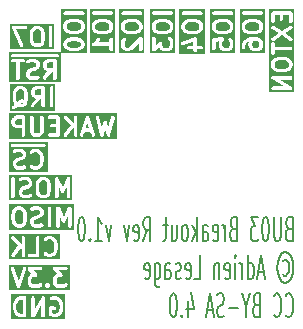
<source format=gbr>
%TF.GenerationSoftware,KiCad,Pcbnew,9.0.3*%
%TF.CreationDate,2025-09-19T00:55:14-04:00*%
%TF.ProjectId,UWB,5557422e-6b69-4636-9164-5f7063625858,rev?*%
%TF.SameCoordinates,Original*%
%TF.FileFunction,Legend,Bot*%
%TF.FilePolarity,Positive*%
%FSLAX46Y46*%
G04 Gerber Fmt 4.6, Leading zero omitted, Abs format (unit mm)*
G04 Created by KiCad (PCBNEW 9.0.3) date 2025-09-19 00:55:14*
%MOMM*%
%LPD*%
G01*
G04 APERTURE LIST*
%ADD10C,0.300000*%
%ADD11C,0.200000*%
G04 APERTURE END LIST*
D10*
G36*
X6846616Y336496D02*
G01*
X6883621Y299491D01*
X6928328Y210078D01*
X6928328Y-4815D01*
X6883622Y-94227D01*
X6846618Y-131232D01*
X6757204Y-175940D01*
X6470881Y-175940D01*
X6381467Y-131232D01*
X6344463Y-94229D01*
X6299757Y-4816D01*
X6299757Y210078D01*
X6344462Y299490D01*
X6381467Y336495D01*
X6470881Y381202D01*
X6757204Y381202D01*
X6846616Y336496D01*
G37*
G36*
X6787354Y1895758D02*
G01*
X6883622Y1799491D01*
X6928328Y1710078D01*
X6928328Y1495183D01*
X6883621Y1405771D01*
X6787354Y1309504D01*
X6559863Y1252631D01*
X6096792Y1252631D01*
X5869301Y1309504D01*
X5773035Y1405770D01*
X5728328Y1495184D01*
X5728328Y1710078D01*
X5773035Y1799492D01*
X5869301Y1895758D01*
X6096792Y1952631D01*
X6559864Y1952631D01*
X6787354Y1895758D01*
G37*
G36*
X7394995Y-642607D02*
G01*
X5261661Y-642607D01*
X5261661Y102631D01*
X5428328Y102631D01*
X5428328Y-183083D01*
X5431210Y-212347D01*
X5453608Y-266419D01*
X5494992Y-307803D01*
X5549064Y-330201D01*
X5607592Y-330201D01*
X5661664Y-307803D01*
X5703048Y-266419D01*
X5725446Y-212347D01*
X5728328Y-183083D01*
X5728328Y67220D01*
X5773035Y156635D01*
X5816747Y200347D01*
X5997057Y320554D01*
X6022803Y326991D01*
X6015593Y312570D01*
X6005083Y285106D01*
X6004701Y279730D01*
X6002639Y274752D01*
X5999757Y245488D01*
X5999757Y-40225D01*
X6002639Y-69489D01*
X6004701Y-74467D01*
X6005083Y-79843D01*
X6015593Y-107306D01*
X6087021Y-250165D01*
X6094949Y-262759D01*
X6096465Y-266419D01*
X6099846Y-270539D01*
X6102686Y-275050D01*
X6105677Y-277644D01*
X6115120Y-289150D01*
X6186549Y-360578D01*
X6198049Y-370016D01*
X6200646Y-373010D01*
X6205158Y-375850D01*
X6209279Y-379232D01*
X6212938Y-380747D01*
X6225532Y-388675D01*
X6368388Y-460104D01*
X6395852Y-470613D01*
X6401226Y-470994D01*
X6406207Y-473058D01*
X6435471Y-475940D01*
X6792614Y-475940D01*
X6821878Y-473058D01*
X6826858Y-470994D01*
X6832233Y-470613D01*
X6859696Y-460104D01*
X7002553Y-388675D01*
X7015148Y-380746D01*
X7018805Y-379232D01*
X7022922Y-375852D01*
X7027439Y-373010D01*
X7030036Y-370015D01*
X7041536Y-360578D01*
X7112965Y-289150D01*
X7122404Y-277647D01*
X7125400Y-275050D01*
X7128241Y-270535D01*
X7131620Y-266419D01*
X7133135Y-262760D01*
X7141064Y-250164D01*
X7212493Y-107306D01*
X7223002Y-79843D01*
X7223383Y-74467D01*
X7225446Y-69489D01*
X7228328Y-40225D01*
X7228328Y245488D01*
X7225446Y274752D01*
X7223383Y279730D01*
X7223002Y285106D01*
X7212492Y312569D01*
X7141064Y455427D01*
X7133137Y468018D01*
X7131621Y471680D01*
X7128237Y475802D01*
X7125399Y480312D01*
X7122407Y482906D01*
X7112966Y494411D01*
X7041537Y565840D01*
X7030035Y575279D01*
X7027439Y578273D01*
X7022925Y581113D01*
X7018806Y584495D01*
X7015146Y586010D01*
X7002553Y593938D01*
X6859696Y665366D01*
X6832232Y675876D01*
X6826856Y676257D01*
X6821878Y678320D01*
X6792614Y681202D01*
X6221185Y681202D01*
X6216081Y680699D01*
X6213894Y681025D01*
X6202943Y679405D01*
X6191921Y678320D01*
X6189876Y677472D01*
X6184805Y676723D01*
X5899091Y605295D01*
X5881855Y599137D01*
X5878214Y598417D01*
X5874913Y596657D01*
X5871400Y595402D01*
X5868425Y593197D01*
X5852266Y584582D01*
X5637980Y441725D01*
X5637896Y441656D01*
X5637849Y441637D01*
X5626769Y432544D01*
X5615230Y423094D01*
X5615200Y423049D01*
X5615118Y422982D01*
X5543690Y351553D01*
X5534252Y340053D01*
X5531258Y337456D01*
X5528415Y332939D01*
X5525036Y328822D01*
X5523521Y325165D01*
X5515593Y312570D01*
X5444164Y169713D01*
X5433655Y142250D01*
X5433273Y136875D01*
X5431210Y131895D01*
X5428328Y102631D01*
X5261661Y102631D01*
X5261661Y1745488D01*
X5428328Y1745488D01*
X5428328Y1459774D01*
X5431210Y1430510D01*
X5433273Y1425529D01*
X5433655Y1420155D01*
X5444164Y1392692D01*
X5515593Y1249835D01*
X5523520Y1237241D01*
X5525036Y1233582D01*
X5528417Y1229462D01*
X5531258Y1224949D01*
X5534251Y1222352D01*
X5543691Y1210851D01*
X5686548Y1067994D01*
X5709278Y1049339D01*
X5719581Y1045071D01*
X5728542Y1038432D01*
X5756233Y1028539D01*
X6041947Y957110D01*
X6047019Y956359D01*
X6049064Y955513D01*
X6060083Y954427D01*
X6071036Y952808D01*
X6073224Y953133D01*
X6078328Y952631D01*
X6578328Y952631D01*
X6583431Y953133D01*
X6585619Y952808D01*
X6596570Y954427D01*
X6607592Y955513D01*
X6609636Y956359D01*
X6614709Y957110D01*
X6900422Y1028539D01*
X6928113Y1038432D01*
X6937073Y1045071D01*
X6947377Y1049339D01*
X6970108Y1067994D01*
X7112966Y1210851D01*
X7122409Y1222357D01*
X7125399Y1224950D01*
X7128235Y1229455D01*
X7131621Y1233581D01*
X7133138Y1237244D01*
X7141064Y1249835D01*
X7212492Y1392693D01*
X7223002Y1420156D01*
X7223383Y1425531D01*
X7225446Y1430510D01*
X7228328Y1459774D01*
X7228328Y1745488D01*
X7225446Y1774752D01*
X7223383Y1779730D01*
X7223002Y1785106D01*
X7212493Y1812569D01*
X7141064Y1955427D01*
X7133138Y1968019D01*
X7131621Y1971682D01*
X7128238Y1975803D01*
X7125400Y1980313D01*
X7122406Y1982908D01*
X7112966Y1994412D01*
X6970108Y2137269D01*
X6947377Y2155924D01*
X6937073Y2160191D01*
X6928113Y2166831D01*
X6900422Y2176724D01*
X6614708Y2248152D01*
X6609636Y2248901D01*
X6607592Y2249749D01*
X6596569Y2250834D01*
X6585619Y2252454D01*
X6583431Y2252128D01*
X6578328Y2252631D01*
X6078328Y2252631D01*
X6073224Y2252128D01*
X6071037Y2252454D01*
X6060086Y2250834D01*
X6049064Y2249749D01*
X6047019Y2248901D01*
X6041948Y2248152D01*
X5756234Y2176724D01*
X5728543Y2166831D01*
X5719583Y2160192D01*
X5709278Y2155924D01*
X5686548Y2137269D01*
X5543691Y1994412D01*
X5534251Y1982910D01*
X5531258Y1980314D01*
X5528417Y1975800D01*
X5525036Y1971681D01*
X5523520Y1968021D01*
X5515593Y1955428D01*
X5444164Y1812570D01*
X5433654Y1785107D01*
X5433271Y1779729D01*
X5431210Y1774752D01*
X5428328Y1745488D01*
X5261661Y1745488D01*
X5261661Y2774753D01*
X5431210Y2774753D01*
X5431210Y2716225D01*
X5453608Y2662153D01*
X5494992Y2620769D01*
X5549064Y2598371D01*
X5578328Y2595489D01*
X7078328Y2595489D01*
X7107592Y2598371D01*
X7161664Y2620769D01*
X7203048Y2662153D01*
X7225446Y2716225D01*
X7225446Y2774753D01*
X7203048Y2828825D01*
X7161664Y2870209D01*
X7107592Y2892607D01*
X7078328Y2895489D01*
X5578328Y2895489D01*
X5549064Y2892607D01*
X5494992Y2870209D01*
X5453608Y2828825D01*
X5431210Y2774753D01*
X5261661Y2774753D01*
X5261661Y3062156D01*
X7394995Y3062156D01*
X7394995Y-642607D01*
G37*
G36*
X-9145990Y-20694995D02*
G01*
X-14275264Y-20694995D01*
X-14275264Y-18897089D01*
X-14108597Y-18897089D01*
X-14102077Y-18925762D01*
X-13602077Y-20425762D01*
X-13590089Y-20452613D01*
X-13583066Y-20460710D01*
X-13578274Y-20470295D01*
X-13564067Y-20482616D01*
X-13551742Y-20496828D01*
X-13542154Y-20501621D01*
X-13534060Y-20508642D01*
X-13516217Y-20514589D01*
X-13499394Y-20523001D01*
X-13488703Y-20523760D01*
X-13478536Y-20527150D01*
X-13459779Y-20525817D01*
X-13441014Y-20527151D01*
X-13430843Y-20523760D01*
X-13420155Y-20523001D01*
X-13403333Y-20514590D01*
X-13385490Y-20508642D01*
X-13377393Y-20501619D01*
X-13367808Y-20496827D01*
X-13355484Y-20482618D01*
X-13341276Y-20470295D01*
X-13336483Y-20460709D01*
X-13329461Y-20452613D01*
X-13317473Y-20425762D01*
X-13087376Y-19735471D01*
X-12681204Y-19735471D01*
X-12681204Y-20092614D01*
X-12678322Y-20121878D01*
X-12676258Y-20126858D01*
X-12675877Y-20132233D01*
X-12665368Y-20159696D01*
X-12593939Y-20302553D01*
X-12586010Y-20315148D01*
X-12584496Y-20318805D01*
X-12581116Y-20322922D01*
X-12578274Y-20327439D01*
X-12575279Y-20330036D01*
X-12565842Y-20341536D01*
X-12494414Y-20412965D01*
X-12482911Y-20422404D01*
X-12480314Y-20425400D01*
X-12475799Y-20428241D01*
X-12471683Y-20431620D01*
X-12468024Y-20433135D01*
X-12455428Y-20441064D01*
X-12312570Y-20512493D01*
X-12285107Y-20523002D01*
X-12279731Y-20523383D01*
X-12274753Y-20525446D01*
X-12245489Y-20528328D01*
X-11816918Y-20528328D01*
X-11787654Y-20525446D01*
X-11782675Y-20523383D01*
X-11777300Y-20523002D01*
X-11749836Y-20512492D01*
X-11606979Y-20441064D01*
X-11594385Y-20433136D01*
X-11590726Y-20431621D01*
X-11586606Y-20428239D01*
X-11582093Y-20425399D01*
X-11579496Y-20422405D01*
X-11567995Y-20412966D01*
X-11496566Y-20341537D01*
X-11477911Y-20318806D01*
X-11460859Y-20277638D01*
X-11249750Y-20277638D01*
X-11249750Y-20336164D01*
X-11247524Y-20341537D01*
X-11227353Y-20390235D01*
X-11227352Y-20390236D01*
X-11208697Y-20412967D01*
X-11137268Y-20484395D01*
X-11114539Y-20503048D01*
X-11114538Y-20503049D01*
X-11082864Y-20516168D01*
X-11060467Y-20525446D01*
X-11060466Y-20525446D01*
X-11060465Y-20525446D01*
X-11001940Y-20525446D01*
X-11001939Y-20525446D01*
X-10979542Y-20516168D01*
X-10947868Y-20503049D01*
X-10925137Y-20484394D01*
X-10853709Y-20412966D01*
X-10835054Y-20390236D01*
X-10812658Y-20336163D01*
X-10812658Y-20309754D01*
X-10812657Y-20277638D01*
X-10835054Y-20223565D01*
X-10853708Y-20200835D01*
X-10925136Y-20129406D01*
X-10947867Y-20110751D01*
X-10947868Y-20110750D01*
X-10979542Y-20097630D01*
X-11001939Y-20088353D01*
X-11060467Y-20088353D01*
X-11082864Y-20097630D01*
X-11114538Y-20110750D01*
X-11137269Y-20129405D01*
X-11208698Y-20200834D01*
X-11227353Y-20223565D01*
X-11247523Y-20272262D01*
X-11249750Y-20277638D01*
X-11460859Y-20277638D01*
X-11455514Y-20264734D01*
X-11455514Y-20206208D01*
X-11477911Y-20152136D01*
X-11519297Y-20110750D01*
X-11573369Y-20088353D01*
X-11631895Y-20088353D01*
X-11685967Y-20110750D01*
X-11708698Y-20129405D01*
X-11762915Y-20183622D01*
X-11852328Y-20228328D01*
X-12210080Y-20228328D01*
X-12299491Y-20183622D01*
X-12336496Y-20146618D01*
X-12381204Y-20057203D01*
X-12381204Y-19770881D01*
X-12363499Y-19735471D01*
X-10538347Y-19735471D01*
X-10538347Y-20092614D01*
X-10535465Y-20121878D01*
X-10533401Y-20126858D01*
X-10533020Y-20132233D01*
X-10522511Y-20159696D01*
X-10451082Y-20302553D01*
X-10443153Y-20315148D01*
X-10441639Y-20318805D01*
X-10438259Y-20322922D01*
X-10435417Y-20327439D01*
X-10432422Y-20330036D01*
X-10422985Y-20341536D01*
X-10351557Y-20412965D01*
X-10340054Y-20422404D01*
X-10337457Y-20425400D01*
X-10332942Y-20428241D01*
X-10328826Y-20431620D01*
X-10325167Y-20433135D01*
X-10312571Y-20441064D01*
X-10169713Y-20512493D01*
X-10142250Y-20523002D01*
X-10136874Y-20523383D01*
X-10131896Y-20525446D01*
X-10102632Y-20528328D01*
X-9674061Y-20528328D01*
X-9644797Y-20525446D01*
X-9639818Y-20523383D01*
X-9634443Y-20523002D01*
X-9606979Y-20512492D01*
X-9464122Y-20441064D01*
X-9451528Y-20433136D01*
X-9447869Y-20431621D01*
X-9443749Y-20428239D01*
X-9439236Y-20425399D01*
X-9436639Y-20422405D01*
X-9425138Y-20412966D01*
X-9353709Y-20341537D01*
X-9335054Y-20318806D01*
X-9312657Y-20264734D01*
X-9312657Y-20206208D01*
X-9335054Y-20152136D01*
X-9376440Y-20110750D01*
X-9430512Y-20088353D01*
X-9489038Y-20088353D01*
X-9543110Y-20110750D01*
X-9565841Y-20129405D01*
X-9620058Y-20183622D01*
X-9709471Y-20228328D01*
X-10067223Y-20228328D01*
X-10156634Y-20183622D01*
X-10193639Y-20146618D01*
X-10238347Y-20057203D01*
X-10238347Y-19770881D01*
X-10193639Y-19681466D01*
X-10156634Y-19644462D01*
X-10067223Y-19599757D01*
X-9888347Y-19599757D01*
X-9872869Y-19598232D01*
X-9868935Y-19598495D01*
X-9866224Y-19597578D01*
X-9859083Y-19596875D01*
X-9836568Y-19587548D01*
X-9813493Y-19579745D01*
X-9809685Y-19576413D01*
X-9805011Y-19574477D01*
X-9787781Y-19557247D01*
X-9769446Y-19541204D01*
X-9767203Y-19536669D01*
X-9763627Y-19533093D01*
X-9754300Y-19510576D01*
X-9743502Y-19488741D01*
X-9743165Y-19483696D01*
X-9741229Y-19479021D01*
X-9741229Y-19454645D01*
X-9739609Y-19430345D01*
X-9741229Y-19425554D01*
X-9741229Y-19420493D01*
X-9750553Y-19397981D01*
X-9758359Y-19374902D01*
X-9762531Y-19369065D01*
X-9763627Y-19366421D01*
X-9766417Y-19363630D01*
X-9775461Y-19350981D01*
X-10057782Y-19028328D01*
X-9459775Y-19028328D01*
X-9430511Y-19025446D01*
X-9376439Y-19003048D01*
X-9335055Y-18961664D01*
X-9312657Y-18907592D01*
X-9312657Y-18849064D01*
X-9335055Y-18794992D01*
X-9376439Y-18753608D01*
X-9430511Y-18731210D01*
X-9459775Y-18728328D01*
X-10388347Y-18728328D01*
X-10403819Y-18729851D01*
X-10407759Y-18729589D01*
X-10410473Y-18730507D01*
X-10417611Y-18731210D01*
X-10440119Y-18740533D01*
X-10463201Y-18748340D01*
X-10467008Y-18751671D01*
X-10471683Y-18753608D01*
X-10488912Y-18770837D01*
X-10507248Y-18786881D01*
X-10509490Y-18791415D01*
X-10513067Y-18794992D01*
X-10522393Y-18817508D01*
X-10533192Y-18839344D01*
X-10533528Y-18844388D01*
X-10535465Y-18849064D01*
X-10535465Y-18873430D01*
X-10537086Y-18897740D01*
X-10535465Y-18902532D01*
X-10535465Y-18907592D01*
X-10526141Y-18930100D01*
X-10518335Y-18953182D01*
X-10514163Y-18959018D01*
X-10513067Y-18961664D01*
X-10510277Y-18964453D01*
X-10501234Y-18977104D01*
X-10194299Y-19327885D01*
X-10312571Y-19387021D01*
X-10325167Y-19394949D01*
X-10328826Y-19396465D01*
X-10332942Y-19399843D01*
X-10337457Y-19402685D01*
X-10340054Y-19405680D01*
X-10351557Y-19415120D01*
X-10422985Y-19486549D01*
X-10432422Y-19498048D01*
X-10435417Y-19500646D01*
X-10438259Y-19505162D01*
X-10441639Y-19509280D01*
X-10443153Y-19512936D01*
X-10451082Y-19525532D01*
X-10522511Y-19668389D01*
X-10533020Y-19695852D01*
X-10533401Y-19701226D01*
X-10535465Y-19706207D01*
X-10538347Y-19735471D01*
X-12363499Y-19735471D01*
X-12336496Y-19681466D01*
X-12299491Y-19644462D01*
X-12210080Y-19599757D01*
X-12031204Y-19599757D01*
X-12015726Y-19598232D01*
X-12011792Y-19598495D01*
X-12009081Y-19597578D01*
X-12001940Y-19596875D01*
X-11979425Y-19587548D01*
X-11956350Y-19579745D01*
X-11952542Y-19576413D01*
X-11947868Y-19574477D01*
X-11930638Y-19557247D01*
X-11912303Y-19541204D01*
X-11910060Y-19536669D01*
X-11906484Y-19533093D01*
X-11897157Y-19510576D01*
X-11886359Y-19488741D01*
X-11886022Y-19483696D01*
X-11884086Y-19479021D01*
X-11884086Y-19454645D01*
X-11882466Y-19430345D01*
X-11884086Y-19425554D01*
X-11884086Y-19420493D01*
X-11893410Y-19397981D01*
X-11901216Y-19374902D01*
X-11905388Y-19369065D01*
X-11906484Y-19366421D01*
X-11909274Y-19363630D01*
X-11918318Y-19350981D01*
X-12200639Y-19028328D01*
X-11602632Y-19028328D01*
X-11573368Y-19025446D01*
X-11519296Y-19003048D01*
X-11477912Y-18961664D01*
X-11455514Y-18907592D01*
X-11455514Y-18849064D01*
X-11477912Y-18794992D01*
X-11519296Y-18753608D01*
X-11573368Y-18731210D01*
X-11602632Y-18728328D01*
X-12531204Y-18728328D01*
X-12546676Y-18729851D01*
X-12550616Y-18729589D01*
X-12553330Y-18730507D01*
X-12560468Y-18731210D01*
X-12582976Y-18740533D01*
X-12606058Y-18748340D01*
X-12609865Y-18751671D01*
X-12614540Y-18753608D01*
X-12631769Y-18770837D01*
X-12650105Y-18786881D01*
X-12652347Y-18791415D01*
X-12655924Y-18794992D01*
X-12665250Y-18817508D01*
X-12676049Y-18839344D01*
X-12676385Y-18844388D01*
X-12678322Y-18849064D01*
X-12678322Y-18873430D01*
X-12679943Y-18897740D01*
X-12678322Y-18902532D01*
X-12678322Y-18907592D01*
X-12668998Y-18930100D01*
X-12661192Y-18953182D01*
X-12657020Y-18959018D01*
X-12655924Y-18961664D01*
X-12653134Y-18964453D01*
X-12644091Y-18977104D01*
X-12337156Y-19327885D01*
X-12455428Y-19387021D01*
X-12468024Y-19394949D01*
X-12471683Y-19396465D01*
X-12475799Y-19399843D01*
X-12480314Y-19402685D01*
X-12482911Y-19405680D01*
X-12494414Y-19415120D01*
X-12565842Y-19486549D01*
X-12575279Y-19498048D01*
X-12578274Y-19500646D01*
X-12581116Y-19505162D01*
X-12584496Y-19509280D01*
X-12586010Y-19512936D01*
X-12593939Y-19525532D01*
X-12665368Y-19668389D01*
X-12675877Y-19695852D01*
X-12676258Y-19701226D01*
X-12678322Y-19706207D01*
X-12681204Y-19735471D01*
X-13087376Y-19735471D01*
X-12817472Y-18925762D01*
X-12810952Y-18897088D01*
X-12815102Y-18838708D01*
X-12841276Y-18786361D01*
X-12885490Y-18748014D01*
X-12941014Y-18729505D01*
X-12999394Y-18733655D01*
X-13051742Y-18759828D01*
X-13090089Y-18804043D01*
X-13102077Y-18830894D01*
X-13459774Y-19903986D01*
X-13817473Y-18830894D01*
X-13829461Y-18804043D01*
X-13867808Y-18759829D01*
X-13920155Y-18733655D01*
X-13978536Y-18729506D01*
X-14034060Y-18748014D01*
X-14078274Y-18786361D01*
X-14104448Y-18838708D01*
X-14108597Y-18897089D01*
X-14275264Y-18897089D01*
X-14275264Y-18561661D01*
X-9145990Y-18561661D01*
X-9145990Y-20694995D01*
G37*
G36*
X-11177199Y-11473035D02*
G01*
X-11080932Y-11569302D01*
X-11024060Y-11796791D01*
X-11024060Y-12259864D01*
X-11080932Y-12487354D01*
X-11177200Y-12583622D01*
X-11266613Y-12628328D01*
X-11481507Y-12628328D01*
X-11570919Y-12583621D01*
X-11667186Y-12487354D01*
X-11724060Y-12259862D01*
X-11724060Y-11796793D01*
X-11667186Y-11569301D01*
X-11570919Y-11473034D01*
X-11481507Y-11428328D01*
X-11266613Y-11428328D01*
X-11177199Y-11473035D01*
G37*
G36*
X-8914535Y-13094995D02*
G01*
X-14262155Y-13094995D01*
X-14262155Y-11278328D01*
X-14095488Y-11278328D01*
X-14095488Y-12778328D01*
X-14092606Y-12807592D01*
X-14070208Y-12861664D01*
X-14028824Y-12903048D01*
X-13974752Y-12925446D01*
X-13916224Y-12925446D01*
X-13862152Y-12903048D01*
X-13820768Y-12861664D01*
X-13798370Y-12807592D01*
X-13795488Y-12778328D01*
X-13795488Y-12349757D01*
X-13452632Y-12349757D01*
X-13452632Y-12492614D01*
X-13449750Y-12521878D01*
X-13447686Y-12526858D01*
X-13447305Y-12532233D01*
X-13436796Y-12559696D01*
X-13365367Y-12702553D01*
X-13357438Y-12715148D01*
X-13355924Y-12718805D01*
X-13352544Y-12722922D01*
X-13349702Y-12727439D01*
X-13346707Y-12730036D01*
X-13337270Y-12741536D01*
X-13265842Y-12812965D01*
X-13254339Y-12822404D01*
X-13251742Y-12825400D01*
X-13247227Y-12828241D01*
X-13243111Y-12831620D01*
X-13239452Y-12833135D01*
X-13226856Y-12841064D01*
X-13083998Y-12912493D01*
X-13056535Y-12923002D01*
X-13051159Y-12923383D01*
X-13046181Y-12925446D01*
X-13016917Y-12928328D01*
X-12659775Y-12928328D01*
X-12644969Y-12926869D01*
X-12641015Y-12927151D01*
X-12635813Y-12925968D01*
X-12630511Y-12925446D01*
X-12626853Y-12923930D01*
X-12612341Y-12920631D01*
X-12398055Y-12849203D01*
X-12371204Y-12837215D01*
X-12326990Y-12798867D01*
X-12300816Y-12746520D01*
X-12296667Y-12688140D01*
X-12315175Y-12632615D01*
X-12353522Y-12588401D01*
X-12405869Y-12562227D01*
X-12464249Y-12558077D01*
X-12492923Y-12564597D01*
X-12684118Y-12628328D01*
X-12981508Y-12628328D01*
X-13070919Y-12583622D01*
X-13107924Y-12546618D01*
X-13152632Y-12457203D01*
X-13152632Y-12385167D01*
X-13107924Y-12295752D01*
X-13070920Y-12258748D01*
X-12964561Y-12205569D01*
X-12694823Y-12138135D01*
X-12692664Y-12137363D01*
X-12691584Y-12137287D01*
X-12679409Y-12132628D01*
X-12667132Y-12128242D01*
X-12666261Y-12127597D01*
X-12664121Y-12126778D01*
X-12521264Y-12055349D01*
X-12508668Y-12047420D01*
X-12505012Y-12045906D01*
X-12500894Y-12042526D01*
X-12496378Y-12039684D01*
X-12493780Y-12036689D01*
X-12482281Y-12027252D01*
X-12410852Y-11955824D01*
X-12401409Y-11944318D01*
X-12398418Y-11941724D01*
X-12395578Y-11937213D01*
X-12392197Y-11933093D01*
X-12390681Y-11929433D01*
X-12382753Y-11916839D01*
X-12313498Y-11778328D01*
X-12024060Y-11778328D01*
X-12024060Y-12278328D01*
X-12023557Y-12283431D01*
X-12023883Y-12285619D01*
X-12022263Y-12296570D01*
X-12021178Y-12307592D01*
X-12020331Y-12309636D01*
X-12019581Y-12314709D01*
X-11948152Y-12600422D01*
X-11938259Y-12628113D01*
X-11931619Y-12637073D01*
X-11927352Y-12647377D01*
X-11908697Y-12670108D01*
X-11765840Y-12812966D01*
X-11754333Y-12822409D01*
X-11751741Y-12825399D01*
X-11747235Y-12828235D01*
X-11743110Y-12831621D01*
X-11739446Y-12833138D01*
X-11726856Y-12841064D01*
X-11583998Y-12912492D01*
X-11556535Y-12923002D01*
X-11551159Y-12923383D01*
X-11546181Y-12925446D01*
X-11516917Y-12928328D01*
X-11231203Y-12928328D01*
X-11201939Y-12925446D01*
X-11196960Y-12923383D01*
X-11191585Y-12923002D01*
X-11164121Y-12912492D01*
X-11021264Y-12841064D01*
X-11008670Y-12833136D01*
X-11005011Y-12831621D01*
X-11000891Y-12828239D01*
X-10996378Y-12825399D01*
X-10993781Y-12822405D01*
X-10982280Y-12812966D01*
X-10839422Y-12670108D01*
X-10820767Y-12647377D01*
X-10816499Y-12637073D01*
X-10809860Y-12628113D01*
X-10799967Y-12600422D01*
X-10728539Y-12314708D01*
X-10727789Y-12309636D01*
X-10726942Y-12307592D01*
X-10725856Y-12296569D01*
X-10724237Y-12285619D01*
X-10724562Y-12283431D01*
X-10724060Y-12278328D01*
X-10724060Y-11778328D01*
X-10724562Y-11773224D01*
X-10724237Y-11771037D01*
X-10725856Y-11760086D01*
X-10726942Y-11749064D01*
X-10727789Y-11747019D01*
X-10728539Y-11741948D01*
X-10799967Y-11456234D01*
X-10809860Y-11428543D01*
X-10816498Y-11419583D01*
X-10820767Y-11409278D01*
X-10839422Y-11386548D01*
X-10947643Y-11278328D01*
X-10381202Y-11278328D01*
X-10381202Y-12778328D01*
X-10378320Y-12807592D01*
X-10355922Y-12861664D01*
X-10314538Y-12903048D01*
X-10260466Y-12925446D01*
X-10201938Y-12925446D01*
X-10147866Y-12903048D01*
X-10106482Y-12861664D01*
X-10084084Y-12807592D01*
X-10081202Y-12778328D01*
X-10081202Y-11954461D01*
X-9867129Y-12413190D01*
X-9860782Y-12423903D01*
X-9859462Y-12427535D01*
X-9857110Y-12430103D01*
X-9852142Y-12438490D01*
X-9835336Y-12453880D01*
X-9819935Y-12470698D01*
X-9813891Y-12473518D01*
X-9808979Y-12478017D01*
X-9787558Y-12485806D01*
X-9766897Y-12495448D01*
X-9760239Y-12495740D01*
X-9753977Y-12498018D01*
X-9731197Y-12497017D01*
X-9708427Y-12498018D01*
X-9702167Y-12495741D01*
X-9695506Y-12495449D01*
X-9674838Y-12485804D01*
X-9653424Y-12478017D01*
X-9648510Y-12473517D01*
X-9642469Y-12470698D01*
X-9627073Y-12453885D01*
X-9610261Y-12438490D01*
X-9605292Y-12430101D01*
X-9602942Y-12427535D01*
X-9601622Y-12423905D01*
X-9595275Y-12413190D01*
X-9381202Y-11954462D01*
X-9381202Y-12778328D01*
X-9378320Y-12807592D01*
X-9355922Y-12861664D01*
X-9314538Y-12903048D01*
X-9260466Y-12925446D01*
X-9201938Y-12925446D01*
X-9147866Y-12903048D01*
X-9106482Y-12861664D01*
X-9084084Y-12807592D01*
X-9081202Y-12778328D01*
X-9081202Y-11278328D01*
X-9083096Y-11259090D01*
X-9082941Y-11255552D01*
X-9083632Y-11253651D01*
X-9084084Y-11249064D01*
X-9094044Y-11225018D01*
X-9102942Y-11200550D01*
X-9105201Y-11198082D01*
X-9106482Y-11194992D01*
X-9124879Y-11176594D01*
X-9142469Y-11157387D01*
X-9145502Y-11155971D01*
X-9147866Y-11153608D01*
X-9171896Y-11143654D01*
X-9195506Y-11132636D01*
X-9198850Y-11132489D01*
X-9201938Y-11131210D01*
X-9227962Y-11131210D01*
X-9253977Y-11130067D01*
X-9257120Y-11131210D01*
X-9260466Y-11131210D01*
X-9284518Y-11141173D01*
X-9308979Y-11150068D01*
X-9311446Y-11152327D01*
X-9314538Y-11153608D01*
X-9332946Y-11172016D01*
X-9352142Y-11189595D01*
X-9354491Y-11193561D01*
X-9355922Y-11194992D01*
X-9357277Y-11198264D01*
X-9367129Y-11214895D01*
X-9731201Y-11995051D01*
X-10095275Y-11214895D01*
X-10105128Y-11198260D01*
X-10106482Y-11194992D01*
X-10107910Y-11193563D01*
X-10110261Y-11189595D01*
X-10129468Y-11172005D01*
X-10147866Y-11153608D01*
X-10150956Y-11152327D01*
X-10153424Y-11150068D01*
X-10177889Y-11141171D01*
X-10201938Y-11131210D01*
X-10205284Y-11131210D01*
X-10208427Y-11130067D01*
X-10234431Y-11131210D01*
X-10260466Y-11131210D01*
X-10263556Y-11132490D01*
X-10266897Y-11132637D01*
X-10290492Y-11143647D01*
X-10314538Y-11153608D01*
X-10316901Y-11155971D01*
X-10319935Y-11157387D01*
X-10337524Y-11176594D01*
X-10355922Y-11194992D01*
X-10357202Y-11198082D01*
X-10359462Y-11200550D01*
X-10368358Y-11225015D01*
X-10378320Y-11249064D01*
X-10378771Y-11253652D01*
X-10379463Y-11255553D01*
X-10379307Y-11259091D01*
X-10381202Y-11278328D01*
X-10947643Y-11278328D01*
X-10982280Y-11243691D01*
X-10993781Y-11234251D01*
X-10996378Y-11231258D01*
X-11000891Y-11228417D01*
X-11005011Y-11225036D01*
X-11008670Y-11223520D01*
X-11021264Y-11215593D01*
X-11164121Y-11144164D01*
X-11191584Y-11133655D01*
X-11196958Y-11133273D01*
X-11201939Y-11131210D01*
X-11231203Y-11128328D01*
X-11516917Y-11128328D01*
X-11546181Y-11131210D01*
X-11551161Y-11133273D01*
X-11556536Y-11133655D01*
X-11584000Y-11144164D01*
X-11726856Y-11215593D01*
X-11739447Y-11223519D01*
X-11743110Y-11225036D01*
X-11747232Y-11228419D01*
X-11751742Y-11231258D01*
X-11754337Y-11234250D01*
X-11765840Y-11243691D01*
X-11908697Y-11386548D01*
X-11927352Y-11409279D01*
X-11931619Y-11419582D01*
X-11938259Y-11428543D01*
X-11948152Y-11456234D01*
X-12019581Y-11741947D01*
X-12020331Y-11747019D01*
X-12021178Y-11749064D01*
X-12022263Y-11760085D01*
X-12023883Y-11771037D01*
X-12023557Y-11773224D01*
X-12024060Y-11778328D01*
X-12313498Y-11778328D01*
X-12311325Y-11773981D01*
X-12300815Y-11746518D01*
X-12300433Y-11741142D01*
X-12298371Y-11736164D01*
X-12295489Y-11706900D01*
X-12295489Y-11564042D01*
X-12298371Y-11534778D01*
X-12300433Y-11529799D01*
X-12300815Y-11524424D01*
X-12311325Y-11496961D01*
X-12382753Y-11354103D01*
X-12390681Y-11341508D01*
X-12392197Y-11337849D01*
X-12395578Y-11333728D01*
X-12398418Y-11329218D01*
X-12401409Y-11326623D01*
X-12410852Y-11315118D01*
X-12482281Y-11243690D01*
X-12493780Y-11234252D01*
X-12496378Y-11231258D01*
X-12500894Y-11228415D01*
X-12505012Y-11225036D01*
X-12508668Y-11223521D01*
X-12521264Y-11215593D01*
X-12664121Y-11144164D01*
X-12691584Y-11133655D01*
X-12696958Y-11133273D01*
X-12701939Y-11131210D01*
X-12731203Y-11128328D01*
X-13088346Y-11128328D01*
X-13103157Y-11129786D01*
X-13107107Y-11129506D01*
X-13112301Y-11130687D01*
X-13117610Y-11131210D01*
X-13121271Y-11132726D01*
X-13135781Y-11136026D01*
X-13350066Y-11207455D01*
X-13376917Y-11219443D01*
X-13421132Y-11257791D01*
X-13447305Y-11310138D01*
X-13451454Y-11368518D01*
X-13432946Y-11424042D01*
X-13394598Y-11468257D01*
X-13342251Y-11494430D01*
X-13283871Y-11498579D01*
X-13255198Y-11492059D01*
X-13064003Y-11428328D01*
X-12766613Y-11428328D01*
X-12677198Y-11473035D01*
X-12640194Y-11510039D01*
X-12595489Y-11599451D01*
X-12595489Y-11671490D01*
X-12640194Y-11760902D01*
X-12677198Y-11797906D01*
X-12783559Y-11851087D01*
X-13053297Y-11918521D01*
X-13055452Y-11919290D01*
X-13056536Y-11919368D01*
X-13068732Y-11924035D01*
X-13080988Y-11928414D01*
X-13081858Y-11929058D01*
X-13083999Y-11929878D01*
X-13226857Y-12001307D01*
X-13239453Y-12009235D01*
X-13243111Y-12010751D01*
X-13247228Y-12014130D01*
X-13251743Y-12016972D01*
X-13254339Y-12019966D01*
X-13265842Y-12029406D01*
X-13337270Y-12100835D01*
X-13346707Y-12112334D01*
X-13349702Y-12114932D01*
X-13352544Y-12119448D01*
X-13355924Y-12123566D01*
X-13357438Y-12127222D01*
X-13365367Y-12139818D01*
X-13436796Y-12282675D01*
X-13447305Y-12310138D01*
X-13447686Y-12315512D01*
X-13449750Y-12320493D01*
X-13452632Y-12349757D01*
X-13795488Y-12349757D01*
X-13795488Y-11278328D01*
X-13798370Y-11249064D01*
X-13820768Y-11194992D01*
X-13862152Y-11153608D01*
X-13916224Y-11131210D01*
X-13974752Y-11131210D01*
X-14028824Y-11153608D01*
X-14070208Y-11194992D01*
X-14092606Y-11249064D01*
X-14095488Y-11278328D01*
X-14262155Y-11278328D01*
X-14262155Y-10961661D01*
X-8914535Y-10961661D01*
X-8914535Y-13094995D01*
G37*
G36*
X-11691485Y1326963D02*
G01*
X-11595218Y1230696D01*
X-11538346Y1003207D01*
X-11538346Y540134D01*
X-11595218Y312645D01*
X-11691485Y216378D01*
X-11780899Y171671D01*
X-11995793Y171671D01*
X-12085205Y216377D01*
X-12181472Y312644D01*
X-12238346Y540136D01*
X-12238346Y1003205D01*
X-12181472Y1230697D01*
X-12085205Y1326964D01*
X-11995793Y1371671D01*
X-11780899Y1371671D01*
X-11691485Y1326963D01*
G37*
G36*
X-10428821Y-294996D02*
G01*
X-14202476Y-294996D01*
X-14202476Y1549139D01*
X-14035809Y1549139D01*
X-14035464Y1520821D01*
X-14035464Y1492407D01*
X-14035107Y1491545D01*
X-14035096Y1490616D01*
X-14026218Y1462583D01*
X-13383361Y-37417D01*
X-13369184Y-63179D01*
X-13327297Y-104056D01*
X-13272957Y-125792D01*
X-13214434Y-125079D01*
X-13160639Y-102024D01*
X-13119762Y-60137D01*
X-13098026Y-5797D01*
X-13098739Y52726D01*
X-13107617Y80759D01*
X-13510865Y1021671D01*
X-12538346Y1021671D01*
X-12538346Y521671D01*
X-12537843Y516567D01*
X-12538169Y514380D01*
X-12536549Y503428D01*
X-12535464Y492407D01*
X-12534617Y490362D01*
X-12533867Y485290D01*
X-12462438Y199577D01*
X-12452545Y171886D01*
X-12445905Y162925D01*
X-12441638Y152622D01*
X-12422983Y129891D01*
X-12280126Y-12966D01*
X-12268623Y-22406D01*
X-12266028Y-25399D01*
X-12261518Y-28237D01*
X-12257396Y-31621D01*
X-12253733Y-33137D01*
X-12241142Y-41064D01*
X-12098286Y-112493D01*
X-12070822Y-123002D01*
X-12065447Y-123383D01*
X-12060467Y-125447D01*
X-12031203Y-128329D01*
X-11745489Y-128329D01*
X-11716225Y-125447D01*
X-11711244Y-123383D01*
X-11705870Y-123002D01*
X-11678407Y-112493D01*
X-11535550Y-41064D01*
X-11522956Y-33136D01*
X-11519297Y-31621D01*
X-11515177Y-28239D01*
X-11510664Y-25399D01*
X-11508067Y-22405D01*
X-11496566Y-12966D01*
X-11353708Y129891D01*
X-11335053Y152621D01*
X-11330784Y162926D01*
X-11324146Y171886D01*
X-11314253Y199577D01*
X-11242825Y485291D01*
X-11242075Y490362D01*
X-11241228Y492407D01*
X-11240142Y503429D01*
X-11238523Y514380D01*
X-11238848Y516567D01*
X-11238346Y521671D01*
X-11238346Y1021671D01*
X-11238848Y1026774D01*
X-11238523Y1028962D01*
X-11240142Y1039912D01*
X-11241228Y1050935D01*
X-11242075Y1052979D01*
X-11242825Y1058051D01*
X-11314253Y1343765D01*
X-11324146Y1371456D01*
X-11330784Y1380415D01*
X-11335053Y1390721D01*
X-11353708Y1413451D01*
X-11461929Y1521671D01*
X-10895488Y1521671D01*
X-10895488Y21671D01*
X-10892606Y-7593D01*
X-10870208Y-61665D01*
X-10828824Y-103049D01*
X-10774752Y-125447D01*
X-10716224Y-125447D01*
X-10662152Y-103049D01*
X-10620768Y-61665D01*
X-10598370Y-7593D01*
X-10595488Y21671D01*
X-10595488Y1521671D01*
X-10598370Y1550935D01*
X-10620768Y1605007D01*
X-10662152Y1646391D01*
X-10716224Y1668789D01*
X-10774752Y1668789D01*
X-10828824Y1646391D01*
X-10870208Y1605007D01*
X-10892606Y1550935D01*
X-10895488Y1521671D01*
X-11461929Y1521671D01*
X-11496566Y1556308D01*
X-11508067Y1565747D01*
X-11510664Y1568741D01*
X-11515177Y1571581D01*
X-11519297Y1574963D01*
X-11522956Y1576478D01*
X-11535550Y1584406D01*
X-11678407Y1655835D01*
X-11705870Y1666344D01*
X-11711244Y1666725D01*
X-11716225Y1668789D01*
X-11745489Y1671671D01*
X-12031203Y1671671D01*
X-12060467Y1668789D01*
X-12065447Y1666725D01*
X-12070822Y1666344D01*
X-12098286Y1655835D01*
X-12241142Y1584406D01*
X-12253733Y1576479D01*
X-12257396Y1574963D01*
X-12261518Y1571579D01*
X-12266028Y1568741D01*
X-12268623Y1565748D01*
X-12280126Y1556308D01*
X-12422983Y1413451D01*
X-12441638Y1390720D01*
X-12445905Y1380416D01*
X-12452545Y1371456D01*
X-12462438Y1343765D01*
X-12533867Y1058052D01*
X-12534617Y1052979D01*
X-12535464Y1050935D01*
X-12536549Y1039913D01*
X-12538169Y1028962D01*
X-12537843Y1026774D01*
X-12538346Y1021671D01*
X-13510865Y1021671D01*
X-13660865Y1371671D01*
X-12888346Y1371671D01*
X-12859082Y1374553D01*
X-12805010Y1396951D01*
X-12763626Y1438335D01*
X-12741228Y1492407D01*
X-12741228Y1550935D01*
X-12763626Y1605007D01*
X-12805010Y1646391D01*
X-12859082Y1668789D01*
X-12888346Y1671671D01*
X-13888346Y1671671D01*
X-13917610Y1668789D01*
X-13918471Y1668432D01*
X-13919401Y1668421D01*
X-13945462Y1657251D01*
X-13971682Y1646391D01*
X-13972340Y1645732D01*
X-13973196Y1645366D01*
X-13992986Y1625086D01*
X-14013066Y1605007D01*
X-14013423Y1604144D01*
X-14014073Y1603479D01*
X-14024591Y1577183D01*
X-14035464Y1550935D01*
X-14035464Y1550001D01*
X-14035809Y1549139D01*
X-14202476Y1549139D01*
X-14202476Y1838338D01*
X-10428821Y1838338D01*
X-10428821Y-294996D01*
G37*
G36*
X-8359741Y318247D02*
G01*
X-8253381Y265066D01*
X-8216378Y228063D01*
X-8171671Y138649D01*
X-8171671Y66613D01*
X-8216378Y-22801D01*
X-8253383Y-59805D01*
X-8359739Y-112983D01*
X-8611564Y-175940D01*
X-8931778Y-175940D01*
X-9183601Y-112983D01*
X-9289959Y-59805D01*
X-9326963Y-22801D01*
X-9371671Y66613D01*
X-9371671Y138649D01*
X-9326964Y228063D01*
X-9289959Y265067D01*
X-9183600Y318246D01*
X-8931778Y381202D01*
X-8611564Y381202D01*
X-8359741Y318247D01*
G37*
G36*
X-8312644Y1895758D02*
G01*
X-8216378Y1799492D01*
X-8171671Y1710078D01*
X-8171671Y1495184D01*
X-8216377Y1405771D01*
X-8312644Y1309504D01*
X-8540136Y1252631D01*
X-9003207Y1252631D01*
X-9230697Y1309504D01*
X-9326963Y1405770D01*
X-9371671Y1495184D01*
X-9371671Y1710078D01*
X-9326964Y1799492D01*
X-9230697Y1895758D01*
X-9003207Y1952631D01*
X-8540135Y1952631D01*
X-8312644Y1895758D01*
G37*
G36*
X-7705004Y-642607D02*
G01*
X-9838338Y-642607D01*
X-9838338Y174059D01*
X-9671671Y174059D01*
X-9671671Y31202D01*
X-9668789Y1938D01*
X-9666725Y-3042D01*
X-9666344Y-8417D01*
X-9655835Y-35881D01*
X-9584406Y-178737D01*
X-9576477Y-191332D01*
X-9574963Y-194988D01*
X-9571584Y-199104D01*
X-9568741Y-203622D01*
X-9565745Y-206219D01*
X-9556309Y-217719D01*
X-9484881Y-289148D01*
X-9473375Y-298590D01*
X-9470781Y-301582D01*
X-9466270Y-304421D01*
X-9462150Y-307803D01*
X-9458490Y-309318D01*
X-9445896Y-317247D01*
X-9303038Y-388675D01*
X-9300901Y-389492D01*
X-9300029Y-390139D01*
X-9287749Y-394525D01*
X-9275575Y-399185D01*
X-9274492Y-399261D01*
X-9272337Y-400032D01*
X-8986623Y-471461D01*
X-8981550Y-472211D01*
X-8979506Y-473058D01*
X-8968486Y-474143D01*
X-8957534Y-475763D01*
X-8955345Y-475437D01*
X-8950242Y-475940D01*
X-8593100Y-475940D01*
X-8587996Y-475437D01*
X-8585809Y-475763D01*
X-8574858Y-474143D01*
X-8563836Y-473058D01*
X-8561791Y-472210D01*
X-8556720Y-471461D01*
X-8271005Y-400032D01*
X-8268849Y-399261D01*
X-8267767Y-399185D01*
X-8255578Y-394520D01*
X-8243314Y-390139D01*
X-8242443Y-389494D01*
X-8240303Y-388675D01*
X-8097446Y-317247D01*
X-8084850Y-309318D01*
X-8081192Y-307803D01*
X-8077074Y-304423D01*
X-8072560Y-301582D01*
X-8069963Y-298587D01*
X-8058461Y-289148D01*
X-7987033Y-217719D01*
X-7977594Y-206218D01*
X-7974601Y-203622D01*
X-7971759Y-199108D01*
X-7968379Y-194989D01*
X-7966863Y-191330D01*
X-7958936Y-178737D01*
X-7887507Y-35881D01*
X-7876998Y-8418D01*
X-7876615Y-3042D01*
X-7874553Y1938D01*
X-7871671Y31202D01*
X-7871671Y174059D01*
X-7874553Y203323D01*
X-7876614Y208300D01*
X-7876997Y213678D01*
X-7887507Y241141D01*
X-7958936Y383999D01*
X-7966862Y396590D01*
X-7968379Y400253D01*
X-7971762Y404375D01*
X-7974601Y408885D01*
X-7977593Y411480D01*
X-7987034Y422983D01*
X-8058462Y494411D01*
X-8069963Y503850D01*
X-8072560Y506844D01*
X-8077073Y509684D01*
X-8081193Y513066D01*
X-8084852Y514581D01*
X-8097446Y522509D01*
X-8240303Y593938D01*
X-8242443Y594757D01*
X-8243314Y595402D01*
X-8255591Y599788D01*
X-8267766Y604447D01*
X-8268846Y604523D01*
X-8271005Y605295D01*
X-8556720Y676723D01*
X-8561791Y677472D01*
X-8563836Y678320D01*
X-8574858Y679405D01*
X-8585809Y681025D01*
X-8587996Y680699D01*
X-8593100Y681202D01*
X-8950242Y681202D01*
X-8955345Y680699D01*
X-8957533Y681025D01*
X-8968483Y679405D01*
X-8979506Y678320D01*
X-8981550Y677472D01*
X-8986622Y676723D01*
X-9272337Y605295D01*
X-9274495Y604523D01*
X-9275576Y604447D01*
X-9287756Y599786D01*
X-9300028Y595402D01*
X-9300897Y594757D01*
X-9303040Y593938D01*
X-9445896Y522509D01*
X-9458487Y514582D01*
X-9462150Y513066D01*
X-9466272Y509682D01*
X-9470782Y506844D01*
X-9473377Y503851D01*
X-9484880Y494411D01*
X-9556308Y422983D01*
X-9565747Y411481D01*
X-9568741Y408885D01*
X-9571581Y404371D01*
X-9574963Y400252D01*
X-9576478Y396592D01*
X-9584406Y383999D01*
X-9655835Y241141D01*
X-9666345Y213678D01*
X-9666727Y208300D01*
X-9668789Y203323D01*
X-9671671Y174059D01*
X-9838338Y174059D01*
X-9838338Y1745488D01*
X-9671671Y1745488D01*
X-9671671Y1459774D01*
X-9668789Y1430510D01*
X-9666725Y1425529D01*
X-9666344Y1420155D01*
X-9655835Y1392692D01*
X-9584406Y1249835D01*
X-9576478Y1237241D01*
X-9574963Y1233582D01*
X-9571581Y1229462D01*
X-9568741Y1224949D01*
X-9565747Y1222352D01*
X-9556308Y1210851D01*
X-9413451Y1067994D01*
X-9390721Y1049339D01*
X-9380417Y1045071D01*
X-9371457Y1038432D01*
X-9343766Y1028539D01*
X-9058052Y957110D01*
X-9052979Y956359D01*
X-9050935Y955513D01*
X-9039915Y954427D01*
X-9028963Y952808D01*
X-9026774Y953133D01*
X-9021671Y952631D01*
X-8521671Y952631D01*
X-8516567Y953133D01*
X-8514380Y952808D01*
X-8503428Y954427D01*
X-8492407Y955513D01*
X-8490362Y956359D01*
X-8485290Y957110D01*
X-8199577Y1028539D01*
X-8171886Y1038432D01*
X-8162925Y1045071D01*
X-8152622Y1049339D01*
X-8129891Y1067994D01*
X-7987034Y1210851D01*
X-7977593Y1222353D01*
X-7974601Y1224949D01*
X-7971762Y1229458D01*
X-7968379Y1233581D01*
X-7966862Y1237243D01*
X-7958936Y1249835D01*
X-7887507Y1392691D01*
X-7876998Y1420155D01*
X-7876616Y1425529D01*
X-7874553Y1430510D01*
X-7871671Y1459774D01*
X-7871671Y1745488D01*
X-7874553Y1774752D01*
X-7876614Y1779729D01*
X-7876997Y1785107D01*
X-7887507Y1812570D01*
X-7958936Y1955428D01*
X-7966862Y1968019D01*
X-7968379Y1971682D01*
X-7971762Y1975804D01*
X-7974601Y1980314D01*
X-7977593Y1982909D01*
X-7987034Y1994412D01*
X-8129891Y2137269D01*
X-8152622Y2155924D01*
X-8162925Y2160191D01*
X-8171886Y2166831D01*
X-8199577Y2176724D01*
X-8485291Y2248152D01*
X-8490362Y2248901D01*
X-8492407Y2249749D01*
X-8503429Y2250834D01*
X-8514380Y2252454D01*
X-8516567Y2252128D01*
X-8521671Y2252631D01*
X-9021671Y2252631D01*
X-9026774Y2252128D01*
X-9028962Y2252454D01*
X-9039912Y2250834D01*
X-9050935Y2249749D01*
X-9052979Y2248901D01*
X-9058051Y2248152D01*
X-9343765Y2176724D01*
X-9371456Y2166831D01*
X-9380415Y2160192D01*
X-9390721Y2155924D01*
X-9413451Y2137269D01*
X-9556308Y1994412D01*
X-9565747Y1982910D01*
X-9568741Y1980314D01*
X-9571581Y1975800D01*
X-9574963Y1971681D01*
X-9576478Y1968021D01*
X-9584406Y1955428D01*
X-9655835Y1812570D01*
X-9666345Y1785107D01*
X-9666727Y1779729D01*
X-9668789Y1774752D01*
X-9671671Y1745488D01*
X-9838338Y1745488D01*
X-9838338Y2774753D01*
X-9668789Y2774753D01*
X-9668789Y2716225D01*
X-9646391Y2662153D01*
X-9605007Y2620769D01*
X-9550935Y2598371D01*
X-9521671Y2595489D01*
X-8021671Y2595489D01*
X-7992407Y2598371D01*
X-7938335Y2620769D01*
X-7896951Y2662153D01*
X-7874553Y2716225D01*
X-7874553Y2774753D01*
X-7896951Y2828825D01*
X-7938335Y2870209D01*
X-7992407Y2892607D01*
X-8021671Y2895489D01*
X-9521671Y2895489D01*
X-9550935Y2892607D01*
X-9605007Y2870209D01*
X-9646391Y2828825D01*
X-9668789Y2774753D01*
X-9838338Y2774753D01*
X-9838338Y3062156D01*
X-7705004Y3062156D01*
X-7705004Y-642607D01*
G37*
G36*
X-5912644Y1895758D02*
G01*
X-5816378Y1799492D01*
X-5771671Y1710078D01*
X-5771671Y1495184D01*
X-5816377Y1405771D01*
X-5912644Y1309504D01*
X-6140136Y1252631D01*
X-6603207Y1252631D01*
X-6830697Y1309504D01*
X-6926963Y1405770D01*
X-6971671Y1495184D01*
X-6971671Y1710078D01*
X-6926964Y1799492D01*
X-6830697Y1895758D01*
X-6603207Y1952631D01*
X-6140135Y1952631D01*
X-5912644Y1895758D01*
G37*
G36*
X-5305004Y-639725D02*
G01*
X-7438338Y-639725D01*
X-7438338Y102789D01*
X-7271671Y102789D01*
X-7268789Y88220D01*
X-7268789Y73367D01*
X-7263164Y59788D01*
X-7260313Y45374D01*
X-7252074Y33016D01*
X-7246391Y19295D01*
X-7235999Y8903D01*
X-7227848Y-3324D01*
X-7215508Y-11587D01*
X-7205007Y-22089D01*
X-7191429Y-27713D01*
X-7179218Y-35891D01*
X-7164655Y-38803D01*
X-7150935Y-44487D01*
X-7121982Y-47338D01*
X-7121829Y-47369D01*
X-7121776Y-47358D01*
X-7121671Y-47369D01*
X-5771671Y-47369D01*
X-5771671Y-325940D01*
X-5768789Y-355204D01*
X-5746391Y-409276D01*
X-5705007Y-450660D01*
X-5650935Y-473058D01*
X-5592407Y-473058D01*
X-5538335Y-450660D01*
X-5496951Y-409276D01*
X-5474553Y-355204D01*
X-5471671Y-325940D01*
X-5471671Y531202D01*
X-5474553Y560466D01*
X-5496951Y614538D01*
X-5538335Y655922D01*
X-5592407Y678320D01*
X-5650935Y678320D01*
X-5705007Y655922D01*
X-5746391Y614538D01*
X-5768789Y560466D01*
X-5771671Y531202D01*
X-5771671Y252631D01*
X-6688110Y252631D01*
X-6658462Y282279D01*
X-6649018Y293785D01*
X-6646029Y296378D01*
X-6643192Y300883D01*
X-6639807Y305009D01*
X-6638289Y308672D01*
X-6630364Y321263D01*
X-6558936Y464121D01*
X-6548426Y491584D01*
X-6544278Y549964D01*
X-6562786Y605487D01*
X-6601133Y649702D01*
X-6653482Y675876D01*
X-6711862Y680024D01*
X-6767384Y661516D01*
X-6811599Y623170D01*
X-6827264Y598284D01*
X-6887806Y477198D01*
X-7002946Y362058D01*
X-7204876Y227439D01*
X-7204959Y227370D01*
X-7205007Y227351D01*
X-7205113Y227244D01*
X-7227626Y208808D01*
X-7235889Y196468D01*
X-7246391Y185967D01*
X-7252015Y172389D01*
X-7260193Y160178D01*
X-7263105Y145615D01*
X-7268789Y131895D01*
X-7268789Y117198D01*
X-7271671Y102789D01*
X-7438338Y102789D01*
X-7438338Y1745488D01*
X-7271671Y1745488D01*
X-7271671Y1459774D01*
X-7268789Y1430510D01*
X-7266725Y1425529D01*
X-7266344Y1420155D01*
X-7255835Y1392692D01*
X-7184406Y1249835D01*
X-7176478Y1237241D01*
X-7174963Y1233582D01*
X-7171581Y1229462D01*
X-7168741Y1224949D01*
X-7165747Y1222352D01*
X-7156308Y1210851D01*
X-7013451Y1067994D01*
X-6990721Y1049339D01*
X-6980417Y1045071D01*
X-6971457Y1038432D01*
X-6943766Y1028539D01*
X-6658052Y957110D01*
X-6652979Y956359D01*
X-6650935Y955513D01*
X-6639915Y954427D01*
X-6628963Y952808D01*
X-6626774Y953133D01*
X-6621671Y952631D01*
X-6121671Y952631D01*
X-6116567Y953133D01*
X-6114380Y952808D01*
X-6103428Y954427D01*
X-6092407Y955513D01*
X-6090362Y956359D01*
X-6085290Y957110D01*
X-5799577Y1028539D01*
X-5771886Y1038432D01*
X-5762925Y1045071D01*
X-5752622Y1049339D01*
X-5729891Y1067994D01*
X-5587034Y1210851D01*
X-5577593Y1222353D01*
X-5574601Y1224949D01*
X-5571762Y1229458D01*
X-5568379Y1233581D01*
X-5566862Y1237243D01*
X-5558936Y1249835D01*
X-5487507Y1392691D01*
X-5476998Y1420155D01*
X-5476616Y1425529D01*
X-5474553Y1430510D01*
X-5471671Y1459774D01*
X-5471671Y1745488D01*
X-5474553Y1774752D01*
X-5476614Y1779729D01*
X-5476997Y1785107D01*
X-5487507Y1812570D01*
X-5558936Y1955428D01*
X-5566862Y1968019D01*
X-5568379Y1971682D01*
X-5571762Y1975804D01*
X-5574601Y1980314D01*
X-5577593Y1982909D01*
X-5587034Y1994412D01*
X-5729891Y2137269D01*
X-5752622Y2155924D01*
X-5762925Y2160191D01*
X-5771886Y2166831D01*
X-5799577Y2176724D01*
X-6085291Y2248152D01*
X-6090362Y2248901D01*
X-6092407Y2249749D01*
X-6103429Y2250834D01*
X-6114380Y2252454D01*
X-6116567Y2252128D01*
X-6121671Y2252631D01*
X-6621671Y2252631D01*
X-6626774Y2252128D01*
X-6628962Y2252454D01*
X-6639912Y2250834D01*
X-6650935Y2249749D01*
X-6652979Y2248901D01*
X-6658051Y2248152D01*
X-6943765Y2176724D01*
X-6971456Y2166831D01*
X-6980415Y2160192D01*
X-6990721Y2155924D01*
X-7013451Y2137269D01*
X-7156308Y1994412D01*
X-7165747Y1982910D01*
X-7168741Y1980314D01*
X-7171581Y1975800D01*
X-7174963Y1971681D01*
X-7176478Y1968021D01*
X-7184406Y1955428D01*
X-7255835Y1812570D01*
X-7266345Y1785107D01*
X-7266727Y1779729D01*
X-7268789Y1774752D01*
X-7271671Y1745488D01*
X-7438338Y1745488D01*
X-7438338Y2774753D01*
X-7268789Y2774753D01*
X-7268789Y2716225D01*
X-7246391Y2662153D01*
X-7205007Y2620769D01*
X-7150935Y2598371D01*
X-7121671Y2595489D01*
X-5621671Y2595489D01*
X-5592407Y2598371D01*
X-5538335Y2620769D01*
X-5496951Y2662153D01*
X-5474553Y2716225D01*
X-5474553Y2774753D01*
X-5496951Y2828825D01*
X-5538335Y2870209D01*
X-5592407Y2892607D01*
X-5621671Y2895489D01*
X-7121671Y2895489D01*
X-7150935Y2892607D01*
X-7205007Y2870209D01*
X-7246391Y2828825D01*
X-7268789Y2774753D01*
X-7438338Y2774753D01*
X-7438338Y3062156D01*
X-5305004Y3062156D01*
X-5305004Y-639725D01*
G37*
G36*
X-812644Y1895758D02*
G01*
X-716378Y1799492D01*
X-671671Y1710078D01*
X-671671Y1495184D01*
X-716377Y1405771D01*
X-812644Y1309504D01*
X-1040136Y1252631D01*
X-1503207Y1252631D01*
X-1730697Y1309504D01*
X-1826963Y1405770D01*
X-1871671Y1495184D01*
X-1871671Y1710078D01*
X-1826964Y1799492D01*
X-1730697Y1895758D01*
X-1503207Y1952631D01*
X-1040135Y1952631D01*
X-812644Y1895758D01*
G37*
G36*
X-205004Y-642607D02*
G01*
X-2338338Y-642607D01*
X-2338338Y602631D01*
X-2171671Y602631D01*
X-2171671Y-325940D01*
X-2170147Y-341412D01*
X-2170410Y-345352D01*
X-2169491Y-348066D01*
X-2168789Y-355204D01*
X-2159465Y-377712D01*
X-2151659Y-400794D01*
X-2148327Y-404601D01*
X-2146391Y-409276D01*
X-2129161Y-426505D01*
X-2113118Y-444841D01*
X-2108583Y-447083D01*
X-2105007Y-450660D01*
X-2082490Y-459986D01*
X-2060655Y-470785D01*
X-2055610Y-471121D01*
X-2050935Y-473058D01*
X-2026568Y-473058D01*
X-2002259Y-474679D01*
X-1997466Y-473058D01*
X-1992407Y-473058D01*
X-1969898Y-463734D01*
X-1946817Y-455928D01*
X-1940980Y-451756D01*
X-1938335Y-450660D01*
X-1935545Y-447870D01*
X-1922895Y-438827D01*
X-1572112Y-131893D01*
X-1512978Y-250165D01*
X-1505049Y-262759D01*
X-1503534Y-266419D01*
X-1500152Y-270539D01*
X-1497313Y-275050D01*
X-1494321Y-277644D01*
X-1484879Y-289150D01*
X-1413450Y-360578D01*
X-1401949Y-370016D01*
X-1399353Y-373010D01*
X-1394840Y-375850D01*
X-1390720Y-379232D01*
X-1387060Y-380747D01*
X-1374467Y-388675D01*
X-1231611Y-460104D01*
X-1204147Y-470613D01*
X-1198772Y-470994D01*
X-1193792Y-473058D01*
X-1164528Y-475940D01*
X-807385Y-475940D01*
X-778121Y-473058D01*
X-773140Y-470994D01*
X-767766Y-470613D01*
X-740303Y-460104D01*
X-597446Y-388675D01*
X-584852Y-380747D01*
X-581193Y-379232D01*
X-577073Y-375850D01*
X-572560Y-373010D01*
X-569963Y-370016D01*
X-558462Y-360577D01*
X-487034Y-289149D01*
X-477593Y-277646D01*
X-474601Y-275051D01*
X-471762Y-270541D01*
X-468379Y-266419D01*
X-466862Y-262756D01*
X-458936Y-250165D01*
X-387507Y-107307D01*
X-376997Y-79844D01*
X-376614Y-74466D01*
X-374553Y-69489D01*
X-371671Y-40225D01*
X-371671Y388345D01*
X-374553Y417609D01*
X-376616Y422589D01*
X-376998Y427964D01*
X-387507Y455428D01*
X-458936Y598284D01*
X-466863Y610877D01*
X-468379Y614537D01*
X-471760Y618657D01*
X-474601Y623170D01*
X-477594Y625766D01*
X-487033Y637267D01*
X-558461Y708696D01*
X-581192Y727351D01*
X-635264Y749749D01*
X-693790Y749749D01*
X-747862Y727352D01*
X-789248Y685967D01*
X-811646Y631895D01*
X-811646Y573369D01*
X-789249Y519297D01*
X-770595Y496566D01*
X-716378Y442348D01*
X-671671Y352934D01*
X-671671Y-4815D01*
X-716378Y-94229D01*
X-753381Y-131232D01*
X-842795Y-175940D01*
X-1129118Y-175940D01*
X-1218531Y-131232D01*
X-1255535Y-94229D01*
X-1300242Y-4816D01*
X-1300242Y174059D01*
X-1301765Y189530D01*
X-1301503Y193471D01*
X-1302421Y196185D01*
X-1303124Y203323D01*
X-1312447Y225831D01*
X-1320254Y248913D01*
X-1323585Y252720D01*
X-1325522Y257395D01*
X-1342751Y274624D01*
X-1358795Y292960D01*
X-1363329Y295202D01*
X-1366906Y298779D01*
X-1389411Y308101D01*
X-1411257Y318905D01*
X-1416305Y319241D01*
X-1420978Y321177D01*
X-1445338Y321177D01*
X-1469654Y322798D01*
X-1474447Y321177D01*
X-1479506Y321177D01*
X-1502014Y311853D01*
X-1525096Y304047D01*
X-1530931Y299875D01*
X-1533578Y298779D01*
X-1536369Y295987D01*
X-1549017Y286946D01*
X-1871671Y4625D01*
X-1871671Y602631D01*
X-1874553Y631895D01*
X-1896951Y685967D01*
X-1938335Y727351D01*
X-1992407Y749749D01*
X-2050935Y749749D01*
X-2105007Y727351D01*
X-2146391Y685967D01*
X-2168789Y631895D01*
X-2171671Y602631D01*
X-2338338Y602631D01*
X-2338338Y1745488D01*
X-2171671Y1745488D01*
X-2171671Y1459774D01*
X-2168789Y1430510D01*
X-2166725Y1425529D01*
X-2166344Y1420155D01*
X-2155835Y1392692D01*
X-2084406Y1249835D01*
X-2076478Y1237241D01*
X-2074963Y1233582D01*
X-2071581Y1229462D01*
X-2068741Y1224949D01*
X-2065747Y1222352D01*
X-2056308Y1210851D01*
X-1913451Y1067994D01*
X-1890721Y1049339D01*
X-1880417Y1045071D01*
X-1871457Y1038432D01*
X-1843766Y1028539D01*
X-1558052Y957110D01*
X-1552979Y956359D01*
X-1550935Y955513D01*
X-1539915Y954427D01*
X-1528963Y952808D01*
X-1526774Y953133D01*
X-1521671Y952631D01*
X-1021671Y952631D01*
X-1016567Y953133D01*
X-1014380Y952808D01*
X-1003428Y954427D01*
X-992407Y955513D01*
X-990362Y956359D01*
X-985290Y957110D01*
X-699577Y1028539D01*
X-671886Y1038432D01*
X-662925Y1045071D01*
X-652622Y1049339D01*
X-629891Y1067994D01*
X-487034Y1210851D01*
X-477593Y1222353D01*
X-474601Y1224949D01*
X-471762Y1229458D01*
X-468379Y1233581D01*
X-466862Y1237243D01*
X-458936Y1249835D01*
X-387507Y1392691D01*
X-376998Y1420155D01*
X-376616Y1425529D01*
X-374553Y1430510D01*
X-371671Y1459774D01*
X-371671Y1745488D01*
X-374553Y1774752D01*
X-376614Y1779729D01*
X-376997Y1785107D01*
X-387507Y1812570D01*
X-458936Y1955428D01*
X-466862Y1968019D01*
X-468379Y1971682D01*
X-471762Y1975804D01*
X-474601Y1980314D01*
X-477593Y1982909D01*
X-487034Y1994412D01*
X-629891Y2137269D01*
X-652622Y2155924D01*
X-662925Y2160191D01*
X-671886Y2166831D01*
X-699577Y2176724D01*
X-985291Y2248152D01*
X-990362Y2248901D01*
X-992407Y2249749D01*
X-1003429Y2250834D01*
X-1014380Y2252454D01*
X-1016567Y2252128D01*
X-1021671Y2252631D01*
X-1521671Y2252631D01*
X-1526774Y2252128D01*
X-1528962Y2252454D01*
X-1539912Y2250834D01*
X-1550935Y2249749D01*
X-1552979Y2248901D01*
X-1558051Y2248152D01*
X-1843765Y2176724D01*
X-1871456Y2166831D01*
X-1880415Y2160192D01*
X-1890721Y2155924D01*
X-1913451Y2137269D01*
X-2056308Y1994412D01*
X-2065747Y1982910D01*
X-2068741Y1980314D01*
X-2071581Y1975800D01*
X-2074963Y1971681D01*
X-2076478Y1968021D01*
X-2084406Y1955428D01*
X-2155835Y1812570D01*
X-2166345Y1785107D01*
X-2166727Y1779729D01*
X-2168789Y1774752D01*
X-2171671Y1745488D01*
X-2338338Y1745488D01*
X-2338338Y2774753D01*
X-2168789Y2774753D01*
X-2168789Y2716225D01*
X-2146391Y2662153D01*
X-2105007Y2620769D01*
X-2050935Y2598371D01*
X-2021671Y2595489D01*
X-521671Y2595489D01*
X-492407Y2598371D01*
X-438335Y2620769D01*
X-396951Y2662153D01*
X-374553Y2716225D01*
X-374553Y2774753D01*
X-396951Y2828825D01*
X-438335Y2870209D01*
X-492407Y2892607D01*
X-521671Y2895489D01*
X-2021671Y2895489D01*
X-2050935Y2892607D01*
X-2105007Y2870209D01*
X-2146391Y2828825D01*
X-2168789Y2774753D01*
X-2338338Y2774753D01*
X-2338338Y3062156D01*
X-205004Y3062156D01*
X-205004Y-642607D01*
G37*
G36*
X-3412644Y1895758D02*
G01*
X-3316378Y1799492D01*
X-3271671Y1710078D01*
X-3271671Y1495184D01*
X-3316377Y1405771D01*
X-3412644Y1309504D01*
X-3640136Y1252631D01*
X-4103207Y1252631D01*
X-4330697Y1309504D01*
X-4426963Y1405770D01*
X-4471671Y1495184D01*
X-4471671Y1710078D01*
X-4426964Y1799492D01*
X-4330697Y1895758D01*
X-4103207Y1952631D01*
X-3640135Y1952631D01*
X-3412644Y1895758D01*
G37*
G36*
X-2805004Y-642607D02*
G01*
X-4938338Y-642607D01*
X-4938338Y316917D01*
X-4771671Y316917D01*
X-4771671Y-40225D01*
X-4768789Y-69489D01*
X-4766727Y-74466D01*
X-4766345Y-79844D01*
X-4755835Y-107307D01*
X-4684406Y-250165D01*
X-4676478Y-262758D01*
X-4674963Y-266418D01*
X-4671581Y-270537D01*
X-4668741Y-275051D01*
X-4665747Y-277647D01*
X-4656308Y-289149D01*
X-4584880Y-360577D01*
X-4573377Y-370017D01*
X-4570782Y-373010D01*
X-4566272Y-375848D01*
X-4562150Y-379232D01*
X-4558487Y-380748D01*
X-4545896Y-388675D01*
X-4403040Y-460104D01*
X-4375576Y-470613D01*
X-4370201Y-470994D01*
X-4365221Y-473058D01*
X-4335957Y-475940D01*
X-4193100Y-475940D01*
X-4178288Y-474481D01*
X-4174339Y-474762D01*
X-4169144Y-473580D01*
X-4163836Y-473058D01*
X-4160173Y-471540D01*
X-4145666Y-468242D01*
X-3931380Y-396814D01*
X-3904529Y-384825D01*
X-3900458Y-381294D01*
X-3895479Y-379232D01*
X-3872748Y-360577D01*
X-3271671Y240499D01*
X-3271671Y-325940D01*
X-3268789Y-355204D01*
X-3246391Y-409276D01*
X-3205007Y-450660D01*
X-3150935Y-473058D01*
X-3092407Y-473058D01*
X-3038335Y-450660D01*
X-2996951Y-409276D01*
X-2974553Y-355204D01*
X-2971671Y-325940D01*
X-2971671Y602631D01*
X-2974553Y631895D01*
X-2984506Y655923D01*
X-2996950Y685967D01*
X-3038335Y727352D01*
X-3076570Y743188D01*
X-3092407Y749749D01*
X-3150935Y749749D01*
X-3173332Y740471D01*
X-3205006Y727352D01*
X-3227737Y708697D01*
X-4059841Y-123406D01*
X-4217440Y-175940D01*
X-4300547Y-175940D01*
X-4389959Y-131233D01*
X-4426964Y-94229D01*
X-4471671Y-4815D01*
X-4471671Y281506D01*
X-4426963Y370920D01*
X-4372748Y425136D01*
X-4354093Y447866D01*
X-4331697Y501939D01*
X-4331697Y560465D01*
X-4354093Y614537D01*
X-4395479Y655923D01*
X-4449551Y678319D01*
X-4508077Y678319D01*
X-4562150Y655923D01*
X-4584880Y637268D01*
X-4656308Y565840D01*
X-4665747Y554338D01*
X-4668741Y551742D01*
X-4671581Y547228D01*
X-4674963Y543109D01*
X-4676478Y539449D01*
X-4684406Y526856D01*
X-4755835Y383999D01*
X-4766344Y356536D01*
X-4766725Y351161D01*
X-4768789Y346181D01*
X-4771671Y316917D01*
X-4938338Y316917D01*
X-4938338Y1745488D01*
X-4771671Y1745488D01*
X-4771671Y1459774D01*
X-4768789Y1430510D01*
X-4766725Y1425529D01*
X-4766344Y1420155D01*
X-4755835Y1392692D01*
X-4684406Y1249835D01*
X-4676478Y1237241D01*
X-4674963Y1233582D01*
X-4671581Y1229462D01*
X-4668741Y1224949D01*
X-4665747Y1222352D01*
X-4656308Y1210851D01*
X-4513451Y1067994D01*
X-4490721Y1049339D01*
X-4480417Y1045071D01*
X-4471457Y1038432D01*
X-4443766Y1028539D01*
X-4158052Y957110D01*
X-4152979Y956359D01*
X-4150935Y955513D01*
X-4139915Y954427D01*
X-4128963Y952808D01*
X-4126774Y953133D01*
X-4121671Y952631D01*
X-3621671Y952631D01*
X-3616567Y953133D01*
X-3614380Y952808D01*
X-3603428Y954427D01*
X-3592407Y955513D01*
X-3590362Y956359D01*
X-3585290Y957110D01*
X-3299577Y1028539D01*
X-3271886Y1038432D01*
X-3262925Y1045071D01*
X-3252622Y1049339D01*
X-3229891Y1067994D01*
X-3087034Y1210851D01*
X-3077593Y1222353D01*
X-3074601Y1224949D01*
X-3071762Y1229458D01*
X-3068379Y1233581D01*
X-3066862Y1237243D01*
X-3058936Y1249835D01*
X-2987507Y1392691D01*
X-2976998Y1420155D01*
X-2976616Y1425529D01*
X-2974553Y1430510D01*
X-2971671Y1459774D01*
X-2971671Y1745488D01*
X-2974553Y1774752D01*
X-2976614Y1779729D01*
X-2976997Y1785107D01*
X-2987507Y1812570D01*
X-3058936Y1955428D01*
X-3066862Y1968019D01*
X-3068379Y1971682D01*
X-3071762Y1975804D01*
X-3074601Y1980314D01*
X-3077593Y1982909D01*
X-3087034Y1994412D01*
X-3229891Y2137269D01*
X-3252622Y2155924D01*
X-3262925Y2160191D01*
X-3271886Y2166831D01*
X-3299577Y2176724D01*
X-3585291Y2248152D01*
X-3590362Y2248901D01*
X-3592407Y2249749D01*
X-3603429Y2250834D01*
X-3614380Y2252454D01*
X-3616567Y2252128D01*
X-3621671Y2252631D01*
X-4121671Y2252631D01*
X-4126774Y2252128D01*
X-4128962Y2252454D01*
X-4139912Y2250834D01*
X-4150935Y2249749D01*
X-4152979Y2248901D01*
X-4158051Y2248152D01*
X-4443765Y2176724D01*
X-4471456Y2166831D01*
X-4480415Y2160192D01*
X-4490721Y2155924D01*
X-4513451Y2137269D01*
X-4656308Y1994412D01*
X-4665747Y1982910D01*
X-4668741Y1980314D01*
X-4671581Y1975800D01*
X-4674963Y1971681D01*
X-4676478Y1968021D01*
X-4684406Y1955428D01*
X-4755835Y1812570D01*
X-4766345Y1785107D01*
X-4766727Y1779729D01*
X-4768789Y1774752D01*
X-4771671Y1745488D01*
X-4938338Y1745488D01*
X-4938338Y2774753D01*
X-4768789Y2774753D01*
X-4768789Y2716225D01*
X-4746391Y2662153D01*
X-4705007Y2620769D01*
X-4650935Y2598371D01*
X-4621671Y2595489D01*
X-3121671Y2595489D01*
X-3092407Y2598371D01*
X-3038335Y2620769D01*
X-2996951Y2662153D01*
X-2974553Y2716225D01*
X-2974553Y2774753D01*
X-2996951Y2828825D01*
X-3038335Y2870209D01*
X-3092407Y2892607D01*
X-3121671Y2895489D01*
X-4621671Y2895489D01*
X-4650935Y2892607D01*
X-4705007Y2870209D01*
X-4746391Y2828825D01*
X-4768789Y2774753D01*
X-4938338Y2774753D01*
X-4938338Y3062156D01*
X-2805004Y3062156D01*
X-2805004Y-642607D01*
G37*
G36*
X-13109774Y-22728328D02*
G01*
X-13292574Y-22728328D01*
X-13450176Y-22675794D01*
X-13550781Y-22575188D01*
X-13603962Y-22468828D01*
X-13666917Y-22217007D01*
X-13666917Y-22039648D01*
X-13603962Y-21787827D01*
X-13550781Y-21681467D01*
X-13450175Y-21580861D01*
X-13292574Y-21528328D01*
X-13109774Y-21528328D01*
X-13109774Y-22728328D01*
G37*
G36*
X-9500250Y-23194995D02*
G01*
X-14133584Y-23194995D01*
X-14133584Y-22021185D01*
X-13966917Y-22021185D01*
X-13966917Y-22235471D01*
X-13966414Y-22240574D01*
X-13966740Y-22242762D01*
X-13965120Y-22253712D01*
X-13964035Y-22264735D01*
X-13963187Y-22266779D01*
X-13962438Y-22271851D01*
X-13891010Y-22557565D01*
X-13890238Y-22559723D01*
X-13890162Y-22560804D01*
X-13885503Y-22572978D01*
X-13881117Y-22585256D01*
X-13880472Y-22586126D01*
X-13879653Y-22588267D01*
X-13808224Y-22731124D01*
X-13800296Y-22743717D01*
X-13798781Y-22747377D01*
X-13795399Y-22751496D01*
X-13792559Y-22756010D01*
X-13789565Y-22758606D01*
X-13780126Y-22770108D01*
X-13637269Y-22912966D01*
X-13614539Y-22931621D01*
X-13609559Y-22933683D01*
X-13605488Y-22937215D01*
X-13578637Y-22949203D01*
X-13364351Y-23020631D01*
X-13349838Y-23023930D01*
X-13346181Y-23025446D01*
X-13340878Y-23025968D01*
X-13335677Y-23027151D01*
X-13331722Y-23026869D01*
X-13316917Y-23028328D01*
X-12959774Y-23028328D01*
X-12930510Y-23025446D01*
X-12876438Y-23003048D01*
X-12835054Y-22961664D01*
X-12812656Y-22907592D01*
X-12809774Y-22878328D01*
X-12809774Y-21378328D01*
X-12395488Y-21378328D01*
X-12395488Y-22878328D01*
X-12394746Y-22885853D01*
X-12395122Y-22888805D01*
X-12394079Y-22892625D01*
X-12392606Y-22907592D01*
X-12384970Y-22926024D01*
X-12379722Y-22945269D01*
X-12373867Y-22952828D01*
X-12370208Y-22961664D01*
X-12356100Y-22975771D01*
X-12343887Y-22991543D01*
X-12335584Y-22996287D01*
X-12328824Y-23003048D01*
X-12310393Y-23010682D01*
X-12293071Y-23020581D01*
X-12283585Y-23021786D01*
X-12274752Y-23025446D01*
X-12254802Y-23025446D01*
X-12235011Y-23027962D01*
X-12225786Y-23025446D01*
X-12216224Y-23025446D01*
X-12197791Y-23017810D01*
X-12178547Y-23012562D01*
X-12170987Y-23006707D01*
X-12162152Y-23003048D01*
X-12148044Y-22988940D01*
X-12132273Y-22976727D01*
X-12123567Y-22964463D01*
X-12120768Y-22961664D01*
X-12119629Y-22958916D01*
X-12115252Y-22952749D01*
X-11538345Y-21943163D01*
X-11538345Y-22878328D01*
X-11535463Y-22907592D01*
X-11513065Y-22961664D01*
X-11471681Y-23003048D01*
X-11417609Y-23025446D01*
X-11359081Y-23025446D01*
X-11305009Y-23003048D01*
X-11263625Y-22961664D01*
X-11241227Y-22907592D01*
X-11238345Y-22878328D01*
X-11238345Y-22235471D01*
X-10895488Y-22235471D01*
X-10895488Y-22735471D01*
X-10892606Y-22764735D01*
X-10870208Y-22818807D01*
X-10870204Y-22818810D01*
X-10851555Y-22841536D01*
X-10780127Y-22912965D01*
X-10757396Y-22931620D01*
X-10752419Y-22933681D01*
X-10748345Y-22937215D01*
X-10721494Y-22949203D01*
X-10507208Y-23020631D01*
X-10492695Y-23023930D01*
X-10489038Y-23025446D01*
X-10483735Y-23025968D01*
X-10478534Y-23027151D01*
X-10474579Y-23026869D01*
X-10459774Y-23028328D01*
X-10316917Y-23028328D01*
X-10302111Y-23026869D01*
X-10298157Y-23027151D01*
X-10292955Y-23025968D01*
X-10287653Y-23025446D01*
X-10283995Y-23023930D01*
X-10269483Y-23020631D01*
X-10055197Y-22949203D01*
X-10028346Y-22937215D01*
X-10024274Y-22933683D01*
X-10019295Y-22931621D01*
X-9996565Y-22912966D01*
X-9853708Y-22770108D01*
X-9844269Y-22758606D01*
X-9841275Y-22756010D01*
X-9838434Y-22751496D01*
X-9835053Y-22747377D01*
X-9833537Y-22743717D01*
X-9825610Y-22731124D01*
X-9754181Y-22588268D01*
X-9753361Y-22586125D01*
X-9752717Y-22585256D01*
X-9748332Y-22572984D01*
X-9743672Y-22560804D01*
X-9743595Y-22559723D01*
X-9742824Y-22557565D01*
X-9671396Y-22271851D01*
X-9670646Y-22266779D01*
X-9669799Y-22264735D01*
X-9668713Y-22253712D01*
X-9667094Y-22242762D01*
X-9667419Y-22240574D01*
X-9666917Y-22235471D01*
X-9666917Y-22021185D01*
X-9667419Y-22016081D01*
X-9667094Y-22013894D01*
X-9668713Y-22002943D01*
X-9669799Y-21991921D01*
X-9670646Y-21989876D01*
X-9671396Y-21984805D01*
X-9742824Y-21699091D01*
X-9743595Y-21696932D01*
X-9743672Y-21695852D01*
X-9748332Y-21683671D01*
X-9752717Y-21671400D01*
X-9753361Y-21670530D01*
X-9754181Y-21668388D01*
X-9825610Y-21525532D01*
X-9833536Y-21512940D01*
X-9835053Y-21509278D01*
X-9838436Y-21505155D01*
X-9841275Y-21500646D01*
X-9844267Y-21498050D01*
X-9853708Y-21486548D01*
X-9996565Y-21343691D01*
X-10019296Y-21325036D01*
X-10024275Y-21322973D01*
X-10028346Y-21319443D01*
X-10055197Y-21307454D01*
X-10269483Y-21236026D01*
X-10283990Y-21232727D01*
X-10287653Y-21231210D01*
X-10292961Y-21230687D01*
X-10298156Y-21229506D01*
X-10302105Y-21229786D01*
X-10316917Y-21228328D01*
X-10531203Y-21228328D01*
X-10560467Y-21231210D01*
X-10565447Y-21233273D01*
X-10570822Y-21233655D01*
X-10598286Y-21244164D01*
X-10741142Y-21315593D01*
X-10766028Y-21331258D01*
X-10804375Y-21375473D01*
X-10822882Y-21430996D01*
X-10818733Y-21489376D01*
X-10792559Y-21541725D01*
X-10748344Y-21580072D01*
X-10692821Y-21598579D01*
X-10634441Y-21594430D01*
X-10606978Y-21583921D01*
X-10495793Y-21528328D01*
X-10341257Y-21528328D01*
X-10183658Y-21580861D01*
X-10083051Y-21681468D01*
X-10029872Y-21787827D01*
X-9966917Y-22039648D01*
X-9966917Y-22217007D01*
X-10029872Y-22468828D01*
X-10083051Y-22575188D01*
X-10183657Y-22675794D01*
X-10341260Y-22728328D01*
X-10435431Y-22728328D01*
X-10593033Y-22675794D01*
X-10595488Y-22673339D01*
X-10595488Y-22385471D01*
X-10459774Y-22385471D01*
X-10430510Y-22382589D01*
X-10376438Y-22360191D01*
X-10335054Y-22318807D01*
X-10312656Y-22264735D01*
X-10312656Y-22206207D01*
X-10335054Y-22152135D01*
X-10376438Y-22110751D01*
X-10430510Y-22088353D01*
X-10459774Y-22085471D01*
X-10745488Y-22085471D01*
X-10774752Y-22088353D01*
X-10828824Y-22110751D01*
X-10870208Y-22152135D01*
X-10892606Y-22206207D01*
X-10895488Y-22235471D01*
X-11238345Y-22235471D01*
X-11238345Y-21378328D01*
X-11239086Y-21370801D01*
X-11238711Y-21367850D01*
X-11239753Y-21364028D01*
X-11241227Y-21349064D01*
X-11248862Y-21330631D01*
X-11254111Y-21311387D01*
X-11259965Y-21303827D01*
X-11263625Y-21294992D01*
X-11277732Y-21280884D01*
X-11289946Y-21265113D01*
X-11298248Y-21260368D01*
X-11305009Y-21253608D01*
X-11323439Y-21245973D01*
X-11340762Y-21236075D01*
X-11350247Y-21234869D01*
X-11359081Y-21231210D01*
X-11379031Y-21231210D01*
X-11398822Y-21228694D01*
X-11408047Y-21231210D01*
X-11417609Y-21231210D01*
X-11436037Y-21238843D01*
X-11455286Y-21244093D01*
X-11462847Y-21249949D01*
X-11471681Y-21253608D01*
X-11485786Y-21267713D01*
X-11501560Y-21279929D01*
X-11510265Y-21292192D01*
X-11513065Y-21294992D01*
X-11514203Y-21297739D01*
X-11518581Y-21303907D01*
X-12095488Y-22313494D01*
X-12095488Y-21378328D01*
X-12098370Y-21349064D01*
X-12120768Y-21294992D01*
X-12162152Y-21253608D01*
X-12216224Y-21231210D01*
X-12274752Y-21231210D01*
X-12328824Y-21253608D01*
X-12370208Y-21294992D01*
X-12392606Y-21349064D01*
X-12395488Y-21378328D01*
X-12809774Y-21378328D01*
X-12812656Y-21349064D01*
X-12835054Y-21294992D01*
X-12876438Y-21253608D01*
X-12930510Y-21231210D01*
X-12959774Y-21228328D01*
X-13316917Y-21228328D01*
X-13331728Y-21229786D01*
X-13335678Y-21229506D01*
X-13340872Y-21230687D01*
X-13346181Y-21231210D01*
X-13349842Y-21232726D01*
X-13364352Y-21236026D01*
X-13578637Y-21307455D01*
X-13605488Y-21319443D01*
X-13609557Y-21322972D01*
X-13614539Y-21325036D01*
X-13637269Y-21343691D01*
X-13780126Y-21486548D01*
X-13789565Y-21498049D01*
X-13792559Y-21500646D01*
X-13795399Y-21505159D01*
X-13798781Y-21509279D01*
X-13800296Y-21512938D01*
X-13808224Y-21525532D01*
X-13879653Y-21668389D01*
X-13880472Y-21670529D01*
X-13881117Y-21671400D01*
X-13885503Y-21683677D01*
X-13890162Y-21695852D01*
X-13890238Y-21696932D01*
X-13891010Y-21699091D01*
X-13962438Y-21984805D01*
X-13963187Y-21989876D01*
X-13964035Y-21991921D01*
X-13965120Y-22002943D01*
X-13966740Y-22013894D01*
X-13966414Y-22016081D01*
X-13966917Y-22021185D01*
X-14133584Y-22021185D01*
X-14133584Y-21061661D01*
X-9500250Y-21061661D01*
X-9500250Y-23194995D01*
G37*
G36*
X4287354Y1895758D02*
G01*
X4383622Y1799491D01*
X4428328Y1710078D01*
X4428328Y1495183D01*
X4383621Y1405771D01*
X4287354Y1309504D01*
X4059863Y1252631D01*
X3596792Y1252631D01*
X3369301Y1309504D01*
X3273035Y1405770D01*
X3228328Y1495184D01*
X3228328Y1710078D01*
X3273035Y1799492D01*
X3369301Y1895758D01*
X3596792Y1952631D01*
X4059864Y1952631D01*
X4287354Y1895758D01*
G37*
G36*
X4894995Y-642607D02*
G01*
X2761661Y-642607D01*
X2761661Y459774D01*
X2928328Y459774D01*
X2928328Y-254511D01*
X2931210Y-283775D01*
X2953608Y-337847D01*
X2994992Y-379231D01*
X3049064Y-401629D01*
X3107592Y-401629D01*
X3161664Y-379231D01*
X3203048Y-337847D01*
X3225446Y-283775D01*
X3228328Y-254511D01*
X3228328Y324025D01*
X3504737Y351666D01*
X3504701Y351159D01*
X3502639Y346181D01*
X3499757Y316917D01*
X3499757Y-40225D01*
X3502639Y-69489D01*
X3504701Y-74467D01*
X3505083Y-79843D01*
X3515593Y-107306D01*
X3587021Y-250165D01*
X3594949Y-262759D01*
X3596465Y-266419D01*
X3599846Y-270539D01*
X3602686Y-275050D01*
X3605677Y-277644D01*
X3615120Y-289150D01*
X3686549Y-360578D01*
X3698049Y-370016D01*
X3700646Y-373010D01*
X3705158Y-375850D01*
X3709279Y-379232D01*
X3712938Y-380747D01*
X3725532Y-388675D01*
X3868388Y-460104D01*
X3895852Y-470613D01*
X3901226Y-470994D01*
X3906207Y-473058D01*
X3935471Y-475940D01*
X4292614Y-475940D01*
X4321878Y-473058D01*
X4326858Y-470994D01*
X4332233Y-470613D01*
X4359696Y-460104D01*
X4502553Y-388675D01*
X4515148Y-380746D01*
X4518805Y-379232D01*
X4522922Y-375852D01*
X4527439Y-373010D01*
X4530036Y-370015D01*
X4541536Y-360578D01*
X4612965Y-289150D01*
X4622404Y-277647D01*
X4625400Y-275050D01*
X4628241Y-270535D01*
X4631620Y-266419D01*
X4633135Y-262760D01*
X4641064Y-250164D01*
X4712493Y-107306D01*
X4723002Y-79843D01*
X4723383Y-74467D01*
X4725446Y-69489D01*
X4728328Y-40225D01*
X4728328Y316917D01*
X4725446Y346181D01*
X4723383Y351159D01*
X4723002Y356535D01*
X4712492Y383998D01*
X4641064Y526856D01*
X4633135Y539450D01*
X4631620Y543110D01*
X4628238Y547230D01*
X4625399Y551741D01*
X4622407Y554335D01*
X4612965Y565841D01*
X4541536Y637269D01*
X4518805Y655923D01*
X4464733Y678320D01*
X4406207Y678320D01*
X4352135Y655922D01*
X4310750Y614536D01*
X4288353Y560464D01*
X4288353Y501938D01*
X4310751Y447866D01*
X4329406Y425135D01*
X4383622Y370919D01*
X4428328Y281507D01*
X4428328Y-4815D01*
X4383622Y-94227D01*
X4346618Y-131232D01*
X4257204Y-175940D01*
X3970881Y-175940D01*
X3881467Y-131232D01*
X3844463Y-94229D01*
X3799757Y-4816D01*
X3799757Y281507D01*
X3844462Y370918D01*
X3898679Y425135D01*
X3917334Y447866D01*
X3920224Y454844D01*
X3925007Y460690D01*
X3931340Y481681D01*
X3939731Y501938D01*
X3939731Y509490D01*
X3941913Y516722D01*
X3939731Y538538D01*
X3939732Y560464D01*
X3936841Y567442D01*
X3936090Y574959D01*
X3925725Y594278D01*
X3917335Y614536D01*
X3911992Y619878D01*
X3908422Y626534D01*
X3891456Y640414D01*
X3875950Y655922D01*
X3868970Y658812D01*
X3863126Y663595D01*
X3842131Y669929D01*
X3821878Y678319D01*
X3814328Y678319D01*
X3807094Y680502D01*
X3777688Y680458D01*
X3063403Y609030D01*
X3052738Y606892D01*
X3049064Y606892D01*
X3045618Y605464D01*
X3034571Y603250D01*
X3015249Y592885D01*
X2994992Y584494D01*
X2989651Y579153D01*
X2982996Y575583D01*
X2969113Y558615D01*
X2953608Y543110D01*
X2950716Y536130D01*
X2945935Y530286D01*
X2939601Y509297D01*
X2931210Y489038D01*
X2930105Y477826D01*
X2929028Y474254D01*
X2929393Y470596D01*
X2928328Y459774D01*
X2761661Y459774D01*
X2761661Y1745488D01*
X2928328Y1745488D01*
X2928328Y1459774D01*
X2931210Y1430510D01*
X2933273Y1425529D01*
X2933655Y1420155D01*
X2944164Y1392692D01*
X3015593Y1249835D01*
X3023520Y1237241D01*
X3025036Y1233582D01*
X3028417Y1229462D01*
X3031258Y1224949D01*
X3034251Y1222352D01*
X3043691Y1210851D01*
X3186548Y1067994D01*
X3209278Y1049339D01*
X3219581Y1045071D01*
X3228542Y1038432D01*
X3256233Y1028539D01*
X3541947Y957110D01*
X3547019Y956359D01*
X3549064Y955513D01*
X3560083Y954427D01*
X3571036Y952808D01*
X3573224Y953133D01*
X3578328Y952631D01*
X4078328Y952631D01*
X4083431Y953133D01*
X4085619Y952808D01*
X4096570Y954427D01*
X4107592Y955513D01*
X4109636Y956359D01*
X4114709Y957110D01*
X4400422Y1028539D01*
X4428113Y1038432D01*
X4437073Y1045071D01*
X4447377Y1049339D01*
X4470108Y1067994D01*
X4612966Y1210851D01*
X4622409Y1222357D01*
X4625399Y1224950D01*
X4628235Y1229455D01*
X4631621Y1233581D01*
X4633138Y1237244D01*
X4641064Y1249835D01*
X4712492Y1392693D01*
X4723002Y1420156D01*
X4723383Y1425531D01*
X4725446Y1430510D01*
X4728328Y1459774D01*
X4728328Y1745488D01*
X4725446Y1774752D01*
X4723383Y1779730D01*
X4723002Y1785106D01*
X4712493Y1812569D01*
X4641064Y1955427D01*
X4633138Y1968019D01*
X4631621Y1971682D01*
X4628238Y1975803D01*
X4625400Y1980313D01*
X4622406Y1982908D01*
X4612966Y1994412D01*
X4470108Y2137269D01*
X4447377Y2155924D01*
X4437073Y2160191D01*
X4428113Y2166831D01*
X4400422Y2176724D01*
X4114708Y2248152D01*
X4109636Y2248901D01*
X4107592Y2249749D01*
X4096569Y2250834D01*
X4085619Y2252454D01*
X4083431Y2252128D01*
X4078328Y2252631D01*
X3578328Y2252631D01*
X3573224Y2252128D01*
X3571037Y2252454D01*
X3560086Y2250834D01*
X3549064Y2249749D01*
X3547019Y2248901D01*
X3541948Y2248152D01*
X3256234Y2176724D01*
X3228543Y2166831D01*
X3219583Y2160192D01*
X3209278Y2155924D01*
X3186548Y2137269D01*
X3043691Y1994412D01*
X3034251Y1982910D01*
X3031258Y1980314D01*
X3028417Y1975800D01*
X3025036Y1971681D01*
X3023520Y1968021D01*
X3015593Y1955428D01*
X2944164Y1812570D01*
X2933654Y1785107D01*
X2933271Y1779729D01*
X2931210Y1774752D01*
X2928328Y1745488D01*
X2761661Y1745488D01*
X2761661Y2774753D01*
X2931210Y2774753D01*
X2931210Y2716225D01*
X2953608Y2662153D01*
X2994992Y2620769D01*
X3049064Y2598371D01*
X3078328Y2595489D01*
X4578328Y2595489D01*
X4607592Y2598371D01*
X4661664Y2620769D01*
X4703048Y2662153D01*
X4725446Y2716225D01*
X4725446Y2774753D01*
X4703048Y2828825D01*
X4661664Y2870209D01*
X4607592Y2892607D01*
X4578328Y2895489D01*
X3078328Y2895489D01*
X3049064Y2892607D01*
X2994992Y2870209D01*
X2953608Y2828825D01*
X2931210Y2774753D01*
X2761661Y2774753D01*
X2761661Y3062156D01*
X4894995Y3062156D01*
X4894995Y-642607D01*
G37*
G36*
X1687354Y1895758D02*
G01*
X1783622Y1799491D01*
X1828328Y1710078D01*
X1828328Y1495183D01*
X1783621Y1405771D01*
X1687354Y1309504D01*
X1459863Y1252631D01*
X996792Y1252631D01*
X769301Y1309504D01*
X673035Y1405770D01*
X628328Y1495184D01*
X628328Y1710078D01*
X673035Y1799492D01*
X769301Y1895758D01*
X996792Y1952631D01*
X1459864Y1952631D01*
X1687354Y1895758D01*
G37*
G36*
X2294995Y-711153D02*
G01*
X91411Y-711153D01*
X91411Y155298D01*
X258078Y155298D01*
X276586Y99774D01*
X314933Y55560D01*
X367280Y29386D01*
X425661Y25237D01*
X454334Y31757D01*
X1328328Y323087D01*
X1328328Y-33083D01*
X978328Y-33083D01*
X949064Y-35965D01*
X894992Y-58363D01*
X853608Y-99747D01*
X831210Y-153819D01*
X831210Y-212347D01*
X853608Y-266419D01*
X894992Y-307803D01*
X949064Y-330201D01*
X978328Y-333083D01*
X1328328Y-333083D01*
X1328328Y-397368D01*
X1331210Y-426632D01*
X1353608Y-480704D01*
X1394992Y-522088D01*
X1449064Y-544486D01*
X1507592Y-544486D01*
X1561664Y-522088D01*
X1603048Y-480704D01*
X1625446Y-426632D01*
X1628328Y-397368D01*
X1628328Y-333083D01*
X1978328Y-333083D01*
X2007592Y-330201D01*
X2061664Y-307803D01*
X2103048Y-266419D01*
X2125446Y-212347D01*
X2125446Y-153819D01*
X2103048Y-99747D01*
X2061664Y-58363D01*
X2007592Y-35965D01*
X1978328Y-33083D01*
X1628328Y-33083D01*
X1628328Y531202D01*
X1626869Y546013D01*
X1627150Y549962D01*
X1626199Y552812D01*
X1625446Y560466D01*
X1616243Y582682D01*
X1608642Y605487D01*
X1605110Y609558D01*
X1603048Y614538D01*
X1586042Y631543D01*
X1570294Y649701D01*
X1565475Y652110D01*
X1561664Y655922D01*
X1539446Y665125D01*
X1517947Y675875D01*
X1512572Y676256D01*
X1507592Y678320D01*
X1483544Y678320D01*
X1459567Y680024D01*
X1452073Y678320D01*
X1449064Y678320D01*
X1445402Y676803D01*
X1430893Y673504D01*
X359466Y316361D01*
X332615Y304373D01*
X288401Y266026D01*
X262227Y213679D01*
X258078Y155298D01*
X91411Y155298D01*
X91411Y1745488D01*
X328328Y1745488D01*
X328328Y1459774D01*
X331210Y1430510D01*
X333273Y1425529D01*
X333655Y1420155D01*
X344164Y1392692D01*
X415593Y1249835D01*
X423520Y1237241D01*
X425036Y1233582D01*
X428417Y1229462D01*
X431258Y1224949D01*
X434251Y1222352D01*
X443691Y1210851D01*
X586548Y1067994D01*
X609278Y1049339D01*
X619581Y1045071D01*
X628542Y1038432D01*
X656233Y1028539D01*
X941947Y957110D01*
X947019Y956359D01*
X949064Y955513D01*
X960083Y954427D01*
X971036Y952808D01*
X973224Y953133D01*
X978328Y952631D01*
X1478328Y952631D01*
X1483431Y953133D01*
X1485619Y952808D01*
X1496570Y954427D01*
X1507592Y955513D01*
X1509636Y956359D01*
X1514709Y957110D01*
X1800422Y1028539D01*
X1828113Y1038432D01*
X1837073Y1045071D01*
X1847377Y1049339D01*
X1870108Y1067994D01*
X2012966Y1210851D01*
X2022409Y1222357D01*
X2025399Y1224950D01*
X2028235Y1229455D01*
X2031621Y1233581D01*
X2033138Y1237244D01*
X2041064Y1249835D01*
X2112492Y1392693D01*
X2123002Y1420156D01*
X2123383Y1425531D01*
X2125446Y1430510D01*
X2128328Y1459774D01*
X2128328Y1745488D01*
X2125446Y1774752D01*
X2123383Y1779730D01*
X2123002Y1785106D01*
X2112493Y1812569D01*
X2041064Y1955427D01*
X2033138Y1968019D01*
X2031621Y1971682D01*
X2028238Y1975803D01*
X2025400Y1980313D01*
X2022406Y1982908D01*
X2012966Y1994412D01*
X1870108Y2137269D01*
X1847377Y2155924D01*
X1837073Y2160191D01*
X1828113Y2166831D01*
X1800422Y2176724D01*
X1514708Y2248152D01*
X1509636Y2248901D01*
X1507592Y2249749D01*
X1496569Y2250834D01*
X1485619Y2252454D01*
X1483431Y2252128D01*
X1478328Y2252631D01*
X978328Y2252631D01*
X973224Y2252128D01*
X971037Y2252454D01*
X960086Y2250834D01*
X949064Y2249749D01*
X947019Y2248901D01*
X941948Y2248152D01*
X656234Y2176724D01*
X628543Y2166831D01*
X619583Y2160192D01*
X609278Y2155924D01*
X586548Y2137269D01*
X443691Y1994412D01*
X434251Y1982910D01*
X431258Y1980314D01*
X428417Y1975800D01*
X425036Y1971681D01*
X423520Y1968021D01*
X415593Y1955428D01*
X344164Y1812570D01*
X333654Y1785107D01*
X333271Y1779729D01*
X331210Y1774752D01*
X328328Y1745488D01*
X91411Y1745488D01*
X91411Y2774753D01*
X331210Y2774753D01*
X331210Y2716225D01*
X353608Y2662153D01*
X394992Y2620769D01*
X449064Y2598371D01*
X478328Y2595489D01*
X1978328Y2595489D01*
X2007592Y2598371D01*
X2061664Y2620769D01*
X2103048Y2662153D01*
X2125446Y2716225D01*
X2125446Y2774753D01*
X2103048Y2828825D01*
X2061664Y2870209D01*
X2007592Y2892607D01*
X1978328Y2895489D01*
X478328Y2895489D01*
X449064Y2892607D01*
X394992Y2870209D01*
X353608Y2828825D01*
X331210Y2774753D01*
X91411Y2774753D01*
X91411Y3062156D01*
X2294995Y3062156D01*
X2294995Y-711153D01*
G37*
G36*
X9287354Y-1318525D02*
G01*
X9383621Y-1414792D01*
X9428328Y-1504205D01*
X9428328Y-1719100D01*
X9383621Y-1808512D01*
X9287354Y-1904779D01*
X9059863Y-1961653D01*
X8596792Y-1961653D01*
X8369301Y-1904779D01*
X8273035Y-1808513D01*
X8228328Y-1719099D01*
X8228328Y-1504206D01*
X8273035Y-1414792D01*
X8369302Y-1318525D01*
X8596792Y-1261653D01*
X9059864Y-1261653D01*
X9287354Y-1318525D01*
G37*
G36*
X9894995Y-3928320D02*
G01*
X7761661Y-3928320D01*
X7761661Y-2764987D01*
X7928694Y-2764987D01*
X7931210Y-2774211D01*
X7931210Y-2783774D01*
X7938845Y-2802206D01*
X7944094Y-2821451D01*
X7949948Y-2829010D01*
X7953608Y-2837846D01*
X7967715Y-2851953D01*
X7979929Y-2867725D01*
X7992192Y-2876430D01*
X7994992Y-2879230D01*
X7997739Y-2880368D01*
X8003907Y-2884746D01*
X9013493Y-3461653D01*
X8078328Y-3461653D01*
X8049064Y-3464535D01*
X7994992Y-3486933D01*
X7953608Y-3528317D01*
X7931210Y-3582389D01*
X7931210Y-3640917D01*
X7953608Y-3694989D01*
X7994992Y-3736373D01*
X8049064Y-3758771D01*
X8078328Y-3761653D01*
X9578328Y-3761653D01*
X9585854Y-3760911D01*
X9588806Y-3761287D01*
X9592627Y-3760244D01*
X9607592Y-3758771D01*
X9626024Y-3751135D01*
X9645269Y-3745887D01*
X9652828Y-3740032D01*
X9661664Y-3736373D01*
X9675771Y-3722265D01*
X9691543Y-3710052D01*
X9696287Y-3701749D01*
X9703048Y-3694989D01*
X9710682Y-3676558D01*
X9720581Y-3659236D01*
X9721786Y-3649750D01*
X9725446Y-3640917D01*
X9725446Y-3620967D01*
X9727962Y-3601176D01*
X9725446Y-3591950D01*
X9725446Y-3582389D01*
X9717812Y-3563960D01*
X9712563Y-3544712D01*
X9706706Y-3537150D01*
X9703048Y-3528317D01*
X9688942Y-3514211D01*
X9676727Y-3498438D01*
X9664463Y-3489732D01*
X9661664Y-3486933D01*
X9658916Y-3485794D01*
X9652749Y-3481417D01*
X8643162Y-2904510D01*
X9578328Y-2904510D01*
X9607592Y-2901628D01*
X9661664Y-2879230D01*
X9703048Y-2837846D01*
X9725446Y-2783774D01*
X9725446Y-2725246D01*
X9703048Y-2671174D01*
X9661664Y-2629790D01*
X9607592Y-2607392D01*
X9578328Y-2604510D01*
X8078328Y-2604510D01*
X8070802Y-2605251D01*
X8067851Y-2604876D01*
X8064030Y-2605918D01*
X8049064Y-2607392D01*
X8030631Y-2615027D01*
X8011387Y-2620276D01*
X8003827Y-2626130D01*
X7994992Y-2629790D01*
X7980884Y-2643897D01*
X7965113Y-2656111D01*
X7960368Y-2664413D01*
X7953608Y-2671174D01*
X7945973Y-2689604D01*
X7936075Y-2706927D01*
X7934869Y-2716412D01*
X7931210Y-2725246D01*
X7931210Y-2745195D01*
X7928694Y-2764987D01*
X7761661Y-2764987D01*
X7761661Y-1468796D01*
X7928328Y-1468796D01*
X7928328Y-1754510D01*
X7931210Y-1783774D01*
X7933273Y-1788754D01*
X7933655Y-1794129D01*
X7944164Y-1821592D01*
X8015593Y-1964449D01*
X8023520Y-1977042D01*
X8025036Y-1980702D01*
X8028417Y-1984821D01*
X8031258Y-1989335D01*
X8034251Y-1991931D01*
X8043691Y-2003433D01*
X8186548Y-2146290D01*
X8209278Y-2164945D01*
X8219581Y-2169212D01*
X8228542Y-2175852D01*
X8256233Y-2185745D01*
X8541947Y-2257174D01*
X8547019Y-2257924D01*
X8549064Y-2258771D01*
X8560083Y-2259856D01*
X8571036Y-2261476D01*
X8573224Y-2261150D01*
X8578328Y-2261653D01*
X9078328Y-2261653D01*
X9083431Y-2261150D01*
X9085619Y-2261476D01*
X9096570Y-2259856D01*
X9107592Y-2258771D01*
X9109636Y-2257924D01*
X9114709Y-2257174D01*
X9400422Y-2185745D01*
X9428113Y-2175852D01*
X9437073Y-2169212D01*
X9447377Y-2164945D01*
X9470108Y-2146290D01*
X9612966Y-2003433D01*
X9622409Y-1991926D01*
X9625399Y-1989334D01*
X9628235Y-1984828D01*
X9631621Y-1980703D01*
X9633138Y-1977039D01*
X9641064Y-1964449D01*
X9712492Y-1821591D01*
X9723002Y-1794128D01*
X9723383Y-1788752D01*
X9725446Y-1783774D01*
X9728328Y-1754510D01*
X9728328Y-1468796D01*
X9725446Y-1439532D01*
X9723383Y-1434553D01*
X9723002Y-1429178D01*
X9712492Y-1401715D01*
X9641064Y-1258857D01*
X9633137Y-1246265D01*
X9631621Y-1242604D01*
X9628237Y-1238481D01*
X9625399Y-1233972D01*
X9622407Y-1231377D01*
X9612966Y-1219873D01*
X9470108Y-1077015D01*
X9447377Y-1058360D01*
X9437073Y-1054092D01*
X9428113Y-1047453D01*
X9400422Y-1037560D01*
X9114708Y-966132D01*
X9109636Y-965382D01*
X9107592Y-964535D01*
X9096569Y-963449D01*
X9085619Y-961830D01*
X9083431Y-962155D01*
X9078328Y-961653D01*
X8578328Y-961653D01*
X8573224Y-962155D01*
X8571037Y-961830D01*
X8560086Y-963449D01*
X8549064Y-964535D01*
X8547019Y-965382D01*
X8541948Y-966132D01*
X8256234Y-1037560D01*
X8228543Y-1047453D01*
X8219583Y-1054091D01*
X8209278Y-1058360D01*
X8186548Y-1077015D01*
X8043691Y-1219873D01*
X8034251Y-1231374D01*
X8031258Y-1233971D01*
X8028417Y-1238484D01*
X8025036Y-1242604D01*
X8023520Y-1246263D01*
X8015593Y-1258857D01*
X7944164Y-1401714D01*
X7933655Y-1429177D01*
X7933273Y-1434551D01*
X7931210Y-1439532D01*
X7928328Y-1468796D01*
X7761661Y-1468796D01*
X7761661Y174060D01*
X7928328Y174060D01*
X7928328Y-683082D01*
X7931210Y-712346D01*
X7953608Y-766418D01*
X7994992Y-807802D01*
X8049064Y-830200D01*
X8107592Y-830200D01*
X8161664Y-807802D01*
X8203048Y-766418D01*
X8225446Y-712346D01*
X8228328Y-683082D01*
X8228328Y-404510D01*
X9578328Y-404510D01*
X9607592Y-401628D01*
X9661664Y-379230D01*
X9703048Y-337846D01*
X9725446Y-283774D01*
X9725446Y-225246D01*
X9703048Y-171174D01*
X9661664Y-129790D01*
X9607592Y-107392D01*
X9578328Y-104510D01*
X8228328Y-104510D01*
X8228328Y174060D01*
X8225446Y203324D01*
X8203048Y257396D01*
X8161664Y298780D01*
X8107592Y321178D01*
X8049064Y321178D01*
X7994992Y298780D01*
X7953608Y257396D01*
X7931210Y203324D01*
X7928328Y174060D01*
X7761661Y174060D01*
X7761661Y1531045D01*
X7928328Y1531045D01*
X7939806Y1473656D01*
X7972372Y1425026D01*
X7995123Y1406395D01*
X8557911Y1031203D01*
X7995123Y656011D01*
X7972372Y637380D01*
X7939806Y588750D01*
X7928328Y531361D01*
X7939686Y473946D01*
X7972151Y425247D01*
X8020781Y392681D01*
X8078170Y381203D01*
X8135585Y392561D01*
X8161533Y406395D01*
X8828327Y850925D01*
X9495123Y406395D01*
X9521071Y392560D01*
X9578486Y381203D01*
X9635875Y392681D01*
X9684505Y425247D01*
X9716971Y473946D01*
X9728328Y531360D01*
X9716850Y588750D01*
X9684284Y637380D01*
X9661533Y656010D01*
X9098744Y1031203D01*
X9661533Y1406396D01*
X9684284Y1425026D01*
X9716850Y1473656D01*
X9728328Y1531046D01*
X9716971Y1588460D01*
X9684505Y1637159D01*
X9635875Y1669725D01*
X9578486Y1681203D01*
X9521071Y1669846D01*
X9495123Y1656011D01*
X8828327Y1211480D01*
X8161533Y1656011D01*
X8135585Y1669845D01*
X8078170Y1681203D01*
X8020781Y1669725D01*
X7972151Y1637159D01*
X7939686Y1588460D01*
X7928328Y1531045D01*
X7761661Y1531045D01*
X7761661Y2745489D01*
X7928328Y2745489D01*
X7928328Y2031203D01*
X7931210Y2001939D01*
X7953608Y1947867D01*
X7994992Y1906483D01*
X8049064Y1884085D01*
X8107592Y1884085D01*
X8161664Y1906483D01*
X8203048Y1947867D01*
X8225446Y2001939D01*
X8228328Y2031203D01*
X8228328Y2595489D01*
X8642614Y2595489D01*
X8642614Y2245489D01*
X8645496Y2216225D01*
X8667894Y2162153D01*
X8709278Y2120769D01*
X8763350Y2098371D01*
X8821878Y2098371D01*
X8875950Y2120769D01*
X8917334Y2162153D01*
X8939732Y2216225D01*
X8942614Y2245489D01*
X8942614Y2595489D01*
X9428328Y2595489D01*
X9428328Y2031203D01*
X9431210Y2001939D01*
X9453608Y1947867D01*
X9494992Y1906483D01*
X9549064Y1884085D01*
X9607592Y1884085D01*
X9661664Y1906483D01*
X9703048Y1947867D01*
X9725446Y2001939D01*
X9728328Y2031203D01*
X9728328Y2745489D01*
X9725446Y2774753D01*
X9703048Y2828825D01*
X9661664Y2870209D01*
X9607592Y2892607D01*
X9578328Y2895489D01*
X8078328Y2895489D01*
X8049064Y2892607D01*
X7994992Y2870209D01*
X7953608Y2828825D01*
X7931210Y2774753D01*
X7928328Y2745489D01*
X7761661Y2745489D01*
X7761661Y3062156D01*
X9894995Y3062156D01*
X9894995Y-3928320D01*
G37*
G36*
X-7482173Y-6999757D02*
G01*
X-7780232Y-6999757D01*
X-7631202Y-6552669D01*
X-7482173Y-6999757D01*
G37*
G36*
X-13209774Y-6714042D02*
G01*
X-13595793Y-6714042D01*
X-13685206Y-6669335D01*
X-13722211Y-6632330D01*
X-13766917Y-6542918D01*
X-13766917Y-6399451D01*
X-13722211Y-6310040D01*
X-13685206Y-6273035D01*
X-13595793Y-6228328D01*
X-13209774Y-6228328D01*
X-13209774Y-6714042D01*
G37*
G36*
X-5171783Y-7894995D02*
G01*
X-14233584Y-7894995D01*
X-14233584Y-6364042D01*
X-14066917Y-6364042D01*
X-14066917Y-6578328D01*
X-14064035Y-6607592D01*
X-14061972Y-6612570D01*
X-14061591Y-6617946D01*
X-14051081Y-6645410D01*
X-13979653Y-6788267D01*
X-13971725Y-6800860D01*
X-13970210Y-6804520D01*
X-13966828Y-6808639D01*
X-13963988Y-6813153D01*
X-13960994Y-6815749D01*
X-13951555Y-6827251D01*
X-13880126Y-6898680D01*
X-13868621Y-6908121D01*
X-13866027Y-6911113D01*
X-13861517Y-6913951D01*
X-13857395Y-6917335D01*
X-13853733Y-6918851D01*
X-13841142Y-6926778D01*
X-13698284Y-6998206D01*
X-13670821Y-7008716D01*
X-13665445Y-7009097D01*
X-13660467Y-7011160D01*
X-13631203Y-7014042D01*
X-13209774Y-7014042D01*
X-13209774Y-7578328D01*
X-13206892Y-7607592D01*
X-13184494Y-7661664D01*
X-13143110Y-7703048D01*
X-13089038Y-7725446D01*
X-13030510Y-7725446D01*
X-12976438Y-7703048D01*
X-12935054Y-7661664D01*
X-12912656Y-7607592D01*
X-12909774Y-7578328D01*
X-12909774Y-6078328D01*
X-12495488Y-6078328D01*
X-12495488Y-7292614D01*
X-12492606Y-7321878D01*
X-12490543Y-7326856D01*
X-12490162Y-7332232D01*
X-12479652Y-7359696D01*
X-12408224Y-7502553D01*
X-12400296Y-7515146D01*
X-12398781Y-7518806D01*
X-12395399Y-7522925D01*
X-12392559Y-7527439D01*
X-12389565Y-7530035D01*
X-12380126Y-7541537D01*
X-12308697Y-7612966D01*
X-12297192Y-7622407D01*
X-12294598Y-7625399D01*
X-12290088Y-7628237D01*
X-12285966Y-7631621D01*
X-12282304Y-7633137D01*
X-12269713Y-7641064D01*
X-12126855Y-7712492D01*
X-12099392Y-7723002D01*
X-12094016Y-7723383D01*
X-12089038Y-7725446D01*
X-12059774Y-7728328D01*
X-11774060Y-7728328D01*
X-11744796Y-7725446D01*
X-11739817Y-7723383D01*
X-11734442Y-7723002D01*
X-11706978Y-7712492D01*
X-11564121Y-7641064D01*
X-11551527Y-7633136D01*
X-11547868Y-7631621D01*
X-11543748Y-7628239D01*
X-11539235Y-7625399D01*
X-11536638Y-7622405D01*
X-11525137Y-7612966D01*
X-11453708Y-7541537D01*
X-11444269Y-7530035D01*
X-11441275Y-7527439D01*
X-11438434Y-7522925D01*
X-11435053Y-7518806D01*
X-11433537Y-7515146D01*
X-11425610Y-7502553D01*
X-11354181Y-7359697D01*
X-11343672Y-7332233D01*
X-11343290Y-7326858D01*
X-11341227Y-7321878D01*
X-11338345Y-7292614D01*
X-11338345Y-6078328D01*
X-11341227Y-6049064D01*
X-10992606Y-6049064D01*
X-10992606Y-6107592D01*
X-10970208Y-6161664D01*
X-10928824Y-6203048D01*
X-10874752Y-6225446D01*
X-10845488Y-6228328D01*
X-10281202Y-6228328D01*
X-10281202Y-6642614D01*
X-10631202Y-6642614D01*
X-10660466Y-6645496D01*
X-10714538Y-6667894D01*
X-10755922Y-6709278D01*
X-10778320Y-6763350D01*
X-10778320Y-6821878D01*
X-10755922Y-6875950D01*
X-10714538Y-6917334D01*
X-10660466Y-6939732D01*
X-10631202Y-6942614D01*
X-10281202Y-6942614D01*
X-10281202Y-7428328D01*
X-10845488Y-7428328D01*
X-10874752Y-7431210D01*
X-10928824Y-7453608D01*
X-10970208Y-7494992D01*
X-10992606Y-7549064D01*
X-10992606Y-7607592D01*
X-10970208Y-7661664D01*
X-10928824Y-7703048D01*
X-10874752Y-7725446D01*
X-10845488Y-7728328D01*
X-10131202Y-7728328D01*
X-10101938Y-7725446D01*
X-10047866Y-7703048D01*
X-10006482Y-7661664D01*
X-9984084Y-7607592D01*
X-9981202Y-7578328D01*
X-9981202Y-7570165D01*
X-9638123Y-7570165D01*
X-9629846Y-7628102D01*
X-9600027Y-7678464D01*
X-9553205Y-7713581D01*
X-9496508Y-7728106D01*
X-9438571Y-7719829D01*
X-9388209Y-7690010D01*
X-9368345Y-7668328D01*
X-8829258Y-6949546D01*
X-8781202Y-6997603D01*
X-8781202Y-7578328D01*
X-8778320Y-7607592D01*
X-8755922Y-7661664D01*
X-8714538Y-7703048D01*
X-8660466Y-7725446D01*
X-8601938Y-7725446D01*
X-8547866Y-7703048D01*
X-8506482Y-7661664D01*
X-8484084Y-7607592D01*
X-8481202Y-7578328D01*
X-8481202Y-7559567D01*
X-8280025Y-7559567D01*
X-8275876Y-7617948D01*
X-8249702Y-7670295D01*
X-8205488Y-7708642D01*
X-8149964Y-7727150D01*
X-8091583Y-7723001D01*
X-8039236Y-7696827D01*
X-8000889Y-7652613D01*
X-7988901Y-7625762D01*
X-7880232Y-7299757D01*
X-7382173Y-7299757D01*
X-7273505Y-7625762D01*
X-7261517Y-7652613D01*
X-7223170Y-7696828D01*
X-7170822Y-7723001D01*
X-7112442Y-7727151D01*
X-7056918Y-7708642D01*
X-7012704Y-7670295D01*
X-6986530Y-7617948D01*
X-6982380Y-7559568D01*
X-6988900Y-7530894D01*
X-7471221Y-6083935D01*
X-6923955Y-6083935D01*
X-6919981Y-6113071D01*
X-6562838Y-7613071D01*
X-6559376Y-7623114D01*
X-6558898Y-7626714D01*
X-6557014Y-7629967D01*
X-6553256Y-7640872D01*
X-6540484Y-7658519D01*
X-6529575Y-7677364D01*
X-6523459Y-7682045D01*
X-6518943Y-7688286D01*
X-6500392Y-7699701D01*
X-6483100Y-7712938D01*
X-6475658Y-7714922D01*
X-6469099Y-7718959D01*
X-6447595Y-7722406D01*
X-6426548Y-7728019D01*
X-6418912Y-7727004D01*
X-6411310Y-7728223D01*
X-6390120Y-7723178D01*
X-6368531Y-7720309D01*
X-6361867Y-7716451D01*
X-6354373Y-7714667D01*
X-6336725Y-7701895D01*
X-6317881Y-7690986D01*
X-6313199Y-7684870D01*
X-6306959Y-7680354D01*
X-6295543Y-7661803D01*
X-6282307Y-7644511D01*
X-6278258Y-7633715D01*
X-6276286Y-7630510D01*
X-6275710Y-7626920D01*
X-6271982Y-7616978D01*
X-6131202Y-7089055D01*
X-5990423Y-7616977D01*
X-5986694Y-7626919D01*
X-5986119Y-7630510D01*
X-5984145Y-7633716D01*
X-5980098Y-7644511D01*
X-5966861Y-7661803D01*
X-5955446Y-7680354D01*
X-5949205Y-7684870D01*
X-5944524Y-7690986D01*
X-5925679Y-7701895D01*
X-5908032Y-7714667D01*
X-5900537Y-7716451D01*
X-5893874Y-7720309D01*
X-5872284Y-7723178D01*
X-5851095Y-7728223D01*
X-5843492Y-7727004D01*
X-5835857Y-7728019D01*
X-5814809Y-7722406D01*
X-5793306Y-7718959D01*
X-5786746Y-7714922D01*
X-5779305Y-7712938D01*
X-5762012Y-7699701D01*
X-5743462Y-7688286D01*
X-5738945Y-7682045D01*
X-5732830Y-7677364D01*
X-5721920Y-7658519D01*
X-5709149Y-7640872D01*
X-5705390Y-7629967D01*
X-5703507Y-7626714D01*
X-5703028Y-7623114D01*
X-5699567Y-7613071D01*
X-5342424Y-6113071D01*
X-5338450Y-6083935D01*
X-5347714Y-6026146D01*
X-5378387Y-5976302D01*
X-5425801Y-5941989D01*
X-5482738Y-5928433D01*
X-5540527Y-5937697D01*
X-5590371Y-5968370D01*
X-5624684Y-6015784D01*
X-5634266Y-6043585D01*
X-5853721Y-6965297D01*
X-5986267Y-6468251D01*
X-5988838Y-6461394D01*
X-5989221Y-6458514D01*
X-5991200Y-6455094D01*
X-5996592Y-6440717D01*
X-6008626Y-6424995D01*
X-6018544Y-6407864D01*
X-6026259Y-6401957D01*
X-6032166Y-6394242D01*
X-6049297Y-6384324D01*
X-6065019Y-6372290D01*
X-6074409Y-6369785D01*
X-6082816Y-6364919D01*
X-6102437Y-6362311D01*
X-6121571Y-6357209D01*
X-6131202Y-6358488D01*
X-6140833Y-6357209D01*
X-6159966Y-6362311D01*
X-6179588Y-6364919D01*
X-6187994Y-6369785D01*
X-6197385Y-6372290D01*
X-6213106Y-6384324D01*
X-6230238Y-6394242D01*
X-6236144Y-6401957D01*
X-6243860Y-6407864D01*
X-6253777Y-6424995D01*
X-6265812Y-6440717D01*
X-6271203Y-6455094D01*
X-6273183Y-6458514D01*
X-6273565Y-6461394D01*
X-6276137Y-6468251D01*
X-6408683Y-6965298D01*
X-6628139Y-6043585D01*
X-6637721Y-6015784D01*
X-6672034Y-5968370D01*
X-6721878Y-5937697D01*
X-6779667Y-5928433D01*
X-6836604Y-5941989D01*
X-6884018Y-5976302D01*
X-6914691Y-6026146D01*
X-6923955Y-6083935D01*
X-7471221Y-6083935D01*
X-7488901Y-6030894D01*
X-7500889Y-6004043D01*
X-7507911Y-5995946D01*
X-7512704Y-5986361D01*
X-7526912Y-5974037D01*
X-7539236Y-5959829D01*
X-7548821Y-5955036D01*
X-7556918Y-5948014D01*
X-7574761Y-5942065D01*
X-7591583Y-5933655D01*
X-7602271Y-5932895D01*
X-7612442Y-5929505D01*
X-7631207Y-5930838D01*
X-7649964Y-5929506D01*
X-7660131Y-5932895D01*
X-7670822Y-5933655D01*
X-7687645Y-5942066D01*
X-7705488Y-5948014D01*
X-7713582Y-5955034D01*
X-7723170Y-5959828D01*
X-7735495Y-5974039D01*
X-7749702Y-5986361D01*
X-7754494Y-5995945D01*
X-7761517Y-6004043D01*
X-7773505Y-6030894D01*
X-8273505Y-7530894D01*
X-8280025Y-7559567D01*
X-8481202Y-7559567D01*
X-8481202Y-6078328D01*
X-8484084Y-6049064D01*
X-8506482Y-5994992D01*
X-8547866Y-5953608D01*
X-8601938Y-5931210D01*
X-8660466Y-5931210D01*
X-8714538Y-5953608D01*
X-8755922Y-5994992D01*
X-8778320Y-6049064D01*
X-8781202Y-6078328D01*
X-8781202Y-6573339D01*
X-9382279Y-5972262D01*
X-9405010Y-5953607D01*
X-9459082Y-5931210D01*
X-9517608Y-5931210D01*
X-9571680Y-5953607D01*
X-9613066Y-5994993D01*
X-9635463Y-6049065D01*
X-9635463Y-6107591D01*
X-9613066Y-6161663D01*
X-9594411Y-6184394D01*
X-9043544Y-6735260D01*
X-9608345Y-7488328D01*
X-9623598Y-7513468D01*
X-9638123Y-7570165D01*
X-9981202Y-7570165D01*
X-9981202Y-6078328D01*
X-9984084Y-6049064D01*
X-10006482Y-5994992D01*
X-10047866Y-5953608D01*
X-10101938Y-5931210D01*
X-10131202Y-5928328D01*
X-10845488Y-5928328D01*
X-10874752Y-5931210D01*
X-10928824Y-5953608D01*
X-10970208Y-5994992D01*
X-10992606Y-6049064D01*
X-11341227Y-6049064D01*
X-11363625Y-5994992D01*
X-11405009Y-5953608D01*
X-11459081Y-5931210D01*
X-11517609Y-5931210D01*
X-11571681Y-5953608D01*
X-11613065Y-5994992D01*
X-11635463Y-6049064D01*
X-11638345Y-6078328D01*
X-11638345Y-7257203D01*
X-11683051Y-7346616D01*
X-11720057Y-7383622D01*
X-11809470Y-7428328D01*
X-12024364Y-7428328D01*
X-12113777Y-7383621D01*
X-12150782Y-7346616D01*
X-12195488Y-7257204D01*
X-12195488Y-6078328D01*
X-12198370Y-6049064D01*
X-12220768Y-5994992D01*
X-12262152Y-5953608D01*
X-12316224Y-5931210D01*
X-12374752Y-5931210D01*
X-12428824Y-5953608D01*
X-12470208Y-5994992D01*
X-12492606Y-6049064D01*
X-12495488Y-6078328D01*
X-12909774Y-6078328D01*
X-12912656Y-6049064D01*
X-12935054Y-5994992D01*
X-12976438Y-5953608D01*
X-13030510Y-5931210D01*
X-13059774Y-5928328D01*
X-13631203Y-5928328D01*
X-13660467Y-5931210D01*
X-13665447Y-5933273D01*
X-13670822Y-5933655D01*
X-13698286Y-5944164D01*
X-13841142Y-6015593D01*
X-13853735Y-6023520D01*
X-13857395Y-6025036D01*
X-13861515Y-6028417D01*
X-13866028Y-6031258D01*
X-13868624Y-6034251D01*
X-13880125Y-6043690D01*
X-13951554Y-6115118D01*
X-13960993Y-6126620D01*
X-13963988Y-6129217D01*
X-13966829Y-6133731D01*
X-13970209Y-6137849D01*
X-13971724Y-6141507D01*
X-13979653Y-6154103D01*
X-14051081Y-6296960D01*
X-14061591Y-6324424D01*
X-14061972Y-6329799D01*
X-14064035Y-6334778D01*
X-14066917Y-6364042D01*
X-14233584Y-6364042D01*
X-14233584Y-5761661D01*
X-5171783Y-5761661D01*
X-5171783Y-7894995D01*
G37*
D11*
X9396993Y-15507443D02*
X9254136Y-15602681D01*
X9254136Y-15602681D02*
X9206517Y-15697919D01*
X9206517Y-15697919D02*
X9158898Y-15888395D01*
X9158898Y-15888395D02*
X9158898Y-16174109D01*
X9158898Y-16174109D02*
X9206517Y-16364585D01*
X9206517Y-16364585D02*
X9254136Y-16459824D01*
X9254136Y-16459824D02*
X9349374Y-16555062D01*
X9349374Y-16555062D02*
X9730326Y-16555062D01*
X9730326Y-16555062D02*
X9730326Y-14555062D01*
X9730326Y-14555062D02*
X9396993Y-14555062D01*
X9396993Y-14555062D02*
X9301755Y-14650300D01*
X9301755Y-14650300D02*
X9254136Y-14745538D01*
X9254136Y-14745538D02*
X9206517Y-14936014D01*
X9206517Y-14936014D02*
X9206517Y-15126490D01*
X9206517Y-15126490D02*
X9254136Y-15316966D01*
X9254136Y-15316966D02*
X9301755Y-15412204D01*
X9301755Y-15412204D02*
X9396993Y-15507443D01*
X9396993Y-15507443D02*
X9730326Y-15507443D01*
X8730326Y-14555062D02*
X8730326Y-16174109D01*
X8730326Y-16174109D02*
X8682707Y-16364585D01*
X8682707Y-16364585D02*
X8635088Y-16459824D01*
X8635088Y-16459824D02*
X8539850Y-16555062D01*
X8539850Y-16555062D02*
X8349374Y-16555062D01*
X8349374Y-16555062D02*
X8254136Y-16459824D01*
X8254136Y-16459824D02*
X8206517Y-16364585D01*
X8206517Y-16364585D02*
X8158898Y-16174109D01*
X8158898Y-16174109D02*
X8158898Y-14555062D01*
X7492231Y-14555062D02*
X7396993Y-14555062D01*
X7396993Y-14555062D02*
X7301755Y-14650300D01*
X7301755Y-14650300D02*
X7254136Y-14745538D01*
X7254136Y-14745538D02*
X7206517Y-14936014D01*
X7206517Y-14936014D02*
X7158898Y-15316966D01*
X7158898Y-15316966D02*
X7158898Y-15793157D01*
X7158898Y-15793157D02*
X7206517Y-16174109D01*
X7206517Y-16174109D02*
X7254136Y-16364585D01*
X7254136Y-16364585D02*
X7301755Y-16459824D01*
X7301755Y-16459824D02*
X7396993Y-16555062D01*
X7396993Y-16555062D02*
X7492231Y-16555062D01*
X7492231Y-16555062D02*
X7587469Y-16459824D01*
X7587469Y-16459824D02*
X7635088Y-16364585D01*
X7635088Y-16364585D02*
X7682707Y-16174109D01*
X7682707Y-16174109D02*
X7730326Y-15793157D01*
X7730326Y-15793157D02*
X7730326Y-15316966D01*
X7730326Y-15316966D02*
X7682707Y-14936014D01*
X7682707Y-14936014D02*
X7635088Y-14745538D01*
X7635088Y-14745538D02*
X7587469Y-14650300D01*
X7587469Y-14650300D02*
X7492231Y-14555062D01*
X6825564Y-14555062D02*
X6206517Y-14555062D01*
X6206517Y-14555062D02*
X6539850Y-15316966D01*
X6539850Y-15316966D02*
X6396993Y-15316966D01*
X6396993Y-15316966D02*
X6301755Y-15412204D01*
X6301755Y-15412204D02*
X6254136Y-15507443D01*
X6254136Y-15507443D02*
X6206517Y-15697919D01*
X6206517Y-15697919D02*
X6206517Y-16174109D01*
X6206517Y-16174109D02*
X6254136Y-16364585D01*
X6254136Y-16364585D02*
X6301755Y-16459824D01*
X6301755Y-16459824D02*
X6396993Y-16555062D01*
X6396993Y-16555062D02*
X6682707Y-16555062D01*
X6682707Y-16555062D02*
X6777945Y-16459824D01*
X6777945Y-16459824D02*
X6825564Y-16364585D01*
X4682707Y-15507443D02*
X4539850Y-15602681D01*
X4539850Y-15602681D02*
X4492231Y-15697919D01*
X4492231Y-15697919D02*
X4444612Y-15888395D01*
X4444612Y-15888395D02*
X4444612Y-16174109D01*
X4444612Y-16174109D02*
X4492231Y-16364585D01*
X4492231Y-16364585D02*
X4539850Y-16459824D01*
X4539850Y-16459824D02*
X4635088Y-16555062D01*
X4635088Y-16555062D02*
X5016040Y-16555062D01*
X5016040Y-16555062D02*
X5016040Y-14555062D01*
X5016040Y-14555062D02*
X4682707Y-14555062D01*
X4682707Y-14555062D02*
X4587469Y-14650300D01*
X4587469Y-14650300D02*
X4539850Y-14745538D01*
X4539850Y-14745538D02*
X4492231Y-14936014D01*
X4492231Y-14936014D02*
X4492231Y-15126490D01*
X4492231Y-15126490D02*
X4539850Y-15316966D01*
X4539850Y-15316966D02*
X4587469Y-15412204D01*
X4587469Y-15412204D02*
X4682707Y-15507443D01*
X4682707Y-15507443D02*
X5016040Y-15507443D01*
X4016040Y-16555062D02*
X4016040Y-15221728D01*
X4016040Y-15602681D02*
X3968421Y-15412204D01*
X3968421Y-15412204D02*
X3920802Y-15316966D01*
X3920802Y-15316966D02*
X3825564Y-15221728D01*
X3825564Y-15221728D02*
X3730326Y-15221728D01*
X3016040Y-16459824D02*
X3111278Y-16555062D01*
X3111278Y-16555062D02*
X3301754Y-16555062D01*
X3301754Y-16555062D02*
X3396992Y-16459824D01*
X3396992Y-16459824D02*
X3444611Y-16269347D01*
X3444611Y-16269347D02*
X3444611Y-15507443D01*
X3444611Y-15507443D02*
X3396992Y-15316966D01*
X3396992Y-15316966D02*
X3301754Y-15221728D01*
X3301754Y-15221728D02*
X3111278Y-15221728D01*
X3111278Y-15221728D02*
X3016040Y-15316966D01*
X3016040Y-15316966D02*
X2968421Y-15507443D01*
X2968421Y-15507443D02*
X2968421Y-15697919D01*
X2968421Y-15697919D02*
X3444611Y-15888395D01*
X2111278Y-16555062D02*
X2111278Y-15507443D01*
X2111278Y-15507443D02*
X2158897Y-15316966D01*
X2158897Y-15316966D02*
X2254135Y-15221728D01*
X2254135Y-15221728D02*
X2444611Y-15221728D01*
X2444611Y-15221728D02*
X2539849Y-15316966D01*
X2111278Y-16459824D02*
X2206516Y-16555062D01*
X2206516Y-16555062D02*
X2444611Y-16555062D01*
X2444611Y-16555062D02*
X2539849Y-16459824D01*
X2539849Y-16459824D02*
X2587468Y-16269347D01*
X2587468Y-16269347D02*
X2587468Y-16078871D01*
X2587468Y-16078871D02*
X2539849Y-15888395D01*
X2539849Y-15888395D02*
X2444611Y-15793157D01*
X2444611Y-15793157D02*
X2206516Y-15793157D01*
X2206516Y-15793157D02*
X2111278Y-15697919D01*
X1635087Y-16555062D02*
X1635087Y-14555062D01*
X1539849Y-15793157D02*
X1254135Y-16555062D01*
X1254135Y-15221728D02*
X1635087Y-15983633D01*
X682706Y-16555062D02*
X777944Y-16459824D01*
X777944Y-16459824D02*
X825563Y-16364585D01*
X825563Y-16364585D02*
X873182Y-16174109D01*
X873182Y-16174109D02*
X873182Y-15602681D01*
X873182Y-15602681D02*
X825563Y-15412204D01*
X825563Y-15412204D02*
X777944Y-15316966D01*
X777944Y-15316966D02*
X682706Y-15221728D01*
X682706Y-15221728D02*
X539849Y-15221728D01*
X539849Y-15221728D02*
X444611Y-15316966D01*
X444611Y-15316966D02*
X396992Y-15412204D01*
X396992Y-15412204D02*
X349373Y-15602681D01*
X349373Y-15602681D02*
X349373Y-16174109D01*
X349373Y-16174109D02*
X396992Y-16364585D01*
X396992Y-16364585D02*
X444611Y-16459824D01*
X444611Y-16459824D02*
X539849Y-16555062D01*
X539849Y-16555062D02*
X682706Y-16555062D01*
X-507769Y-15221728D02*
X-507769Y-16555062D01*
X-79198Y-15221728D02*
X-79198Y-16269347D01*
X-79198Y-16269347D02*
X-126817Y-16459824D01*
X-126817Y-16459824D02*
X-222055Y-16555062D01*
X-222055Y-16555062D02*
X-364912Y-16555062D01*
X-364912Y-16555062D02*
X-460150Y-16459824D01*
X-460150Y-16459824D02*
X-507769Y-16364585D01*
X-841103Y-15221728D02*
X-1222055Y-15221728D01*
X-983960Y-14555062D02*
X-983960Y-16269347D01*
X-983960Y-16269347D02*
X-1031579Y-16459824D01*
X-1031579Y-16459824D02*
X-1126817Y-16555062D01*
X-1126817Y-16555062D02*
X-1222055Y-16555062D01*
X-2888722Y-16555062D02*
X-2555389Y-15602681D01*
X-2317294Y-16555062D02*
X-2317294Y-14555062D01*
X-2317294Y-14555062D02*
X-2698246Y-14555062D01*
X-2698246Y-14555062D02*
X-2793484Y-14650300D01*
X-2793484Y-14650300D02*
X-2841103Y-14745538D01*
X-2841103Y-14745538D02*
X-2888722Y-14936014D01*
X-2888722Y-14936014D02*
X-2888722Y-15221728D01*
X-2888722Y-15221728D02*
X-2841103Y-15412204D01*
X-2841103Y-15412204D02*
X-2793484Y-15507443D01*
X-2793484Y-15507443D02*
X-2698246Y-15602681D01*
X-2698246Y-15602681D02*
X-2317294Y-15602681D01*
X-3698246Y-16459824D02*
X-3603008Y-16555062D01*
X-3603008Y-16555062D02*
X-3412532Y-16555062D01*
X-3412532Y-16555062D02*
X-3317294Y-16459824D01*
X-3317294Y-16459824D02*
X-3269675Y-16269347D01*
X-3269675Y-16269347D02*
X-3269675Y-15507443D01*
X-3269675Y-15507443D02*
X-3317294Y-15316966D01*
X-3317294Y-15316966D02*
X-3412532Y-15221728D01*
X-3412532Y-15221728D02*
X-3603008Y-15221728D01*
X-3603008Y-15221728D02*
X-3698246Y-15316966D01*
X-3698246Y-15316966D02*
X-3745865Y-15507443D01*
X-3745865Y-15507443D02*
X-3745865Y-15697919D01*
X-3745865Y-15697919D02*
X-3269675Y-15888395D01*
X-4079199Y-15221728D02*
X-4317294Y-16555062D01*
X-4317294Y-16555062D02*
X-4555389Y-15221728D01*
X-5603009Y-15221728D02*
X-5841104Y-16555062D01*
X-5841104Y-16555062D02*
X-6079199Y-15221728D01*
X-6983961Y-16555062D02*
X-6412533Y-16555062D01*
X-6698247Y-16555062D02*
X-6698247Y-14555062D01*
X-6698247Y-14555062D02*
X-6603009Y-14840776D01*
X-6603009Y-14840776D02*
X-6507771Y-15031252D01*
X-6507771Y-15031252D02*
X-6412533Y-15126490D01*
X-7412533Y-16364585D02*
X-7460152Y-16459824D01*
X-7460152Y-16459824D02*
X-7412533Y-16555062D01*
X-7412533Y-16555062D02*
X-7364914Y-16459824D01*
X-7364914Y-16459824D02*
X-7412533Y-16364585D01*
X-7412533Y-16364585D02*
X-7412533Y-16555062D01*
X-8079199Y-14555062D02*
X-8174437Y-14555062D01*
X-8174437Y-14555062D02*
X-8269675Y-14650300D01*
X-8269675Y-14650300D02*
X-8317294Y-14745538D01*
X-8317294Y-14745538D02*
X-8364913Y-14936014D01*
X-8364913Y-14936014D02*
X-8412532Y-15316966D01*
X-8412532Y-15316966D02*
X-8412532Y-15793157D01*
X-8412532Y-15793157D02*
X-8364913Y-16174109D01*
X-8364913Y-16174109D02*
X-8317294Y-16364585D01*
X-8317294Y-16364585D02*
X-8269675Y-16459824D01*
X-8269675Y-16459824D02*
X-8174437Y-16555062D01*
X-8174437Y-16555062D02*
X-8079199Y-16555062D01*
X-8079199Y-16555062D02*
X-7983961Y-16459824D01*
X-7983961Y-16459824D02*
X-7936342Y-16364585D01*
X-7936342Y-16364585D02*
X-7888723Y-16174109D01*
X-7888723Y-16174109D02*
X-7841104Y-15793157D01*
X-7841104Y-15793157D02*
X-7841104Y-15316966D01*
X-7841104Y-15316966D02*
X-7888723Y-14936014D01*
X-7888723Y-14936014D02*
X-7936342Y-14745538D01*
X-7936342Y-14745538D02*
X-7983961Y-14650300D01*
X-7983961Y-14650300D02*
X-8079199Y-14555062D01*
X8920802Y-18251140D02*
X9016041Y-18155902D01*
X9016041Y-18155902D02*
X9206517Y-18155902D01*
X9206517Y-18155902D02*
X9301755Y-18251140D01*
X9301755Y-18251140D02*
X9396993Y-18441616D01*
X9396993Y-18441616D02*
X9444612Y-18632092D01*
X9444612Y-18632092D02*
X9444612Y-19013045D01*
X9444612Y-19013045D02*
X9396993Y-19203521D01*
X9396993Y-19203521D02*
X9301755Y-19393997D01*
X9301755Y-19393997D02*
X9206517Y-19489235D01*
X9206517Y-19489235D02*
X9016041Y-19489235D01*
X9016041Y-19489235D02*
X8920802Y-19393997D01*
X9111279Y-17489235D02*
X9349374Y-17584473D01*
X9349374Y-17584473D02*
X9587469Y-17870188D01*
X9587469Y-17870188D02*
X9730326Y-18346378D01*
X9730326Y-18346378D02*
X9777945Y-18822569D01*
X9777945Y-18822569D02*
X9730326Y-19298759D01*
X9730326Y-19298759D02*
X9587469Y-19774950D01*
X9587469Y-19774950D02*
X9349374Y-20060664D01*
X9349374Y-20060664D02*
X9111279Y-20155902D01*
X9111279Y-20155902D02*
X8873183Y-20060664D01*
X8873183Y-20060664D02*
X8635088Y-19774950D01*
X8635088Y-19774950D02*
X8492231Y-19298759D01*
X8492231Y-19298759D02*
X8444612Y-18822569D01*
X8444612Y-18822569D02*
X8492231Y-18346378D01*
X8492231Y-18346378D02*
X8635088Y-17870188D01*
X8635088Y-17870188D02*
X8873183Y-17584473D01*
X8873183Y-17584473D02*
X9111279Y-17489235D01*
X7301754Y-19203521D02*
X6825564Y-19203521D01*
X7396992Y-19774950D02*
X7063659Y-17774950D01*
X7063659Y-17774950D02*
X6730326Y-19774950D01*
X5968421Y-19774950D02*
X5968421Y-17774950D01*
X5968421Y-19679712D02*
X6063659Y-19774950D01*
X6063659Y-19774950D02*
X6254135Y-19774950D01*
X6254135Y-19774950D02*
X6349373Y-19679712D01*
X6349373Y-19679712D02*
X6396992Y-19584473D01*
X6396992Y-19584473D02*
X6444611Y-19393997D01*
X6444611Y-19393997D02*
X6444611Y-18822569D01*
X6444611Y-18822569D02*
X6396992Y-18632092D01*
X6396992Y-18632092D02*
X6349373Y-18536854D01*
X6349373Y-18536854D02*
X6254135Y-18441616D01*
X6254135Y-18441616D02*
X6063659Y-18441616D01*
X6063659Y-18441616D02*
X5968421Y-18536854D01*
X5492230Y-19774950D02*
X5492230Y-18441616D01*
X5492230Y-18822569D02*
X5444611Y-18632092D01*
X5444611Y-18632092D02*
X5396992Y-18536854D01*
X5396992Y-18536854D02*
X5301754Y-18441616D01*
X5301754Y-18441616D02*
X5206516Y-18441616D01*
X4873182Y-19774950D02*
X4873182Y-18441616D01*
X4873182Y-17774950D02*
X4920801Y-17870188D01*
X4920801Y-17870188D02*
X4873182Y-17965426D01*
X4873182Y-17965426D02*
X4825563Y-17870188D01*
X4825563Y-17870188D02*
X4873182Y-17774950D01*
X4873182Y-17774950D02*
X4873182Y-17965426D01*
X4016040Y-19679712D02*
X4111278Y-19774950D01*
X4111278Y-19774950D02*
X4301754Y-19774950D01*
X4301754Y-19774950D02*
X4396992Y-19679712D01*
X4396992Y-19679712D02*
X4444611Y-19489235D01*
X4444611Y-19489235D02*
X4444611Y-18727331D01*
X4444611Y-18727331D02*
X4396992Y-18536854D01*
X4396992Y-18536854D02*
X4301754Y-18441616D01*
X4301754Y-18441616D02*
X4111278Y-18441616D01*
X4111278Y-18441616D02*
X4016040Y-18536854D01*
X4016040Y-18536854D02*
X3968421Y-18727331D01*
X3968421Y-18727331D02*
X3968421Y-18917807D01*
X3968421Y-18917807D02*
X4444611Y-19108283D01*
X3539849Y-18441616D02*
X3539849Y-19774950D01*
X3539849Y-18632092D02*
X3492230Y-18536854D01*
X3492230Y-18536854D02*
X3396992Y-18441616D01*
X3396992Y-18441616D02*
X3254135Y-18441616D01*
X3254135Y-18441616D02*
X3158897Y-18536854D01*
X3158897Y-18536854D02*
X3111278Y-18727331D01*
X3111278Y-18727331D02*
X3111278Y-19774950D01*
X1396992Y-19774950D02*
X1873182Y-19774950D01*
X1873182Y-19774950D02*
X1873182Y-17774950D01*
X682706Y-19679712D02*
X777944Y-19774950D01*
X777944Y-19774950D02*
X968420Y-19774950D01*
X968420Y-19774950D02*
X1063658Y-19679712D01*
X1063658Y-19679712D02*
X1111277Y-19489235D01*
X1111277Y-19489235D02*
X1111277Y-18727331D01*
X1111277Y-18727331D02*
X1063658Y-18536854D01*
X1063658Y-18536854D02*
X968420Y-18441616D01*
X968420Y-18441616D02*
X777944Y-18441616D01*
X777944Y-18441616D02*
X682706Y-18536854D01*
X682706Y-18536854D02*
X635087Y-18727331D01*
X635087Y-18727331D02*
X635087Y-18917807D01*
X635087Y-18917807D02*
X1111277Y-19108283D01*
X254134Y-19679712D02*
X158896Y-19774950D01*
X158896Y-19774950D02*
X-31579Y-19774950D01*
X-31579Y-19774950D02*
X-126817Y-19679712D01*
X-126817Y-19679712D02*
X-174436Y-19489235D01*
X-174436Y-19489235D02*
X-174436Y-19393997D01*
X-174436Y-19393997D02*
X-126817Y-19203521D01*
X-126817Y-19203521D02*
X-31579Y-19108283D01*
X-31579Y-19108283D02*
X111277Y-19108283D01*
X111277Y-19108283D02*
X206515Y-19013045D01*
X206515Y-19013045D02*
X254134Y-18822569D01*
X254134Y-18822569D02*
X254134Y-18727331D01*
X254134Y-18727331D02*
X206515Y-18536854D01*
X206515Y-18536854D02*
X111277Y-18441616D01*
X111277Y-18441616D02*
X-31579Y-18441616D01*
X-31579Y-18441616D02*
X-126817Y-18536854D01*
X-1031579Y-19774950D02*
X-1031579Y-18727331D01*
X-1031579Y-18727331D02*
X-983960Y-18536854D01*
X-983960Y-18536854D02*
X-888722Y-18441616D01*
X-888722Y-18441616D02*
X-698246Y-18441616D01*
X-698246Y-18441616D02*
X-603008Y-18536854D01*
X-1031579Y-19679712D02*
X-936341Y-19774950D01*
X-936341Y-19774950D02*
X-698246Y-19774950D01*
X-698246Y-19774950D02*
X-603008Y-19679712D01*
X-603008Y-19679712D02*
X-555389Y-19489235D01*
X-555389Y-19489235D02*
X-555389Y-19298759D01*
X-555389Y-19298759D02*
X-603008Y-19108283D01*
X-603008Y-19108283D02*
X-698246Y-19013045D01*
X-698246Y-19013045D02*
X-936341Y-19013045D01*
X-936341Y-19013045D02*
X-1031579Y-18917807D01*
X-1936341Y-18441616D02*
X-1936341Y-20060664D01*
X-1936341Y-20060664D02*
X-1888722Y-20251140D01*
X-1888722Y-20251140D02*
X-1841103Y-20346378D01*
X-1841103Y-20346378D02*
X-1745865Y-20441616D01*
X-1745865Y-20441616D02*
X-1603008Y-20441616D01*
X-1603008Y-20441616D02*
X-1507770Y-20346378D01*
X-1936341Y-19679712D02*
X-1841103Y-19774950D01*
X-1841103Y-19774950D02*
X-1650627Y-19774950D01*
X-1650627Y-19774950D02*
X-1555389Y-19679712D01*
X-1555389Y-19679712D02*
X-1507770Y-19584473D01*
X-1507770Y-19584473D02*
X-1460151Y-19393997D01*
X-1460151Y-19393997D02*
X-1460151Y-18822569D01*
X-1460151Y-18822569D02*
X-1507770Y-18632092D01*
X-1507770Y-18632092D02*
X-1555389Y-18536854D01*
X-1555389Y-18536854D02*
X-1650627Y-18441616D01*
X-1650627Y-18441616D02*
X-1841103Y-18441616D01*
X-1841103Y-18441616D02*
X-1936341Y-18536854D01*
X-2793484Y-19679712D02*
X-2698246Y-19774950D01*
X-2698246Y-19774950D02*
X-2507770Y-19774950D01*
X-2507770Y-19774950D02*
X-2412532Y-19679712D01*
X-2412532Y-19679712D02*
X-2364913Y-19489235D01*
X-2364913Y-19489235D02*
X-2364913Y-18727331D01*
X-2364913Y-18727331D02*
X-2412532Y-18536854D01*
X-2412532Y-18536854D02*
X-2507770Y-18441616D01*
X-2507770Y-18441616D02*
X-2698246Y-18441616D01*
X-2698246Y-18441616D02*
X-2793484Y-18536854D01*
X-2793484Y-18536854D02*
X-2841103Y-18727331D01*
X-2841103Y-18727331D02*
X-2841103Y-18917807D01*
X-2841103Y-18917807D02*
X-2364913Y-19108283D01*
X9158898Y-22804361D02*
X9206517Y-22899600D01*
X9206517Y-22899600D02*
X9349374Y-22994838D01*
X9349374Y-22994838D02*
X9444612Y-22994838D01*
X9444612Y-22994838D02*
X9587469Y-22899600D01*
X9587469Y-22899600D02*
X9682707Y-22709123D01*
X9682707Y-22709123D02*
X9730326Y-22518647D01*
X9730326Y-22518647D02*
X9777945Y-22137695D01*
X9777945Y-22137695D02*
X9777945Y-21851980D01*
X9777945Y-21851980D02*
X9730326Y-21471028D01*
X9730326Y-21471028D02*
X9682707Y-21280552D01*
X9682707Y-21280552D02*
X9587469Y-21090076D01*
X9587469Y-21090076D02*
X9444612Y-20994838D01*
X9444612Y-20994838D02*
X9349374Y-20994838D01*
X9349374Y-20994838D02*
X9206517Y-21090076D01*
X9206517Y-21090076D02*
X9158898Y-21185314D01*
X8158898Y-22804361D02*
X8206517Y-22899600D01*
X8206517Y-22899600D02*
X8349374Y-22994838D01*
X8349374Y-22994838D02*
X8444612Y-22994838D01*
X8444612Y-22994838D02*
X8587469Y-22899600D01*
X8587469Y-22899600D02*
X8682707Y-22709123D01*
X8682707Y-22709123D02*
X8730326Y-22518647D01*
X8730326Y-22518647D02*
X8777945Y-22137695D01*
X8777945Y-22137695D02*
X8777945Y-21851980D01*
X8777945Y-21851980D02*
X8730326Y-21471028D01*
X8730326Y-21471028D02*
X8682707Y-21280552D01*
X8682707Y-21280552D02*
X8587469Y-21090076D01*
X8587469Y-21090076D02*
X8444612Y-20994838D01*
X8444612Y-20994838D02*
X8349374Y-20994838D01*
X8349374Y-20994838D02*
X8206517Y-21090076D01*
X8206517Y-21090076D02*
X8158898Y-21185314D01*
X6635088Y-21947219D02*
X6492231Y-22042457D01*
X6492231Y-22042457D02*
X6444612Y-22137695D01*
X6444612Y-22137695D02*
X6396993Y-22328171D01*
X6396993Y-22328171D02*
X6396993Y-22613885D01*
X6396993Y-22613885D02*
X6444612Y-22804361D01*
X6444612Y-22804361D02*
X6492231Y-22899600D01*
X6492231Y-22899600D02*
X6587469Y-22994838D01*
X6587469Y-22994838D02*
X6968421Y-22994838D01*
X6968421Y-22994838D02*
X6968421Y-20994838D01*
X6968421Y-20994838D02*
X6635088Y-20994838D01*
X6635088Y-20994838D02*
X6539850Y-21090076D01*
X6539850Y-21090076D02*
X6492231Y-21185314D01*
X6492231Y-21185314D02*
X6444612Y-21375790D01*
X6444612Y-21375790D02*
X6444612Y-21566266D01*
X6444612Y-21566266D02*
X6492231Y-21756742D01*
X6492231Y-21756742D02*
X6539850Y-21851980D01*
X6539850Y-21851980D02*
X6635088Y-21947219D01*
X6635088Y-21947219D02*
X6968421Y-21947219D01*
X5777945Y-22042457D02*
X5777945Y-22994838D01*
X6111278Y-20994838D02*
X5777945Y-22042457D01*
X5777945Y-22042457D02*
X5444612Y-20994838D01*
X5111278Y-22232933D02*
X4349374Y-22232933D01*
X3920802Y-22899600D02*
X3777945Y-22994838D01*
X3777945Y-22994838D02*
X3539850Y-22994838D01*
X3539850Y-22994838D02*
X3444612Y-22899600D01*
X3444612Y-22899600D02*
X3396993Y-22804361D01*
X3396993Y-22804361D02*
X3349374Y-22613885D01*
X3349374Y-22613885D02*
X3349374Y-22423409D01*
X3349374Y-22423409D02*
X3396993Y-22232933D01*
X3396993Y-22232933D02*
X3444612Y-22137695D01*
X3444612Y-22137695D02*
X3539850Y-22042457D01*
X3539850Y-22042457D02*
X3730326Y-21947219D01*
X3730326Y-21947219D02*
X3825564Y-21851980D01*
X3825564Y-21851980D02*
X3873183Y-21756742D01*
X3873183Y-21756742D02*
X3920802Y-21566266D01*
X3920802Y-21566266D02*
X3920802Y-21375790D01*
X3920802Y-21375790D02*
X3873183Y-21185314D01*
X3873183Y-21185314D02*
X3825564Y-21090076D01*
X3825564Y-21090076D02*
X3730326Y-20994838D01*
X3730326Y-20994838D02*
X3492231Y-20994838D01*
X3492231Y-20994838D02*
X3349374Y-21090076D01*
X2968421Y-22423409D02*
X2492231Y-22423409D01*
X3063659Y-22994838D02*
X2730326Y-20994838D01*
X2730326Y-20994838D02*
X2396993Y-22994838D01*
X873183Y-21661504D02*
X873183Y-22994838D01*
X1111278Y-20899600D02*
X1349373Y-22328171D01*
X1349373Y-22328171D02*
X730326Y-22328171D01*
X349373Y-22804361D02*
X301754Y-22899600D01*
X301754Y-22899600D02*
X349373Y-22994838D01*
X349373Y-22994838D02*
X396992Y-22899600D01*
X396992Y-22899600D02*
X349373Y-22804361D01*
X349373Y-22804361D02*
X349373Y-22994838D01*
X-317292Y-20994838D02*
X-412530Y-20994838D01*
X-412530Y-20994838D02*
X-507768Y-21090076D01*
X-507768Y-21090076D02*
X-555387Y-21185314D01*
X-555387Y-21185314D02*
X-603006Y-21375790D01*
X-603006Y-21375790D02*
X-650625Y-21756742D01*
X-650625Y-21756742D02*
X-650625Y-22232933D01*
X-650625Y-22232933D02*
X-603006Y-22613885D01*
X-603006Y-22613885D02*
X-555387Y-22804361D01*
X-555387Y-22804361D02*
X-507768Y-22899600D01*
X-507768Y-22899600D02*
X-412530Y-22994838D01*
X-412530Y-22994838D02*
X-317292Y-22994838D01*
X-317292Y-22994838D02*
X-222054Y-22899600D01*
X-222054Y-22899600D02*
X-174435Y-22804361D01*
X-174435Y-22804361D02*
X-126816Y-22613885D01*
X-126816Y-22613885D02*
X-79197Y-22232933D01*
X-79197Y-22232933D02*
X-79197Y-21756742D01*
X-79197Y-21756742D02*
X-126816Y-21375790D01*
X-126816Y-21375790D02*
X-174435Y-21185314D01*
X-174435Y-21185314D02*
X-222054Y-21090076D01*
X-222054Y-21090076D02*
X-317292Y-20994838D01*
D10*
G36*
X-13120057Y-4883622D02*
G01*
X-13209470Y-4928328D01*
X-13311927Y-4928328D01*
X-13299490Y-4915891D01*
X-13210078Y-4871185D01*
X-13107620Y-4871185D01*
X-13120057Y-4883622D01*
G37*
G36*
X-13120056Y-3773035D02*
G01*
X-13023789Y-3869302D01*
X-12966917Y-4096791D01*
X-12966917Y-4559864D01*
X-12984712Y-4631047D01*
X-13019295Y-4596465D01*
X-13073367Y-4574067D01*
X-13102631Y-4571185D01*
X-13245488Y-4571185D01*
X-13274752Y-4574067D01*
X-13279732Y-4576130D01*
X-13285107Y-4576512D01*
X-13312571Y-4587021D01*
X-13455427Y-4658450D01*
X-13468020Y-4666377D01*
X-13471680Y-4667893D01*
X-13475799Y-4671274D01*
X-13480313Y-4674115D01*
X-13482909Y-4677109D01*
X-13494411Y-4686548D01*
X-13602630Y-4794767D01*
X-13610043Y-4787354D01*
X-13666917Y-4559862D01*
X-13666917Y-4096793D01*
X-13610043Y-3869301D01*
X-13513776Y-3773034D01*
X-13424364Y-3728328D01*
X-13209470Y-3728328D01*
X-13120056Y-3773035D01*
G37*
G36*
X-11538345Y-4214042D02*
G01*
X-11924364Y-4214042D01*
X-12013777Y-4169335D01*
X-12050782Y-4132330D01*
X-12095488Y-4042918D01*
X-12095488Y-3899451D01*
X-12050782Y-3810040D01*
X-12013777Y-3773035D01*
X-11924364Y-3728328D01*
X-11538345Y-3728328D01*
X-11538345Y-4214042D01*
G37*
G36*
X-10357392Y-5536674D02*
G01*
X-14203834Y-5536674D01*
X-14203834Y-5202423D01*
X-14037167Y-5202423D01*
X-14033019Y-5260803D01*
X-14006844Y-5313152D01*
X-13962629Y-5351499D01*
X-13907107Y-5370007D01*
X-13848727Y-5365859D01*
X-13821263Y-5355349D01*
X-13678406Y-5283921D01*
X-13665812Y-5275993D01*
X-13662153Y-5274478D01*
X-13658033Y-5271096D01*
X-13653520Y-5268256D01*
X-13650923Y-5265262D01*
X-13639422Y-5255823D01*
X-13573012Y-5189413D01*
X-13526855Y-5212492D01*
X-13499392Y-5223002D01*
X-13494016Y-5223383D01*
X-13489038Y-5225446D01*
X-13459774Y-5228328D01*
X-13174060Y-5228328D01*
X-13144796Y-5225446D01*
X-13139817Y-5223383D01*
X-13134442Y-5223002D01*
X-13106978Y-5212492D01*
X-12964121Y-5141064D01*
X-12951527Y-5133136D01*
X-12947868Y-5131621D01*
X-12943748Y-5128239D01*
X-12939235Y-5125399D01*
X-12936638Y-5122405D01*
X-12925137Y-5112966D01*
X-12782279Y-4970108D01*
X-12763624Y-4947377D01*
X-12759356Y-4937073D01*
X-12752717Y-4928113D01*
X-12742824Y-4900422D01*
X-12671396Y-4614708D01*
X-12670646Y-4609636D01*
X-12669799Y-4607592D01*
X-12668713Y-4596569D01*
X-12667094Y-4585619D01*
X-12667419Y-4583431D01*
X-12666917Y-4578328D01*
X-12666917Y-4078328D01*
X-12667419Y-4073224D01*
X-12667094Y-4071037D01*
X-12668713Y-4060086D01*
X-12669799Y-4049064D01*
X-12670646Y-4047019D01*
X-12671396Y-4041948D01*
X-12715872Y-3864042D01*
X-12395488Y-3864042D01*
X-12395488Y-4078328D01*
X-12392606Y-4107592D01*
X-12390543Y-4112570D01*
X-12390162Y-4117946D01*
X-12379652Y-4145410D01*
X-12308224Y-4288267D01*
X-12300296Y-4300860D01*
X-12298781Y-4304520D01*
X-12295399Y-4308639D01*
X-12292559Y-4313153D01*
X-12289565Y-4315749D01*
X-12280126Y-4327251D01*
X-12208697Y-4398680D01*
X-12197192Y-4408121D01*
X-12194598Y-4411113D01*
X-12190088Y-4413951D01*
X-12185966Y-4417335D01*
X-12182304Y-4418851D01*
X-12169713Y-4426778D01*
X-12026855Y-4498206D01*
X-12023420Y-4499520D01*
X-12368373Y-4992309D01*
X-12382794Y-5017935D01*
X-12395453Y-5075077D01*
X-12385282Y-5132713D01*
X-12353829Y-5182070D01*
X-12305881Y-5215634D01*
X-12248739Y-5228293D01*
X-12191103Y-5218122D01*
X-12141746Y-5186669D01*
X-12122603Y-5164347D01*
X-11667390Y-4514042D01*
X-11538345Y-4514042D01*
X-11538345Y-5078328D01*
X-11535463Y-5107592D01*
X-11513065Y-5161664D01*
X-11471681Y-5203048D01*
X-11417609Y-5225446D01*
X-11359081Y-5225446D01*
X-11305009Y-5203048D01*
X-11263625Y-5161664D01*
X-11241227Y-5107592D01*
X-11238345Y-5078328D01*
X-11238345Y-3578328D01*
X-10824059Y-3578328D01*
X-10824059Y-5078328D01*
X-10821177Y-5107592D01*
X-10798779Y-5161664D01*
X-10757395Y-5203048D01*
X-10703323Y-5225446D01*
X-10644795Y-5225446D01*
X-10590723Y-5203048D01*
X-10549339Y-5161664D01*
X-10526941Y-5107592D01*
X-10524059Y-5078328D01*
X-10524059Y-3578328D01*
X-10526941Y-3549064D01*
X-10549339Y-3494992D01*
X-10590723Y-3453608D01*
X-10644795Y-3431210D01*
X-10703323Y-3431210D01*
X-10757395Y-3453608D01*
X-10798779Y-3494992D01*
X-10821177Y-3549064D01*
X-10824059Y-3578328D01*
X-11238345Y-3578328D01*
X-11241227Y-3549064D01*
X-11263625Y-3494992D01*
X-11305009Y-3453608D01*
X-11359081Y-3431210D01*
X-11388345Y-3428328D01*
X-11959774Y-3428328D01*
X-11989038Y-3431210D01*
X-11994018Y-3433273D01*
X-11999393Y-3433655D01*
X-12026857Y-3444164D01*
X-12169713Y-3515593D01*
X-12182306Y-3523520D01*
X-12185966Y-3525036D01*
X-12190086Y-3528417D01*
X-12194599Y-3531258D01*
X-12197195Y-3534251D01*
X-12208696Y-3543690D01*
X-12280125Y-3615118D01*
X-12289564Y-3626620D01*
X-12292559Y-3629217D01*
X-12295400Y-3633731D01*
X-12298780Y-3637849D01*
X-12300295Y-3641507D01*
X-12308224Y-3654103D01*
X-12379652Y-3796960D01*
X-12390162Y-3824424D01*
X-12390543Y-3829799D01*
X-12392606Y-3834778D01*
X-12395488Y-3864042D01*
X-12715872Y-3864042D01*
X-12742824Y-3756234D01*
X-12752717Y-3728543D01*
X-12759355Y-3719583D01*
X-12763624Y-3709278D01*
X-12782279Y-3686548D01*
X-12925137Y-3543691D01*
X-12936638Y-3534251D01*
X-12939235Y-3531258D01*
X-12943748Y-3528417D01*
X-12947868Y-3525036D01*
X-12951527Y-3523520D01*
X-12964121Y-3515593D01*
X-13106978Y-3444164D01*
X-13134441Y-3433655D01*
X-13139815Y-3433273D01*
X-13144796Y-3431210D01*
X-13174060Y-3428328D01*
X-13459774Y-3428328D01*
X-13489038Y-3431210D01*
X-13494018Y-3433273D01*
X-13499393Y-3433655D01*
X-13526857Y-3444164D01*
X-13669713Y-3515593D01*
X-13682304Y-3523519D01*
X-13685967Y-3525036D01*
X-13690089Y-3528419D01*
X-13694599Y-3531258D01*
X-13697194Y-3534250D01*
X-13708697Y-3543691D01*
X-13851554Y-3686548D01*
X-13870209Y-3709279D01*
X-13874476Y-3719582D01*
X-13881116Y-3728543D01*
X-13891009Y-3756234D01*
X-13962438Y-4041947D01*
X-13963188Y-4047019D01*
X-13964035Y-4049064D01*
X-13965120Y-4060085D01*
X-13966740Y-4071037D01*
X-13966414Y-4073224D01*
X-13966917Y-4078328D01*
X-13966917Y-4578328D01*
X-13966414Y-4583431D01*
X-13966740Y-4585619D01*
X-13965120Y-4596570D01*
X-13964035Y-4607592D01*
X-13963188Y-4609636D01*
X-13962438Y-4614709D01*
X-13891009Y-4900422D01*
X-13881116Y-4928113D01*
X-13874476Y-4937073D01*
X-13870209Y-4947377D01*
X-13851554Y-4970108D01*
X-13814762Y-5006899D01*
X-13834342Y-5026479D01*
X-13955427Y-5087021D01*
X-13980312Y-5102686D01*
X-14018659Y-5146901D01*
X-14037167Y-5202423D01*
X-14203834Y-5202423D01*
X-14203834Y-3261661D01*
X-10357392Y-3261661D01*
X-10357392Y-5536674D01*
G37*
G36*
X-10538346Y-1914042D02*
G01*
X-10924365Y-1914042D01*
X-11013778Y-1869335D01*
X-11050783Y-1832330D01*
X-11095489Y-1742918D01*
X-11095489Y-1599451D01*
X-11050783Y-1510040D01*
X-11013778Y-1473035D01*
X-10924365Y-1428328D01*
X-10538346Y-1428328D01*
X-10538346Y-1914042D01*
G37*
G36*
X-9867419Y-3094995D02*
G01*
X-14273560Y-3094995D01*
X-14273560Y-1249064D01*
X-14106893Y-1249064D01*
X-14106893Y-1307592D01*
X-14084495Y-1361664D01*
X-14043111Y-1403048D01*
X-13989039Y-1425446D01*
X-13959775Y-1428328D01*
X-13681203Y-1428328D01*
X-13681203Y-2778328D01*
X-13678321Y-2807592D01*
X-13655923Y-2861664D01*
X-13614539Y-2903048D01*
X-13560467Y-2925446D01*
X-13501939Y-2925446D01*
X-13447867Y-2903048D01*
X-13406483Y-2861664D01*
X-13384085Y-2807592D01*
X-13381203Y-2778328D01*
X-13381203Y-2349757D01*
X-12824061Y-2349757D01*
X-12824061Y-2492614D01*
X-12821179Y-2521878D01*
X-12819115Y-2526858D01*
X-12818734Y-2532233D01*
X-12808225Y-2559696D01*
X-12736796Y-2702553D01*
X-12728867Y-2715148D01*
X-12727353Y-2718805D01*
X-12723973Y-2722922D01*
X-12721131Y-2727439D01*
X-12718136Y-2730036D01*
X-12708699Y-2741536D01*
X-12637271Y-2812965D01*
X-12625768Y-2822404D01*
X-12623171Y-2825400D01*
X-12618656Y-2828241D01*
X-12614540Y-2831620D01*
X-12610881Y-2833135D01*
X-12598285Y-2841064D01*
X-12455427Y-2912493D01*
X-12427964Y-2923002D01*
X-12422588Y-2923383D01*
X-12417610Y-2925446D01*
X-12388346Y-2928328D01*
X-12031204Y-2928328D01*
X-12016398Y-2926869D01*
X-12012444Y-2927151D01*
X-12007242Y-2925968D01*
X-12001940Y-2925446D01*
X-11998282Y-2923930D01*
X-11983770Y-2920631D01*
X-11769484Y-2849203D01*
X-11742633Y-2837215D01*
X-11698419Y-2798867D01*
X-11672245Y-2746520D01*
X-11668096Y-2688140D01*
X-11686604Y-2632615D01*
X-11724951Y-2588401D01*
X-11777298Y-2562227D01*
X-11835678Y-2558077D01*
X-11864352Y-2564597D01*
X-12055547Y-2628328D01*
X-12352937Y-2628328D01*
X-12442348Y-2583622D01*
X-12479353Y-2546618D01*
X-12524061Y-2457203D01*
X-12524061Y-2385167D01*
X-12479353Y-2295752D01*
X-12442349Y-2258748D01*
X-12335990Y-2205569D01*
X-12066252Y-2138135D01*
X-12064093Y-2137363D01*
X-12063013Y-2137287D01*
X-12050838Y-2132628D01*
X-12038561Y-2128242D01*
X-12037690Y-2127597D01*
X-12035550Y-2126778D01*
X-11892693Y-2055349D01*
X-11880097Y-2047420D01*
X-11876441Y-2045906D01*
X-11872323Y-2042526D01*
X-11867807Y-2039684D01*
X-11865209Y-2036689D01*
X-11853710Y-2027252D01*
X-11782281Y-1955824D01*
X-11772838Y-1944318D01*
X-11769847Y-1941724D01*
X-11767007Y-1937213D01*
X-11763626Y-1933093D01*
X-11762110Y-1929433D01*
X-11754182Y-1916839D01*
X-11682754Y-1773981D01*
X-11672244Y-1746518D01*
X-11671862Y-1741142D01*
X-11669800Y-1736164D01*
X-11666918Y-1706900D01*
X-11666918Y-1564042D01*
X-11395489Y-1564042D01*
X-11395489Y-1778328D01*
X-11392607Y-1807592D01*
X-11390544Y-1812570D01*
X-11390163Y-1817946D01*
X-11379653Y-1845410D01*
X-11308225Y-1988267D01*
X-11300297Y-2000860D01*
X-11298782Y-2004520D01*
X-11295400Y-2008639D01*
X-11292560Y-2013153D01*
X-11289566Y-2015749D01*
X-11280127Y-2027251D01*
X-11208698Y-2098680D01*
X-11197193Y-2108121D01*
X-11194599Y-2111113D01*
X-11190089Y-2113951D01*
X-11185967Y-2117335D01*
X-11182305Y-2118851D01*
X-11169714Y-2126778D01*
X-11026856Y-2198206D01*
X-11023421Y-2199520D01*
X-11368374Y-2692309D01*
X-11382795Y-2717935D01*
X-11395454Y-2775077D01*
X-11385283Y-2832713D01*
X-11353830Y-2882070D01*
X-11305882Y-2915634D01*
X-11248740Y-2928293D01*
X-11191104Y-2918122D01*
X-11141747Y-2886669D01*
X-11122604Y-2864347D01*
X-10667391Y-2214042D01*
X-10538346Y-2214042D01*
X-10538346Y-2778328D01*
X-10535464Y-2807592D01*
X-10513066Y-2861664D01*
X-10471682Y-2903048D01*
X-10417610Y-2925446D01*
X-10359082Y-2925446D01*
X-10305010Y-2903048D01*
X-10263626Y-2861664D01*
X-10241228Y-2807592D01*
X-10238346Y-2778328D01*
X-10238346Y-1278328D01*
X-10241228Y-1249064D01*
X-10263626Y-1194992D01*
X-10305010Y-1153608D01*
X-10359082Y-1131210D01*
X-10388346Y-1128328D01*
X-10959775Y-1128328D01*
X-10989039Y-1131210D01*
X-10994019Y-1133273D01*
X-10999394Y-1133655D01*
X-11026858Y-1144164D01*
X-11169714Y-1215593D01*
X-11182307Y-1223520D01*
X-11185967Y-1225036D01*
X-11190087Y-1228417D01*
X-11194600Y-1231258D01*
X-11197196Y-1234251D01*
X-11208697Y-1243690D01*
X-11280126Y-1315118D01*
X-11289565Y-1326620D01*
X-11292560Y-1329217D01*
X-11295401Y-1333731D01*
X-11298781Y-1337849D01*
X-11300296Y-1341507D01*
X-11308225Y-1354103D01*
X-11379653Y-1496960D01*
X-11390163Y-1524424D01*
X-11390544Y-1529799D01*
X-11392607Y-1534778D01*
X-11395489Y-1564042D01*
X-11666918Y-1564042D01*
X-11669800Y-1534778D01*
X-11671862Y-1529799D01*
X-11672244Y-1524424D01*
X-11682754Y-1496961D01*
X-11754182Y-1354103D01*
X-11762110Y-1341508D01*
X-11763626Y-1337849D01*
X-11767007Y-1333728D01*
X-11769847Y-1329218D01*
X-11772838Y-1326623D01*
X-11782281Y-1315118D01*
X-11853710Y-1243690D01*
X-11865209Y-1234252D01*
X-11867807Y-1231258D01*
X-11872323Y-1228415D01*
X-11876441Y-1225036D01*
X-11880097Y-1223521D01*
X-11892693Y-1215593D01*
X-12035550Y-1144164D01*
X-12063013Y-1133655D01*
X-12068387Y-1133273D01*
X-12073368Y-1131210D01*
X-12102632Y-1128328D01*
X-12459775Y-1128328D01*
X-12474586Y-1129786D01*
X-12478536Y-1129506D01*
X-12483730Y-1130687D01*
X-12489039Y-1131210D01*
X-12492700Y-1132726D01*
X-12507210Y-1136026D01*
X-12721495Y-1207455D01*
X-12748346Y-1219443D01*
X-12792561Y-1257791D01*
X-12818734Y-1310138D01*
X-12822883Y-1368518D01*
X-12804375Y-1424042D01*
X-12766027Y-1468257D01*
X-12713680Y-1494430D01*
X-12655300Y-1498579D01*
X-12626627Y-1492059D01*
X-12435432Y-1428328D01*
X-12138042Y-1428328D01*
X-12048627Y-1473035D01*
X-12011623Y-1510039D01*
X-11966918Y-1599451D01*
X-11966918Y-1671490D01*
X-12011623Y-1760902D01*
X-12048627Y-1797906D01*
X-12154988Y-1851087D01*
X-12424726Y-1918521D01*
X-12426881Y-1919290D01*
X-12427965Y-1919368D01*
X-12440161Y-1924035D01*
X-12452417Y-1928414D01*
X-12453287Y-1929058D01*
X-12455428Y-1929878D01*
X-12598286Y-2001307D01*
X-12610882Y-2009235D01*
X-12614540Y-2010751D01*
X-12618657Y-2014130D01*
X-12623172Y-2016972D01*
X-12625768Y-2019966D01*
X-12637271Y-2029406D01*
X-12708699Y-2100835D01*
X-12718136Y-2112334D01*
X-12721131Y-2114932D01*
X-12723973Y-2119448D01*
X-12727353Y-2123566D01*
X-12728867Y-2127222D01*
X-12736796Y-2139818D01*
X-12808225Y-2282675D01*
X-12818734Y-2310138D01*
X-12819115Y-2315512D01*
X-12821179Y-2320493D01*
X-12824061Y-2349757D01*
X-13381203Y-2349757D01*
X-13381203Y-1428328D01*
X-13102632Y-1428328D01*
X-13073368Y-1425446D01*
X-13019296Y-1403048D01*
X-12977912Y-1361664D01*
X-12955514Y-1307592D01*
X-12955514Y-1249064D01*
X-12977912Y-1194992D01*
X-13019296Y-1153608D01*
X-13073368Y-1131210D01*
X-13102632Y-1128328D01*
X-13959775Y-1128328D01*
X-13989039Y-1131210D01*
X-14043111Y-1153608D01*
X-14084495Y-1194992D01*
X-14106893Y-1249064D01*
X-14273560Y-1249064D01*
X-14273560Y-832636D01*
X-14099750Y-832636D01*
X-14099750Y-891164D01*
X-14077352Y-945236D01*
X-14035968Y-986620D01*
X-13981896Y-1009018D01*
X-13952632Y-1011900D01*
X-10181204Y-1011900D01*
X-10151940Y-1009018D01*
X-10097868Y-986620D01*
X-10056484Y-945236D01*
X-10034086Y-891164D01*
X-10034086Y-832636D01*
X-10056484Y-778564D01*
X-10097868Y-737180D01*
X-10151940Y-714782D01*
X-10181204Y-711900D01*
X-13952632Y-711900D01*
X-13981896Y-714782D01*
X-14035968Y-737180D01*
X-14077352Y-778564D01*
X-14099750Y-832636D01*
X-14273560Y-832636D01*
X-14273560Y-545233D01*
X-9867419Y-545233D01*
X-9867419Y-3094995D01*
G37*
G36*
X-9957393Y-18094995D02*
G01*
X-14233362Y-18094995D01*
X-14233362Y-17770165D01*
X-14066695Y-17770165D01*
X-14058418Y-17828102D01*
X-14028599Y-17878464D01*
X-13981777Y-17913581D01*
X-13925080Y-17928106D01*
X-13867143Y-17919829D01*
X-13816781Y-17890010D01*
X-13796917Y-17868328D01*
X-13257830Y-17149546D01*
X-13209774Y-17197603D01*
X-13209774Y-17778328D01*
X-13206892Y-17807592D01*
X-13184494Y-17861664D01*
X-13143110Y-17903048D01*
X-13089038Y-17925446D01*
X-13030510Y-17925446D01*
X-12976438Y-17903048D01*
X-12935054Y-17861664D01*
X-12912656Y-17807592D01*
X-12909774Y-17778328D01*
X-12909774Y-17749064D01*
X-12706892Y-17749064D01*
X-12706892Y-17807592D01*
X-12684494Y-17861664D01*
X-12643110Y-17903048D01*
X-12589038Y-17925446D01*
X-12559774Y-17928328D01*
X-11845488Y-17928328D01*
X-11816224Y-17925446D01*
X-11762152Y-17903048D01*
X-11720768Y-17861664D01*
X-11698370Y-17807592D01*
X-11695488Y-17778328D01*
X-11695488Y-16391922D01*
X-11349749Y-16391922D01*
X-11349749Y-16450448D01*
X-11327352Y-16504520D01*
X-11285966Y-16545906D01*
X-11231894Y-16568303D01*
X-11173368Y-16568303D01*
X-11119296Y-16545906D01*
X-11096565Y-16527251D01*
X-11050175Y-16480861D01*
X-10892574Y-16428328D01*
X-10798400Y-16428328D01*
X-10640801Y-16480861D01*
X-10540194Y-16581468D01*
X-10487015Y-16687827D01*
X-10424060Y-16939648D01*
X-10424060Y-17117007D01*
X-10487015Y-17368828D01*
X-10540194Y-17475188D01*
X-10640800Y-17575794D01*
X-10798403Y-17628328D01*
X-10892574Y-17628328D01*
X-11050176Y-17575794D01*
X-11096564Y-17529406D01*
X-11119295Y-17510751D01*
X-11173367Y-17488353D01*
X-11231893Y-17488353D01*
X-11285965Y-17510750D01*
X-11327351Y-17552135D01*
X-11349749Y-17606207D01*
X-11349749Y-17664733D01*
X-11327352Y-17718805D01*
X-11308698Y-17741536D01*
X-11237270Y-17812965D01*
X-11214539Y-17831620D01*
X-11209562Y-17833681D01*
X-11205488Y-17837215D01*
X-11178637Y-17849203D01*
X-10964351Y-17920631D01*
X-10949838Y-17923930D01*
X-10946181Y-17925446D01*
X-10940878Y-17925968D01*
X-10935677Y-17927151D01*
X-10931722Y-17926869D01*
X-10916917Y-17928328D01*
X-10774060Y-17928328D01*
X-10759254Y-17926869D01*
X-10755300Y-17927151D01*
X-10750098Y-17925968D01*
X-10744796Y-17925446D01*
X-10741138Y-17923930D01*
X-10726626Y-17920631D01*
X-10512340Y-17849203D01*
X-10485489Y-17837215D01*
X-10481417Y-17833683D01*
X-10476438Y-17831621D01*
X-10453708Y-17812966D01*
X-10310851Y-17670108D01*
X-10301412Y-17658606D01*
X-10298418Y-17656010D01*
X-10295577Y-17651496D01*
X-10292196Y-17647377D01*
X-10290680Y-17643717D01*
X-10282753Y-17631124D01*
X-10211324Y-17488268D01*
X-10210504Y-17486125D01*
X-10209860Y-17485256D01*
X-10205475Y-17472984D01*
X-10200815Y-17460804D01*
X-10200738Y-17459723D01*
X-10199967Y-17457565D01*
X-10128539Y-17171851D01*
X-10127789Y-17166779D01*
X-10126942Y-17164735D01*
X-10125856Y-17153712D01*
X-10124237Y-17142762D01*
X-10124562Y-17140574D01*
X-10124060Y-17135471D01*
X-10124060Y-16921185D01*
X-10124562Y-16916081D01*
X-10124237Y-16913894D01*
X-10125856Y-16902943D01*
X-10126942Y-16891921D01*
X-10127789Y-16889876D01*
X-10128539Y-16884805D01*
X-10199967Y-16599091D01*
X-10200738Y-16596932D01*
X-10200815Y-16595852D01*
X-10205475Y-16583671D01*
X-10209860Y-16571400D01*
X-10210504Y-16570530D01*
X-10211324Y-16568388D01*
X-10282753Y-16425532D01*
X-10290679Y-16412940D01*
X-10292196Y-16409278D01*
X-10295579Y-16405155D01*
X-10298418Y-16400646D01*
X-10301410Y-16398050D01*
X-10310851Y-16386548D01*
X-10453708Y-16243691D01*
X-10476439Y-16225036D01*
X-10481418Y-16222973D01*
X-10485489Y-16219443D01*
X-10512340Y-16207454D01*
X-10726626Y-16136026D01*
X-10741133Y-16132727D01*
X-10744796Y-16131210D01*
X-10750104Y-16130687D01*
X-10755299Y-16129506D01*
X-10759248Y-16129786D01*
X-10774060Y-16128328D01*
X-10916917Y-16128328D01*
X-10931728Y-16129786D01*
X-10935678Y-16129506D01*
X-10940872Y-16130687D01*
X-10946181Y-16131210D01*
X-10949842Y-16132726D01*
X-10964352Y-16136026D01*
X-11178637Y-16207455D01*
X-11205488Y-16219443D01*
X-11209558Y-16222972D01*
X-11214539Y-16225036D01*
X-11237269Y-16243691D01*
X-11308697Y-16315119D01*
X-11327352Y-16337850D01*
X-11349749Y-16391922D01*
X-11695488Y-16391922D01*
X-11695488Y-16278328D01*
X-11698370Y-16249064D01*
X-11720768Y-16194992D01*
X-11762152Y-16153608D01*
X-11816224Y-16131210D01*
X-11874752Y-16131210D01*
X-11928824Y-16153608D01*
X-11970208Y-16194992D01*
X-11992606Y-16249064D01*
X-11995488Y-16278328D01*
X-11995488Y-17628328D01*
X-12559774Y-17628328D01*
X-12589038Y-17631210D01*
X-12643110Y-17653608D01*
X-12684494Y-17694992D01*
X-12706892Y-17749064D01*
X-12909774Y-17749064D01*
X-12909774Y-16278328D01*
X-12912656Y-16249064D01*
X-12935054Y-16194992D01*
X-12976438Y-16153608D01*
X-13030510Y-16131210D01*
X-13089038Y-16131210D01*
X-13143110Y-16153608D01*
X-13184494Y-16194992D01*
X-13206892Y-16249064D01*
X-13209774Y-16278328D01*
X-13209774Y-16773339D01*
X-13810851Y-16172262D01*
X-13833582Y-16153607D01*
X-13887654Y-16131210D01*
X-13946180Y-16131210D01*
X-14000252Y-16153607D01*
X-14041638Y-16194993D01*
X-14064035Y-16249065D01*
X-14064035Y-16307591D01*
X-14041638Y-16361663D01*
X-14022983Y-16384394D01*
X-13472116Y-16935260D01*
X-14036917Y-17688328D01*
X-14052170Y-17713468D01*
X-14066695Y-17770165D01*
X-14233362Y-17770165D01*
X-14233362Y-15961661D01*
X-9957393Y-15961661D01*
X-9957393Y-18094995D01*
G37*
G36*
X-13220056Y-13973035D02*
G01*
X-13123789Y-14069302D01*
X-13066917Y-14296791D01*
X-13066917Y-14759864D01*
X-13123789Y-14987354D01*
X-13220057Y-15083622D01*
X-13309470Y-15128328D01*
X-13524364Y-15128328D01*
X-13613776Y-15083621D01*
X-13710043Y-14987354D01*
X-13766917Y-14759862D01*
X-13766917Y-14296793D01*
X-13710043Y-14069301D01*
X-13613776Y-13973034D01*
X-13524364Y-13928328D01*
X-13309470Y-13928328D01*
X-13220056Y-13973035D01*
G37*
G36*
X-8814535Y-15594995D02*
G01*
X-14233584Y-15594995D01*
X-14233584Y-14278328D01*
X-14066917Y-14278328D01*
X-14066917Y-14778328D01*
X-14066414Y-14783431D01*
X-14066740Y-14785619D01*
X-14065120Y-14796570D01*
X-14064035Y-14807592D01*
X-14063188Y-14809636D01*
X-14062438Y-14814709D01*
X-13991009Y-15100422D01*
X-13981116Y-15128113D01*
X-13974476Y-15137073D01*
X-13970209Y-15147377D01*
X-13951554Y-15170108D01*
X-13808697Y-15312966D01*
X-13797190Y-15322409D01*
X-13794598Y-15325399D01*
X-13790092Y-15328235D01*
X-13785967Y-15331621D01*
X-13782303Y-15333138D01*
X-13769713Y-15341064D01*
X-13626855Y-15412492D01*
X-13599392Y-15423002D01*
X-13594016Y-15423383D01*
X-13589038Y-15425446D01*
X-13559774Y-15428328D01*
X-13274060Y-15428328D01*
X-13244796Y-15425446D01*
X-13239817Y-15423383D01*
X-13234442Y-15423002D01*
X-13206978Y-15412492D01*
X-13064121Y-15341064D01*
X-13051527Y-15333136D01*
X-13047868Y-15331621D01*
X-13043748Y-15328239D01*
X-13039235Y-15325399D01*
X-13036638Y-15322405D01*
X-13025137Y-15312966D01*
X-12882279Y-15170108D01*
X-12863624Y-15147377D01*
X-12859356Y-15137073D01*
X-12852717Y-15128113D01*
X-12842824Y-15100422D01*
X-12780158Y-14849757D01*
X-12495489Y-14849757D01*
X-12495489Y-14992614D01*
X-12492607Y-15021878D01*
X-12490543Y-15026858D01*
X-12490162Y-15032233D01*
X-12479653Y-15059696D01*
X-12408224Y-15202553D01*
X-12400295Y-15215148D01*
X-12398781Y-15218805D01*
X-12395401Y-15222922D01*
X-12392559Y-15227439D01*
X-12389564Y-15230036D01*
X-12380127Y-15241536D01*
X-12308699Y-15312965D01*
X-12297196Y-15322404D01*
X-12294599Y-15325400D01*
X-12290084Y-15328241D01*
X-12285968Y-15331620D01*
X-12282309Y-15333135D01*
X-12269713Y-15341064D01*
X-12126855Y-15412493D01*
X-12099392Y-15423002D01*
X-12094016Y-15423383D01*
X-12089038Y-15425446D01*
X-12059774Y-15428328D01*
X-11702632Y-15428328D01*
X-11687826Y-15426869D01*
X-11683872Y-15427151D01*
X-11678670Y-15425968D01*
X-11673368Y-15425446D01*
X-11669710Y-15423930D01*
X-11655198Y-15420631D01*
X-11440912Y-15349203D01*
X-11414061Y-15337215D01*
X-11369847Y-15298867D01*
X-11343673Y-15246520D01*
X-11339524Y-15188140D01*
X-11358032Y-15132615D01*
X-11396379Y-15088401D01*
X-11448726Y-15062227D01*
X-11507106Y-15058077D01*
X-11535780Y-15064597D01*
X-11726975Y-15128328D01*
X-12024365Y-15128328D01*
X-12113776Y-15083622D01*
X-12150781Y-15046618D01*
X-12195489Y-14957203D01*
X-12195489Y-14885167D01*
X-12150781Y-14795752D01*
X-12113777Y-14758748D01*
X-12007418Y-14705569D01*
X-11737680Y-14638135D01*
X-11735521Y-14637363D01*
X-11734441Y-14637287D01*
X-11722266Y-14632628D01*
X-11709989Y-14628242D01*
X-11709118Y-14627597D01*
X-11706978Y-14626778D01*
X-11564121Y-14555349D01*
X-11551525Y-14547420D01*
X-11547869Y-14545906D01*
X-11543751Y-14542526D01*
X-11539235Y-14539684D01*
X-11536637Y-14536689D01*
X-11525138Y-14527252D01*
X-11453709Y-14455824D01*
X-11444266Y-14444318D01*
X-11441275Y-14441724D01*
X-11438435Y-14437213D01*
X-11435054Y-14433093D01*
X-11433538Y-14429433D01*
X-11425610Y-14416839D01*
X-11354182Y-14273981D01*
X-11343672Y-14246518D01*
X-11343290Y-14241142D01*
X-11341228Y-14236164D01*
X-11338346Y-14206900D01*
X-11338346Y-14064042D01*
X-11341228Y-14034778D01*
X-11343290Y-14029799D01*
X-11343672Y-14024424D01*
X-11354182Y-13996961D01*
X-11425610Y-13854103D01*
X-11433538Y-13841508D01*
X-11435054Y-13837849D01*
X-11438435Y-13833728D01*
X-11441275Y-13829218D01*
X-11444266Y-13826623D01*
X-11453709Y-13815118D01*
X-11490500Y-13778328D01*
X-10995488Y-13778328D01*
X-10995488Y-15278328D01*
X-10992606Y-15307592D01*
X-10970208Y-15361664D01*
X-10928824Y-15403048D01*
X-10874752Y-15425446D01*
X-10816224Y-15425446D01*
X-10762152Y-15403048D01*
X-10720768Y-15361664D01*
X-10698370Y-15307592D01*
X-10695488Y-15278328D01*
X-10695488Y-13778328D01*
X-10281202Y-13778328D01*
X-10281202Y-15278328D01*
X-10278320Y-15307592D01*
X-10255922Y-15361664D01*
X-10214538Y-15403048D01*
X-10160466Y-15425446D01*
X-10101938Y-15425446D01*
X-10047866Y-15403048D01*
X-10006482Y-15361664D01*
X-9984084Y-15307592D01*
X-9981202Y-15278328D01*
X-9981202Y-14454461D01*
X-9767129Y-14913190D01*
X-9760782Y-14923903D01*
X-9759462Y-14927535D01*
X-9757110Y-14930103D01*
X-9752142Y-14938490D01*
X-9735336Y-14953880D01*
X-9719935Y-14970698D01*
X-9713891Y-14973518D01*
X-9708979Y-14978017D01*
X-9687558Y-14985806D01*
X-9666897Y-14995448D01*
X-9660239Y-14995740D01*
X-9653977Y-14998018D01*
X-9631197Y-14997017D01*
X-9608427Y-14998018D01*
X-9602167Y-14995741D01*
X-9595506Y-14995449D01*
X-9574838Y-14985804D01*
X-9553424Y-14978017D01*
X-9548510Y-14973517D01*
X-9542469Y-14970698D01*
X-9527073Y-14953885D01*
X-9510261Y-14938490D01*
X-9505292Y-14930101D01*
X-9502942Y-14927535D01*
X-9501622Y-14923905D01*
X-9495275Y-14913190D01*
X-9281202Y-14454462D01*
X-9281202Y-15278328D01*
X-9278320Y-15307592D01*
X-9255922Y-15361664D01*
X-9214538Y-15403048D01*
X-9160466Y-15425446D01*
X-9101938Y-15425446D01*
X-9047866Y-15403048D01*
X-9006482Y-15361664D01*
X-8984084Y-15307592D01*
X-8981202Y-15278328D01*
X-8981202Y-13778328D01*
X-8983096Y-13759090D01*
X-8982941Y-13755552D01*
X-8983632Y-13753651D01*
X-8984084Y-13749064D01*
X-8994044Y-13725018D01*
X-9002942Y-13700550D01*
X-9005201Y-13698082D01*
X-9006482Y-13694992D01*
X-9024879Y-13676594D01*
X-9042469Y-13657387D01*
X-9045502Y-13655971D01*
X-9047866Y-13653608D01*
X-9071896Y-13643654D01*
X-9095506Y-13632636D01*
X-9098850Y-13632489D01*
X-9101938Y-13631210D01*
X-9127962Y-13631210D01*
X-9153977Y-13630067D01*
X-9157120Y-13631210D01*
X-9160466Y-13631210D01*
X-9184518Y-13641173D01*
X-9208979Y-13650068D01*
X-9211446Y-13652327D01*
X-9214538Y-13653608D01*
X-9232946Y-13672016D01*
X-9252142Y-13689595D01*
X-9254491Y-13693561D01*
X-9255922Y-13694992D01*
X-9257277Y-13698264D01*
X-9267129Y-13714895D01*
X-9631201Y-14495051D01*
X-9995275Y-13714895D01*
X-10005128Y-13698260D01*
X-10006482Y-13694992D01*
X-10007910Y-13693563D01*
X-10010261Y-13689595D01*
X-10029468Y-13672005D01*
X-10047866Y-13653608D01*
X-10050956Y-13652327D01*
X-10053424Y-13650068D01*
X-10077889Y-13641171D01*
X-10101938Y-13631210D01*
X-10105284Y-13631210D01*
X-10108427Y-13630067D01*
X-10134431Y-13631210D01*
X-10160466Y-13631210D01*
X-10163556Y-13632490D01*
X-10166897Y-13632637D01*
X-10190492Y-13643647D01*
X-10214538Y-13653608D01*
X-10216901Y-13655971D01*
X-10219935Y-13657387D01*
X-10237524Y-13676594D01*
X-10255922Y-13694992D01*
X-10257202Y-13698082D01*
X-10259462Y-13700550D01*
X-10268358Y-13725015D01*
X-10278320Y-13749064D01*
X-10278771Y-13753652D01*
X-10279463Y-13755553D01*
X-10279307Y-13759091D01*
X-10281202Y-13778328D01*
X-10695488Y-13778328D01*
X-10698370Y-13749064D01*
X-10720768Y-13694992D01*
X-10762152Y-13653608D01*
X-10816224Y-13631210D01*
X-10874752Y-13631210D01*
X-10928824Y-13653608D01*
X-10970208Y-13694992D01*
X-10992606Y-13749064D01*
X-10995488Y-13778328D01*
X-11490500Y-13778328D01*
X-11525138Y-13743690D01*
X-11536637Y-13734252D01*
X-11539235Y-13731258D01*
X-11543751Y-13728415D01*
X-11547869Y-13725036D01*
X-11551525Y-13723521D01*
X-11564121Y-13715593D01*
X-11706978Y-13644164D01*
X-11734441Y-13633655D01*
X-11739815Y-13633273D01*
X-11744796Y-13631210D01*
X-11774060Y-13628328D01*
X-12131203Y-13628328D01*
X-12146014Y-13629786D01*
X-12149964Y-13629506D01*
X-12155158Y-13630687D01*
X-12160467Y-13631210D01*
X-12164128Y-13632726D01*
X-12178638Y-13636026D01*
X-12392923Y-13707455D01*
X-12419774Y-13719443D01*
X-12463989Y-13757791D01*
X-12490162Y-13810138D01*
X-12494311Y-13868518D01*
X-12475803Y-13924042D01*
X-12437455Y-13968257D01*
X-12385108Y-13994430D01*
X-12326728Y-13998579D01*
X-12298055Y-13992059D01*
X-12106860Y-13928328D01*
X-11809470Y-13928328D01*
X-11720055Y-13973035D01*
X-11683051Y-14010039D01*
X-11638346Y-14099451D01*
X-11638346Y-14171490D01*
X-11683051Y-14260902D01*
X-11720055Y-14297906D01*
X-11826416Y-14351087D01*
X-12096154Y-14418521D01*
X-12098309Y-14419290D01*
X-12099393Y-14419368D01*
X-12111589Y-14424035D01*
X-12123845Y-14428414D01*
X-12124715Y-14429058D01*
X-12126856Y-14429878D01*
X-12269714Y-14501307D01*
X-12282310Y-14509235D01*
X-12285968Y-14510751D01*
X-12290085Y-14514130D01*
X-12294600Y-14516972D01*
X-12297196Y-14519966D01*
X-12308699Y-14529406D01*
X-12380127Y-14600835D01*
X-12389564Y-14612334D01*
X-12392559Y-14614932D01*
X-12395401Y-14619448D01*
X-12398781Y-14623566D01*
X-12400295Y-14627222D01*
X-12408224Y-14639818D01*
X-12479653Y-14782675D01*
X-12490162Y-14810138D01*
X-12490543Y-14815512D01*
X-12492607Y-14820493D01*
X-12495489Y-14849757D01*
X-12780158Y-14849757D01*
X-12771396Y-14814708D01*
X-12770646Y-14809636D01*
X-12769799Y-14807592D01*
X-12768713Y-14796569D01*
X-12767094Y-14785619D01*
X-12767419Y-14783431D01*
X-12766917Y-14778328D01*
X-12766917Y-14278328D01*
X-12767419Y-14273224D01*
X-12767094Y-14271037D01*
X-12768713Y-14260086D01*
X-12769799Y-14249064D01*
X-12770646Y-14247019D01*
X-12771396Y-14241948D01*
X-12842824Y-13956234D01*
X-12852717Y-13928543D01*
X-12859355Y-13919583D01*
X-12863624Y-13909278D01*
X-12882279Y-13886548D01*
X-13025137Y-13743691D01*
X-13036638Y-13734251D01*
X-13039235Y-13731258D01*
X-13043748Y-13728417D01*
X-13047868Y-13725036D01*
X-13051527Y-13723520D01*
X-13064121Y-13715593D01*
X-13206978Y-13644164D01*
X-13234441Y-13633655D01*
X-13239815Y-13633273D01*
X-13244796Y-13631210D01*
X-13274060Y-13628328D01*
X-13559774Y-13628328D01*
X-13589038Y-13631210D01*
X-13594018Y-13633273D01*
X-13599393Y-13633655D01*
X-13626857Y-13644164D01*
X-13769713Y-13715593D01*
X-13782304Y-13723519D01*
X-13785967Y-13725036D01*
X-13790089Y-13728419D01*
X-13794599Y-13731258D01*
X-13797194Y-13734250D01*
X-13808697Y-13743691D01*
X-13951554Y-13886548D01*
X-13970209Y-13909279D01*
X-13974476Y-13919582D01*
X-13981116Y-13928543D01*
X-13991009Y-13956234D01*
X-14062438Y-14241947D01*
X-14063188Y-14247019D01*
X-14064035Y-14249064D01*
X-14065120Y-14260085D01*
X-14066740Y-14271037D01*
X-14066414Y-14273224D01*
X-14066917Y-14278328D01*
X-14233584Y-14278328D01*
X-14233584Y-13461661D01*
X-8814535Y-13461661D01*
X-8814535Y-15594995D01*
G37*
G36*
X-11010276Y-10694995D02*
G01*
X-14266417Y-10694995D01*
X-14266417Y-9949757D01*
X-13966918Y-9949757D01*
X-13966918Y-10092614D01*
X-13964036Y-10121878D01*
X-13961972Y-10126858D01*
X-13961591Y-10132233D01*
X-13951082Y-10159696D01*
X-13879653Y-10302553D01*
X-13871724Y-10315148D01*
X-13870210Y-10318805D01*
X-13866830Y-10322922D01*
X-13863988Y-10327439D01*
X-13860993Y-10330036D01*
X-13851556Y-10341536D01*
X-13780128Y-10412965D01*
X-13768625Y-10422404D01*
X-13766028Y-10425400D01*
X-13761513Y-10428241D01*
X-13757397Y-10431620D01*
X-13753738Y-10433135D01*
X-13741142Y-10441064D01*
X-13598284Y-10512493D01*
X-13570821Y-10523002D01*
X-13565445Y-10523383D01*
X-13560467Y-10525446D01*
X-13531203Y-10528328D01*
X-13174061Y-10528328D01*
X-13159255Y-10526869D01*
X-13155301Y-10527151D01*
X-13150099Y-10525968D01*
X-13144797Y-10525446D01*
X-13141139Y-10523930D01*
X-13126627Y-10520631D01*
X-12912341Y-10449203D01*
X-12885490Y-10437215D01*
X-12841276Y-10398867D01*
X-12815102Y-10346520D01*
X-12810953Y-10288140D01*
X-12829461Y-10232615D01*
X-12867808Y-10188401D01*
X-12920155Y-10162227D01*
X-12978535Y-10158077D01*
X-13007209Y-10164597D01*
X-13198404Y-10228328D01*
X-13495794Y-10228328D01*
X-13585205Y-10183622D01*
X-13622210Y-10146618D01*
X-13666918Y-10057203D01*
X-13666918Y-9985167D01*
X-13622210Y-9895752D01*
X-13585206Y-9858748D01*
X-13478847Y-9805569D01*
X-13209109Y-9738135D01*
X-13206950Y-9737363D01*
X-13205870Y-9737287D01*
X-13193695Y-9732628D01*
X-13181418Y-9728242D01*
X-13180547Y-9727597D01*
X-13178407Y-9726778D01*
X-13035550Y-9655349D01*
X-13022954Y-9647420D01*
X-13019298Y-9645906D01*
X-13015180Y-9642526D01*
X-13010664Y-9639684D01*
X-13008066Y-9636689D01*
X-12996567Y-9627252D01*
X-12925138Y-9555824D01*
X-12915695Y-9544318D01*
X-12912704Y-9541724D01*
X-12909864Y-9537213D01*
X-12906483Y-9533093D01*
X-12904967Y-9529433D01*
X-12897039Y-9516839D01*
X-12825611Y-9373981D01*
X-12815101Y-9346518D01*
X-12814719Y-9341142D01*
X-12812657Y-9336164D01*
X-12809775Y-9306900D01*
X-12809775Y-9164042D01*
X-12812657Y-9134778D01*
X-12814719Y-9129799D01*
X-12815101Y-9124424D01*
X-12825611Y-9096961D01*
X-12878130Y-8991922D01*
X-12535464Y-8991922D01*
X-12535464Y-9050448D01*
X-12513067Y-9104520D01*
X-12471681Y-9145906D01*
X-12417609Y-9168303D01*
X-12359083Y-9168303D01*
X-12305011Y-9145906D01*
X-12282280Y-9127251D01*
X-12235890Y-9080861D01*
X-12078289Y-9028328D01*
X-11984115Y-9028328D01*
X-11826516Y-9080861D01*
X-11725909Y-9181468D01*
X-11672730Y-9287827D01*
X-11609775Y-9539648D01*
X-11609775Y-9717007D01*
X-11672730Y-9968828D01*
X-11725909Y-10075188D01*
X-11826515Y-10175794D01*
X-11984118Y-10228328D01*
X-12078289Y-10228328D01*
X-12235891Y-10175794D01*
X-12282279Y-10129406D01*
X-12305010Y-10110751D01*
X-12359082Y-10088353D01*
X-12417608Y-10088353D01*
X-12471680Y-10110750D01*
X-12513066Y-10152135D01*
X-12535464Y-10206207D01*
X-12535464Y-10264733D01*
X-12513067Y-10318805D01*
X-12494413Y-10341536D01*
X-12422985Y-10412965D01*
X-12400254Y-10431620D01*
X-12395277Y-10433681D01*
X-12391203Y-10437215D01*
X-12364352Y-10449203D01*
X-12150066Y-10520631D01*
X-12135553Y-10523930D01*
X-12131896Y-10525446D01*
X-12126593Y-10525968D01*
X-12121392Y-10527151D01*
X-12117437Y-10526869D01*
X-12102632Y-10528328D01*
X-11959775Y-10528328D01*
X-11944969Y-10526869D01*
X-11941015Y-10527151D01*
X-11935813Y-10525968D01*
X-11930511Y-10525446D01*
X-11926853Y-10523930D01*
X-11912341Y-10520631D01*
X-11698055Y-10449203D01*
X-11671204Y-10437215D01*
X-11667132Y-10433683D01*
X-11662153Y-10431621D01*
X-11639423Y-10412966D01*
X-11496566Y-10270108D01*
X-11487127Y-10258606D01*
X-11484133Y-10256010D01*
X-11481292Y-10251496D01*
X-11477911Y-10247377D01*
X-11476395Y-10243717D01*
X-11468468Y-10231124D01*
X-11397039Y-10088268D01*
X-11396219Y-10086125D01*
X-11395575Y-10085256D01*
X-11391190Y-10072984D01*
X-11386530Y-10060804D01*
X-11386453Y-10059723D01*
X-11385682Y-10057565D01*
X-11314254Y-9771851D01*
X-11313504Y-9766779D01*
X-11312657Y-9764735D01*
X-11311571Y-9753712D01*
X-11309952Y-9742762D01*
X-11310277Y-9740574D01*
X-11309775Y-9735471D01*
X-11309775Y-9521185D01*
X-11310277Y-9516081D01*
X-11309952Y-9513894D01*
X-11311571Y-9502943D01*
X-11312657Y-9491921D01*
X-11313504Y-9489876D01*
X-11314254Y-9484805D01*
X-11385682Y-9199091D01*
X-11386453Y-9196932D01*
X-11386530Y-9195852D01*
X-11391190Y-9183671D01*
X-11395575Y-9171400D01*
X-11396219Y-9170530D01*
X-11397039Y-9168388D01*
X-11468468Y-9025532D01*
X-11476394Y-9012940D01*
X-11477911Y-9009278D01*
X-11481294Y-9005155D01*
X-11484133Y-9000646D01*
X-11487125Y-8998050D01*
X-11496566Y-8986548D01*
X-11639423Y-8843691D01*
X-11662154Y-8825036D01*
X-11667133Y-8822973D01*
X-11671204Y-8819443D01*
X-11698055Y-8807454D01*
X-11912341Y-8736026D01*
X-11926848Y-8732727D01*
X-11930511Y-8731210D01*
X-11935819Y-8730687D01*
X-11941014Y-8729506D01*
X-11944963Y-8729786D01*
X-11959775Y-8728328D01*
X-12102632Y-8728328D01*
X-12117443Y-8729786D01*
X-12121393Y-8729506D01*
X-12126587Y-8730687D01*
X-12131896Y-8731210D01*
X-12135557Y-8732726D01*
X-12150067Y-8736026D01*
X-12364352Y-8807455D01*
X-12391203Y-8819443D01*
X-12395273Y-8822972D01*
X-12400254Y-8825036D01*
X-12422984Y-8843691D01*
X-12494412Y-8915119D01*
X-12513067Y-8937850D01*
X-12535464Y-8991922D01*
X-12878130Y-8991922D01*
X-12897039Y-8954103D01*
X-12904967Y-8941508D01*
X-12906483Y-8937849D01*
X-12909864Y-8933728D01*
X-12912704Y-8929218D01*
X-12915695Y-8926623D01*
X-12925138Y-8915118D01*
X-12996567Y-8843690D01*
X-13008066Y-8834252D01*
X-13010664Y-8831258D01*
X-13015180Y-8828415D01*
X-13019298Y-8825036D01*
X-13022954Y-8823521D01*
X-13035550Y-8815593D01*
X-13178407Y-8744164D01*
X-13205870Y-8733655D01*
X-13211244Y-8733273D01*
X-13216225Y-8731210D01*
X-13245489Y-8728328D01*
X-13602632Y-8728328D01*
X-13617443Y-8729786D01*
X-13621393Y-8729506D01*
X-13626587Y-8730687D01*
X-13631896Y-8731210D01*
X-13635557Y-8732726D01*
X-13650067Y-8736026D01*
X-13864352Y-8807455D01*
X-13891203Y-8819443D01*
X-13935418Y-8857791D01*
X-13961591Y-8910138D01*
X-13965740Y-8968518D01*
X-13947232Y-9024042D01*
X-13908884Y-9068257D01*
X-13856537Y-9094430D01*
X-13798157Y-9098579D01*
X-13769484Y-9092059D01*
X-13578289Y-9028328D01*
X-13280899Y-9028328D01*
X-13191484Y-9073035D01*
X-13154480Y-9110039D01*
X-13109775Y-9199451D01*
X-13109775Y-9271490D01*
X-13154480Y-9360902D01*
X-13191484Y-9397906D01*
X-13297845Y-9451087D01*
X-13567583Y-9518521D01*
X-13569738Y-9519290D01*
X-13570822Y-9519368D01*
X-13583018Y-9524035D01*
X-13595274Y-9528414D01*
X-13596144Y-9529058D01*
X-13598285Y-9529878D01*
X-13741143Y-9601307D01*
X-13753739Y-9609235D01*
X-13757397Y-9610751D01*
X-13761514Y-9614130D01*
X-13766029Y-9616972D01*
X-13768625Y-9619966D01*
X-13780128Y-9629406D01*
X-13851556Y-9700835D01*
X-13860993Y-9712334D01*
X-13863988Y-9714932D01*
X-13866830Y-9719448D01*
X-13870210Y-9723566D01*
X-13871724Y-9727222D01*
X-13879653Y-9739818D01*
X-13951082Y-9882675D01*
X-13961591Y-9910138D01*
X-13961972Y-9915512D01*
X-13964036Y-9920493D01*
X-13966918Y-9949757D01*
X-14266417Y-9949757D01*
X-14266417Y-8432636D01*
X-14099750Y-8432636D01*
X-14099750Y-8491164D01*
X-14077352Y-8545236D01*
X-14035968Y-8586620D01*
X-13981896Y-8609018D01*
X-13952632Y-8611900D01*
X-11324061Y-8611900D01*
X-11294797Y-8609018D01*
X-11240725Y-8586620D01*
X-11199341Y-8545236D01*
X-11176943Y-8491164D01*
X-11176943Y-8432636D01*
X-11199341Y-8378564D01*
X-11240725Y-8337180D01*
X-11294797Y-8314782D01*
X-11324061Y-8311900D01*
X-13952632Y-8311900D01*
X-13981896Y-8314782D01*
X-14035968Y-8337180D01*
X-14077352Y-8378564D01*
X-14099750Y-8432636D01*
X-14266417Y-8432636D01*
X-14266417Y-8145233D01*
X-11010276Y-8145233D01*
X-11010276Y-10694995D01*
G37*
M02*

</source>
